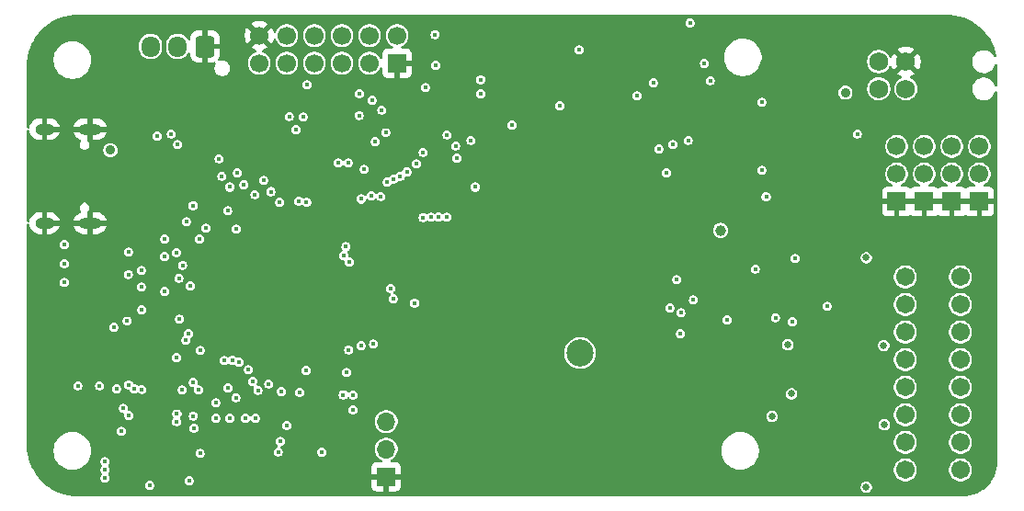
<source format=gbr>
%TF.GenerationSoftware,KiCad,Pcbnew,9.0.7*%
%TF.CreationDate,2026-01-13T15:48:46+01:00*%
%TF.ProjectId,TABv1,54414276-312e-46b6-9963-61645f706362,rev?*%
%TF.SameCoordinates,Original*%
%TF.FileFunction,Copper,L2,Inr*%
%TF.FilePolarity,Positive*%
%FSLAX46Y46*%
G04 Gerber Fmt 4.6, Leading zero omitted, Abs format (unit mm)*
G04 Created by KiCad (PCBNEW 9.0.7) date 2026-01-13 15:48:46*
%MOMM*%
%LPD*%
G01*
G04 APERTURE LIST*
G04 Aperture macros list*
%AMRoundRect*
0 Rectangle with rounded corners*
0 $1 Rounding radius*
0 $2 $3 $4 $5 $6 $7 $8 $9 X,Y pos of 4 corners*
0 Add a 4 corners polygon primitive as box body*
4,1,4,$2,$3,$4,$5,$6,$7,$8,$9,$2,$3,0*
0 Add four circle primitives for the rounded corners*
1,1,$1+$1,$2,$3*
1,1,$1+$1,$4,$5*
1,1,$1+$1,$6,$7*
1,1,$1+$1,$8,$9*
0 Add four rect primitives between the rounded corners*
20,1,$1+$1,$2,$3,$4,$5,0*
20,1,$1+$1,$4,$5,$6,$7,0*
20,1,$1+$1,$6,$7,$8,$9,0*
20,1,$1+$1,$8,$9,$2,$3,0*%
G04 Aperture macros list end*
%TA.AperFunction,ComponentPad*%
%ADD10C,1.700000*%
%TD*%
%TA.AperFunction,ComponentPad*%
%ADD11R,1.700000X1.700000*%
%TD*%
%TA.AperFunction,ComponentPad*%
%ADD12O,1.700000X1.700000*%
%TD*%
%TA.AperFunction,HeatsinkPad*%
%ADD13O,2.100000X1.000000*%
%TD*%
%TA.AperFunction,HeatsinkPad*%
%ADD14O,1.800000X1.000000*%
%TD*%
%TA.AperFunction,ComponentPad*%
%ADD15RoundRect,0.250000X0.600000X0.725000X-0.600000X0.725000X-0.600000X-0.725000X0.600000X-0.725000X0*%
%TD*%
%TA.AperFunction,ComponentPad*%
%ADD16O,1.700000X1.950000*%
%TD*%
%TA.AperFunction,ComponentPad*%
%ADD17C,1.701800*%
%TD*%
%TA.AperFunction,ComponentPad*%
%ADD18C,1.752600*%
%TD*%
%TA.AperFunction,ComponentPad*%
%ADD19C,2.500000*%
%TD*%
%TA.AperFunction,ViaPad*%
%ADD20C,0.450000*%
%TD*%
%TA.AperFunction,ViaPad*%
%ADD21C,0.900000*%
%TD*%
%TA.AperFunction,ViaPad*%
%ADD22C,0.650000*%
%TD*%
%TA.AperFunction,ViaPad*%
%ADD23C,1.000000*%
%TD*%
%TA.AperFunction,ViaPad*%
%ADD24C,0.600000*%
%TD*%
G04 APERTURE END LIST*
D10*
%TO.N,/PWM4*%
%TO.C,J9*%
X152920000Y-45960000D03*
%TO.N,/PWM3*%
X155460000Y-45960000D03*
%TO.N,+BATT*%
X152920000Y-48500000D03*
X155460000Y-48500000D03*
D11*
%TO.N,GND*%
X152920000Y-51040000D03*
X155460000Y-51040000D03*
%TD*%
%TO.N,GND*%
%TO.C,J6*%
X105900000Y-76380000D03*
D12*
%TO.N,Net-(J6-Pin_2)*%
X105900000Y-73840000D03*
%TO.N,Net-(J6-Pin_3)*%
X105900000Y-71300000D03*
%TD*%
D10*
%TO.N,/PWM2*%
%TO.C,J10*%
X158000000Y-45960000D03*
%TO.N,/PWM1*%
X160540000Y-45960000D03*
%TO.N,+BATT*%
X158000000Y-48500000D03*
X160540000Y-48500000D03*
D11*
%TO.N,GND*%
X158000000Y-51040000D03*
X160540000Y-51040000D03*
%TD*%
D13*
%TO.N,GND*%
%TO.C,J1*%
X78615000Y-44380000D03*
D14*
X74435000Y-44380000D03*
D13*
X78615000Y-53020000D03*
D14*
X74435000Y-53020000D03*
%TD*%
D15*
%TO.N,GND*%
%TO.C,J11*%
X89200000Y-36750000D03*
D16*
%TO.N,Net-(J11-Pin_2)*%
X86700000Y-36750000D03*
%TO.N,Net-(J11-Pin_3)*%
X84200000Y-36750000D03*
%TD*%
D11*
%TO.N,GND*%
%TO.C,J5*%
X106910000Y-38290000D03*
D10*
%TO.N,+3V3*%
X106910000Y-35750000D03*
%TO.N,/GPIO20*%
X104370000Y-38290000D03*
%TO.N,/GPIO41*%
X104370000Y-35750000D03*
%TO.N,/PWM4*%
X101830000Y-38290000D03*
%TO.N,/GPIO42*%
X101830000Y-35750000D03*
%TO.N,/PWM3*%
X99290000Y-38290000D03*
%TO.N,/GPIO43*%
X99290000Y-35750000D03*
%TO.N,/PWM2*%
X96750000Y-38290000D03*
%TO.N,/GPIO44*%
X96750000Y-35750000D03*
%TO.N,/PWM1*%
X94210000Y-38290000D03*
%TO.N,GND*%
X94210000Y-35750000D03*
%TD*%
D17*
%TO.N,/Pyro/PYRO1*%
%TO.C,J15*%
X158795301Y-75769599D03*
%TO.N,/Pyro/PYRO_LOW*%
X158795301Y-73229599D03*
%TO.N,/Pyro/PYRO2*%
X158795301Y-70689599D03*
%TO.N,/Pyro/PYRO_LOW*%
X158795301Y-68149599D03*
%TO.N,/Pyro/PYRO3*%
X158795301Y-65609599D03*
%TO.N,/Pyro/PYRO_LOW*%
X158795301Y-63069599D03*
%TO.N,/Pyro/PYRO4*%
X158795301Y-60529599D03*
%TO.N,/Pyro/PYRO_LOW*%
X158795301Y-57989599D03*
%TO.N,/Pyro/PYRO1*%
X153715301Y-75769599D03*
%TO.N,/Pyro/PYRO_LOW*%
X153715301Y-73229599D03*
%TO.N,/Pyro/PYRO2*%
X153715301Y-70689599D03*
%TO.N,/Pyro/PYRO_LOW*%
X153715301Y-68149599D03*
%TO.N,/Pyro/PYRO3*%
X153715301Y-65609599D03*
%TO.N,/Pyro/PYRO_LOW*%
X153715301Y-63069599D03*
%TO.N,/Pyro/PYRO4*%
X153715301Y-60529599D03*
%TO.N,/Pyro/PYRO_LOW*%
X153715301Y-57989599D03*
%TD*%
D18*
%TO.N,unconnected-(J8-Pad1)*%
%TO.C,J8*%
X151264452Y-40651100D03*
%TO.N,unconnected-(J8-Pad2)*%
X151264452Y-38151100D03*
%TO.N,+BATT*%
X153764452Y-40651100D03*
%TO.N,GND*%
X153764452Y-38151100D03*
%TD*%
D19*
%TO.N,Net-(U9-RF_IN)*%
%TO.C,ANT1*%
X123750000Y-65000000D03*
%TD*%
D20*
%TO.N,Net-(U10-PB6{slash}UART1_TX)*%
X86600000Y-71300000D03*
X77500000Y-68000000D03*
%TO.N,Net-(U10-PB7{slash}UART1_RX)*%
X86625000Y-70587500D03*
X79500000Y-68000000D03*
%TO.N,GND*%
X76300000Y-63200000D03*
X76300000Y-65600000D03*
X77200000Y-63600000D03*
X77200000Y-65200000D03*
X74100000Y-69600000D03*
%TO.N,/SPI1.TX*%
X82700000Y-68300000D03*
%TO.N,+1V1*%
X97840000Y-50980000D03*
X85480000Y-56100000D03*
X97937500Y-68600000D03*
X106318224Y-59025000D03*
D21*
%TO.N,VUSB*%
X148200000Y-41000000D03*
X80500000Y-46300000D03*
D20*
%TO.N,Net-(J6-Pin_3)*%
X102850000Y-70213500D03*
X102850000Y-68850000D03*
%TO.N,Net-(J6-Pin_2)*%
X101950000Y-68837500D03*
%TO.N,Net-(J7-DAT0)*%
X130500000Y-40100000D03*
X129000000Y-41300000D03*
%TO.N,/SD_detect*%
X114100000Y-49700000D03*
X86800000Y-58100000D03*
%TO.N,/GPIO42*%
X107200000Y-48700000D03*
X103437028Y-41088500D03*
%TO.N,/PWM3*%
X94100000Y-68425735D03*
X110731327Y-52458103D03*
%TO.N,/PWM1*%
X104500000Y-50500000D03*
X101487915Y-47486500D03*
X109312332Y-52499832D03*
X93212500Y-66537500D03*
%TO.N,/PWM4*%
X111496112Y-52487500D03*
X95081249Y-67829779D03*
%TO.N,/PWM2*%
X110020831Y-52480763D03*
X93612500Y-67600000D03*
X105399000Y-50564540D03*
X102400000Y-47486500D03*
%TO.N,Net-(J11-Pin_2)*%
X86700000Y-45800000D03*
X87152470Y-56901000D03*
%TO.N,/GPIO44*%
X105999000Y-49250000D03*
%TO.N,/GPIO41*%
X107800000Y-48300000D03*
X104600000Y-41700000D03*
%TO.N,/GPIO43*%
X106600000Y-48950000D03*
X98600000Y-40300000D03*
D22*
%TO.N,/Pyro/PYRO2*%
X143250000Y-68750000D03*
%TO.N,/Pyro/PYRO_HIGH*%
X151800000Y-71600000D03*
X150121844Y-77340000D03*
X150116750Y-56218906D03*
D23*
X136700000Y-53700000D03*
D22*
X151728156Y-64292500D03*
X141425000Y-70825000D03*
X142900000Y-64243750D03*
D20*
%TO.N,/SS*%
X91508949Y-49700000D03*
X96975000Y-43200000D03*
%TO.N,/PYRO_SENSE*%
X132028768Y-60828768D03*
X133046232Y-61296232D03*
X137299265Y-61950735D03*
X141750000Y-61750000D03*
%TO.N,/PYRO_ENABLE*%
X133000000Y-63200000D03*
X134200000Y-60112500D03*
%TO.N,/PYRO_FIRE_4*%
X143550000Y-56300000D03*
X139900000Y-57250000D03*
%TO.N,/SD_DAT2*%
X88100000Y-51400000D03*
X111500000Y-44900000D03*
%TO.N,/SD_DAT3*%
X113700000Y-45400000D03*
X87500000Y-52900000D03*
%TO.N,/SD_CMD*%
X91300000Y-51900000D03*
X112300000Y-45900000D03*
%TO.N,/SD_DAT0*%
X89300000Y-53500000D03*
X131000000Y-46200000D03*
%TO.N,/SD_CLK*%
X92100000Y-53574000D03*
X132300000Y-45800000D03*
%TO.N,/SD_DAT1*%
X88700000Y-54500000D03*
X133714496Y-45400000D03*
%TO.N,/SCLK*%
X104900000Y-45500000D03*
X94600000Y-49100000D03*
%TO.N,/IMU_INT2*%
X92375001Y-65831830D03*
X93850000Y-71000000D03*
%TO.N,/SD2*%
X97600000Y-44400000D03*
X92801468Y-49500000D03*
%TO.N,/IMU45_INT2*%
X88125000Y-70787500D03*
X88125000Y-67700000D03*
%TO.N,/SPI1.RX*%
X85500000Y-59299000D03*
X81499000Y-72200000D03*
X82179998Y-67909998D03*
X82050000Y-62050000D03*
%TO.N,/IMU_CS*%
X92900000Y-71000000D03*
X91000000Y-65700000D03*
%TO.N,/SPI1.CK*%
X91500000Y-71000000D03*
X82205879Y-70750000D03*
X92050000Y-69100000D03*
X83400000Y-61000000D03*
X83350000Y-58923527D03*
X83400000Y-68350000D03*
X82150000Y-57750000D03*
%TO.N,/MAG_CS*%
X83350000Y-57400000D03*
X82150000Y-55700000D03*
%TO.N,/IMU45_INT1*%
X86600000Y-65400000D03*
X81049000Y-68300000D03*
%TO.N,/IMU_INT1*%
X88199172Y-71900000D03*
X91740000Y-65660000D03*
%TO.N,/SD3*%
X103400000Y-43100000D03*
X95288008Y-50125000D03*
X105500000Y-42600000D03*
X103886500Y-48086500D03*
%TO.N,/SD0*%
X93800000Y-50400000D03*
X105850000Y-44698529D03*
%TO.N,/BARO_INT*%
X96150000Y-73150000D03*
X98525940Y-66585500D03*
%TO.N,/SPI1.TX*%
X90200000Y-69587500D03*
X90200000Y-71000000D03*
X81700000Y-70100000D03*
%TO.N,/BARO_CS*%
X96750000Y-71650000D03*
X102250000Y-66800000D03*
%TO.N,/IMU45_CS*%
X80800000Y-62600000D03*
X87851473Y-58800000D03*
%TO.N,/SD1*%
X98250000Y-43250000D03*
X92200000Y-48400000D03*
%TO.N,/BUZZ*%
X108525000Y-60375000D03*
X117500000Y-43999000D03*
X103570000Y-64320000D03*
%TO.N,+3V3*%
X84800000Y-45000000D03*
X140500000Y-41900000D03*
X87750000Y-76750000D03*
X135750000Y-39900000D03*
X121900000Y-42200000D03*
X102440000Y-64690000D03*
X140500000Y-48162500D03*
X135200000Y-38300000D03*
X106537500Y-60000000D03*
X110412500Y-35650000D03*
X103600000Y-50800000D03*
X108675735Y-47575735D03*
X95950000Y-74100000D03*
X143300000Y-62100000D03*
X96248000Y-68552252D03*
X90750000Y-48700000D03*
X99975000Y-74125000D03*
X109300000Y-46500000D03*
X149300000Y-44800000D03*
X84110119Y-77186180D03*
X96100000Y-51100000D03*
X91325000Y-68200000D03*
X102000000Y-56000000D03*
X123682500Y-37082500D03*
X90500000Y-47100000D03*
X109500000Y-40550000D03*
X88750000Y-74250000D03*
X140900000Y-50600000D03*
X112400000Y-47026000D03*
X98563235Y-51088235D03*
X133875000Y-34600000D03*
X86875000Y-61875000D03*
X85500000Y-54500000D03*
X110475000Y-38475000D03*
X146500000Y-60700000D03*
%TO.N,/RX_GPS*%
X87112500Y-68400000D03*
X87455339Y-63802198D03*
X88612500Y-68400000D03*
%TO.N,/TX_GPS*%
X87700000Y-63200000D03*
%TO.N,PPS*%
X104737000Y-64177000D03*
%TO.N,Net-(D9-A)*%
X76250000Y-55000000D03*
X80000000Y-75000000D03*
%TO.N,Net-(D10-A)*%
X80000000Y-75750000D03*
X76250000Y-56750000D03*
%TO.N,Net-(D11-A)*%
X80000000Y-76500000D03*
X76250000Y-58500000D03*
%TO.N,Net-(J11-Pin_3)*%
X86575738Y-55724265D03*
X86100000Y-44800000D03*
%TO.N,/GPIO20*%
X102200000Y-55200000D03*
X88761765Y-64761765D03*
%TO.N,/BATT_SENSE*%
X131700000Y-48400000D03*
X102500000Y-56600000D03*
%TO.N,GND*%
X117000000Y-64500000D03*
X101300000Y-73150000D03*
X133600000Y-64100000D03*
X124500000Y-58500000D03*
X83950000Y-52912500D03*
X133500000Y-75000000D03*
X89000000Y-49900000D03*
X88625000Y-40425000D03*
X115500000Y-67500000D03*
X129000000Y-73500000D03*
X98306648Y-70793352D03*
X123000000Y-70500000D03*
X109637500Y-71150000D03*
X117000000Y-57000000D03*
X85212500Y-50812500D03*
X124500000Y-75000000D03*
X109500000Y-67500000D03*
X79800000Y-65200000D03*
X121250000Y-76500000D03*
X123000000Y-67500000D03*
X130500000Y-58500000D03*
X87500000Y-75500000D03*
X97355603Y-76062500D03*
X129100000Y-64100000D03*
X108170000Y-64501000D03*
X140500000Y-46437500D03*
X126000000Y-73500000D03*
X83737500Y-56100000D03*
X129000000Y-67500000D03*
X124500000Y-69000000D03*
X85150000Y-61875000D03*
X111000000Y-64500000D03*
X114250000Y-73750000D03*
X111000000Y-57000000D03*
X126200000Y-34600000D03*
X92899999Y-76050000D03*
X110500000Y-55000000D03*
X132000000Y-76500000D03*
X126100000Y-64100000D03*
X132000000Y-73500000D03*
X127600000Y-65900000D03*
X83775000Y-54500000D03*
X126100000Y-65900000D03*
X80600000Y-51900000D03*
X114000000Y-57000000D03*
X144525000Y-49037500D03*
X139100000Y-41900000D03*
X120000000Y-64500000D03*
X99400000Y-77100000D03*
X121500000Y-75000000D03*
X120000000Y-67500000D03*
X101300000Y-48687500D03*
X121500000Y-72000000D03*
X100700000Y-68600000D03*
X148200000Y-36800000D03*
X108000000Y-77250000D03*
X132100000Y-64100000D03*
X119475735Y-39900000D03*
X130500000Y-69000000D03*
X115750000Y-77000000D03*
X114000000Y-60000000D03*
X123000000Y-75750000D03*
X127500000Y-58500000D03*
X90900000Y-45350000D03*
X101500000Y-50200000D03*
X79800000Y-63600000D03*
X114000000Y-76500000D03*
X130600000Y-65900000D03*
D22*
X137250000Y-67406250D03*
D20*
X81000000Y-65200000D03*
X126000000Y-76500000D03*
X146766668Y-45333332D03*
D22*
X146480000Y-66650000D03*
D20*
X78500000Y-65200000D03*
X127500000Y-69000000D03*
X142200000Y-51900000D03*
X111000000Y-60000000D03*
X117500000Y-77000000D03*
X74857000Y-61860000D03*
X80700000Y-43700000D03*
X126000000Y-70500000D03*
X132100000Y-65900000D03*
X118500000Y-58500000D03*
X115500000Y-55000000D03*
X133600000Y-65900000D03*
X128400000Y-46900000D03*
D24*
X74712500Y-58500000D03*
D22*
X146512500Y-58031406D03*
D24*
X74712500Y-56750000D03*
D20*
X132000000Y-54250000D03*
X96100000Y-59000000D03*
D24*
X74712500Y-55000000D03*
D20*
X115300000Y-46900000D03*
X120000000Y-57000000D03*
X74857000Y-66940000D03*
X127500000Y-54000000D03*
X113250000Y-75000000D03*
X108000000Y-69000000D03*
X127600000Y-64100000D03*
X118250000Y-72250000D03*
D22*
X142850000Y-57350000D03*
D20*
X100300000Y-51100000D03*
X124500000Y-72000000D03*
X132000000Y-70500000D03*
X89600000Y-66730000D03*
X104812500Y-56250000D03*
D22*
X140150000Y-61700000D03*
D20*
X117000000Y-60000000D03*
X111162500Y-77550000D03*
X118500000Y-66000000D03*
X109000000Y-58500000D03*
D22*
X146300000Y-74100000D03*
D20*
X130700000Y-37100000D03*
X129000000Y-76500000D03*
X110750000Y-72250000D03*
X123000000Y-60000000D03*
X130600000Y-64100000D03*
X123000000Y-73500000D03*
X83500000Y-45000000D03*
X130500000Y-72000000D03*
X109800000Y-42000000D03*
X114000000Y-72250000D03*
X112950000Y-70662500D03*
X95476879Y-71123121D03*
X78500000Y-63600000D03*
X118500000Y-69000000D03*
X101400000Y-64400000D03*
X143637500Y-42050000D03*
X126000000Y-60000000D03*
X133500000Y-69000000D03*
X112500000Y-58500000D03*
X115500000Y-58500000D03*
X126000000Y-67500000D03*
X129000000Y-60000000D03*
X113500000Y-54500000D03*
X114000000Y-64500000D03*
X129000000Y-70500000D03*
X121500000Y-66000000D03*
X94700000Y-59000000D03*
X132000000Y-67500000D03*
X110500000Y-74350000D03*
X133500000Y-72000000D03*
X124500000Y-77250000D03*
X109000000Y-56000000D03*
X115050000Y-35650000D03*
X108000000Y-73000000D03*
X130500000Y-75000000D03*
X120000000Y-60000000D03*
X81000000Y-63600000D03*
X127500000Y-72000000D03*
X120000000Y-70500000D03*
X121500000Y-69000000D03*
X85000000Y-64149999D03*
X127500000Y-75000000D03*
X120000000Y-73500000D03*
X99200000Y-44400000D03*
X119250000Y-77000000D03*
X121500000Y-58500000D03*
X129100000Y-65900000D03*
%TO.N,/microSD/_DAT3*%
X114600000Y-41100000D03*
X114600000Y-39800000D03*
%TO.N,Net-(U9-PRG)*%
X132675000Y-58234787D03*
%TD*%
%TA.AperFunction,Conductor*%
%TO.N,GND*%
G36*
X154994075Y-50847007D02*
G01*
X154960000Y-50974174D01*
X154960000Y-51105826D01*
X154994075Y-51232993D01*
X155026988Y-51290000D01*
X153353012Y-51290000D01*
X153385925Y-51232993D01*
X153420000Y-51105826D01*
X153420000Y-50974174D01*
X153385925Y-50847007D01*
X153353012Y-50790000D01*
X155026988Y-50790000D01*
X154994075Y-50847007D01*
G37*
%TD.AperFunction*%
%TA.AperFunction,Conductor*%
G36*
X157534075Y-50847007D02*
G01*
X157500000Y-50974174D01*
X157500000Y-51105826D01*
X157534075Y-51232993D01*
X157566988Y-51290000D01*
X155893012Y-51290000D01*
X155925925Y-51232993D01*
X155960000Y-51105826D01*
X155960000Y-50974174D01*
X155925925Y-50847007D01*
X155893012Y-50790000D01*
X157566988Y-50790000D01*
X157534075Y-50847007D01*
G37*
%TD.AperFunction*%
%TA.AperFunction,Conductor*%
G36*
X160074075Y-50847007D02*
G01*
X160040000Y-50974174D01*
X160040000Y-51105826D01*
X160074075Y-51232993D01*
X160106988Y-51290000D01*
X158433012Y-51290000D01*
X158465925Y-51232993D01*
X158500000Y-51105826D01*
X158500000Y-50974174D01*
X158465925Y-50847007D01*
X158433012Y-50790000D01*
X160106988Y-50790000D01*
X160074075Y-50847007D01*
G37*
%TD.AperFunction*%
%TA.AperFunction,Conductor*%
G36*
X157502702Y-33800617D02*
G01*
X157904202Y-33818147D01*
X157914937Y-33819087D01*
X158310693Y-33871189D01*
X158321331Y-33873064D01*
X158711043Y-33959462D01*
X158721483Y-33962260D01*
X159102168Y-34082289D01*
X159112315Y-34085982D01*
X159481102Y-34238739D01*
X159490893Y-34243305D01*
X159791902Y-34400000D01*
X159844942Y-34427611D01*
X159854309Y-34433018D01*
X160109159Y-34595376D01*
X160190959Y-34647488D01*
X160199820Y-34653693D01*
X160516487Y-34896680D01*
X160524774Y-34903634D01*
X160819056Y-35173294D01*
X160826705Y-35180943D01*
X161096365Y-35475225D01*
X161103319Y-35483512D01*
X161346306Y-35800179D01*
X161352511Y-35809040D01*
X161566980Y-36145689D01*
X161572388Y-36155057D01*
X161756691Y-36509099D01*
X161761263Y-36518903D01*
X161914013Y-36887674D01*
X161917713Y-36897840D01*
X162037738Y-37278512D01*
X162040538Y-37288960D01*
X162099164Y-37553403D01*
X162094456Y-37623114D01*
X162052807Y-37679213D01*
X161987440Y-37703890D01*
X161919108Y-37689309D01*
X161875001Y-37649133D01*
X161762061Y-37480107D01*
X161762058Y-37480103D01*
X161615449Y-37333494D01*
X161615445Y-37333491D01*
X161443052Y-37218301D01*
X161443039Y-37218294D01*
X161251489Y-37138952D01*
X161251477Y-37138949D01*
X161048128Y-37098500D01*
X161048125Y-37098500D01*
X160840781Y-37098500D01*
X160840778Y-37098500D01*
X160637428Y-37138949D01*
X160637416Y-37138952D01*
X160445866Y-37218294D01*
X160445853Y-37218301D01*
X160273460Y-37333491D01*
X160273456Y-37333494D01*
X160126847Y-37480103D01*
X160126844Y-37480107D01*
X160011654Y-37652500D01*
X160011647Y-37652513D01*
X159932305Y-37844063D01*
X159932302Y-37844075D01*
X159891853Y-38047423D01*
X159891853Y-38254776D01*
X159932302Y-38458124D01*
X159932305Y-38458136D01*
X160011647Y-38649686D01*
X160011654Y-38649699D01*
X160126844Y-38822092D01*
X160126847Y-38822096D01*
X160273456Y-38968705D01*
X160273460Y-38968708D01*
X160445853Y-39083898D01*
X160445866Y-39083905D01*
X160603040Y-39149008D01*
X160637421Y-39163249D01*
X160829148Y-39201386D01*
X160840776Y-39203699D01*
X160840779Y-39203700D01*
X160840781Y-39203700D01*
X161048127Y-39203700D01*
X161048128Y-39203699D01*
X161251485Y-39163249D01*
X161399643Y-39101879D01*
X161443039Y-39083905D01*
X161443039Y-39083904D01*
X161443046Y-39083902D01*
X161615446Y-38968708D01*
X161762061Y-38822093D01*
X161877255Y-38649693D01*
X161881586Y-38639237D01*
X161958933Y-38452505D01*
X161960111Y-38452993D01*
X161964492Y-38446306D01*
X161967996Y-38432105D01*
X161983255Y-38417667D01*
X161994768Y-38400097D01*
X162008126Y-38394138D01*
X162018750Y-38384087D01*
X162039390Y-38380191D01*
X162058577Y-38371633D01*
X162073036Y-38373842D01*
X162087408Y-38371130D01*
X162106879Y-38379013D01*
X162127645Y-38382186D01*
X162138613Y-38391860D01*
X162152172Y-38397350D01*
X162164290Y-38414508D01*
X162180044Y-38428404D01*
X162184763Y-38443496D01*
X162192479Y-38454421D01*
X162199024Y-38489103D01*
X162199382Y-38497287D01*
X162199500Y-38502706D01*
X162199500Y-40308855D01*
X162179815Y-40375894D01*
X162127011Y-40421649D01*
X162057853Y-40431593D01*
X161994297Y-40402568D01*
X161959759Y-40349352D01*
X161958933Y-40349695D01*
X161957082Y-40345226D01*
X161956841Y-40344855D01*
X161956602Y-40344067D01*
X161877258Y-40152513D01*
X161877251Y-40152500D01*
X161762061Y-39980107D01*
X161762058Y-39980103D01*
X161615449Y-39833494D01*
X161615445Y-39833491D01*
X161443052Y-39718301D01*
X161443039Y-39718294D01*
X161251489Y-39638952D01*
X161251477Y-39638949D01*
X161048128Y-39598500D01*
X161048125Y-39598500D01*
X160840781Y-39598500D01*
X160840778Y-39598500D01*
X160637428Y-39638949D01*
X160637416Y-39638952D01*
X160445866Y-39718294D01*
X160445853Y-39718301D01*
X160273460Y-39833491D01*
X160273456Y-39833494D01*
X160126847Y-39980103D01*
X160126844Y-39980107D01*
X160011654Y-40152500D01*
X160011647Y-40152513D01*
X159932305Y-40344063D01*
X159932302Y-40344075D01*
X159891853Y-40547423D01*
X159891853Y-40754776D01*
X159932302Y-40958124D01*
X159932305Y-40958136D01*
X160011647Y-41149686D01*
X160011654Y-41149699D01*
X160126844Y-41322092D01*
X160126847Y-41322096D01*
X160273456Y-41468705D01*
X160273460Y-41468708D01*
X160445853Y-41583898D01*
X160445866Y-41583905D01*
X160582466Y-41640486D01*
X160637421Y-41663249D01*
X160829148Y-41701386D01*
X160840776Y-41703699D01*
X160840779Y-41703700D01*
X160840781Y-41703700D01*
X161048127Y-41703700D01*
X161048128Y-41703699D01*
X161251485Y-41663249D01*
X161443046Y-41583902D01*
X161615446Y-41468708D01*
X161762061Y-41322093D01*
X161877255Y-41149693D01*
X161956602Y-40958132D01*
X161956604Y-40958120D01*
X161956839Y-40957349D01*
X161957076Y-40956985D01*
X161958933Y-40952505D01*
X161959782Y-40952856D01*
X161995136Y-40898910D01*
X162058949Y-40870454D01*
X162128016Y-40881014D01*
X162180409Y-40927238D01*
X162199500Y-40993344D01*
X162199500Y-74996753D01*
X162199330Y-75003243D01*
X162182312Y-75327952D01*
X162180955Y-75340860D01*
X162130600Y-75658788D01*
X162127902Y-75671484D01*
X162044585Y-75982427D01*
X162040574Y-75994770D01*
X161925219Y-76295282D01*
X161919940Y-76307140D01*
X161773796Y-76593964D01*
X161767306Y-76605204D01*
X161591991Y-76875165D01*
X161584362Y-76885666D01*
X161381778Y-77135836D01*
X161373093Y-77145481D01*
X161145481Y-77373093D01*
X161135836Y-77381778D01*
X160885666Y-77584362D01*
X160875165Y-77591991D01*
X160605204Y-77767306D01*
X160593964Y-77773796D01*
X160307140Y-77919940D01*
X160295282Y-77925219D01*
X159994770Y-78040574D01*
X159982427Y-78044585D01*
X159671484Y-78127902D01*
X159658788Y-78130600D01*
X159340860Y-78180955D01*
X159327952Y-78182312D01*
X159003244Y-78199330D01*
X158996754Y-78199500D01*
X77502706Y-78199500D01*
X77497297Y-78199382D01*
X77095818Y-78181853D01*
X77085042Y-78180910D01*
X76689314Y-78128811D01*
X76678660Y-78126933D01*
X76288960Y-78040538D01*
X76278512Y-78037738D01*
X75897840Y-77917713D01*
X75887674Y-77914013D01*
X75518903Y-77761263D01*
X75509099Y-77756691D01*
X75155057Y-77572388D01*
X75145689Y-77566980D01*
X74809040Y-77352511D01*
X74800179Y-77346306D01*
X74636109Y-77220411D01*
X74518494Y-77130162D01*
X83684619Y-77130162D01*
X83684619Y-77242198D01*
X83713616Y-77350417D01*
X83769634Y-77447443D01*
X83848856Y-77526665D01*
X83945882Y-77582683D01*
X84054101Y-77611680D01*
X84054103Y-77611680D01*
X84166135Y-77611680D01*
X84166137Y-77611680D01*
X84274356Y-77582683D01*
X84371382Y-77526665D01*
X84450604Y-77447443D01*
X84506622Y-77350417D01*
X84535619Y-77242198D01*
X84535619Y-77130162D01*
X84506622Y-77021943D01*
X84450604Y-76924917D01*
X84371382Y-76845695D01*
X84317351Y-76814500D01*
X84280533Y-76793243D01*
X84280532Y-76793243D01*
X84274356Y-76789677D01*
X84240461Y-76780595D01*
X84166137Y-76760680D01*
X84054101Y-76760680D01*
X83945882Y-76789677D01*
X83945879Y-76789678D01*
X83848859Y-76845693D01*
X83848853Y-76845697D01*
X83769636Y-76924914D01*
X83769632Y-76924920D01*
X83713617Y-77021940D01*
X83713616Y-77021943D01*
X83684619Y-77130162D01*
X74518494Y-77130162D01*
X74483512Y-77103319D01*
X74475225Y-77096365D01*
X74180943Y-76826705D01*
X74173294Y-76819056D01*
X73903634Y-76524774D01*
X73896680Y-76516487D01*
X73653693Y-76199820D01*
X73647488Y-76190959D01*
X73605467Y-76125000D01*
X73433018Y-75854309D01*
X73427611Y-75844942D01*
X73419808Y-75829952D01*
X73243305Y-75490893D01*
X73238736Y-75481096D01*
X73231206Y-75462916D01*
X73085982Y-75112315D01*
X73082286Y-75102159D01*
X73077394Y-75086645D01*
X72962260Y-74721483D01*
X72959461Y-74711039D01*
X72948039Y-74659517D01*
X72873064Y-74321331D01*
X72871188Y-74310685D01*
X72870574Y-74306018D01*
X72819087Y-73914937D01*
X72818147Y-73904196D01*
X72817392Y-73886911D01*
X75274500Y-73886911D01*
X75274500Y-74113088D01*
X75274501Y-74113104D01*
X75304023Y-74337347D01*
X75362567Y-74555834D01*
X75449120Y-74764794D01*
X75449127Y-74764809D01*
X75562220Y-74960692D01*
X75699915Y-75140140D01*
X75699921Y-75140147D01*
X75859852Y-75300078D01*
X75859859Y-75300084D01*
X76039307Y-75437779D01*
X76235190Y-75550872D01*
X76235205Y-75550879D01*
X76325259Y-75588180D01*
X76444166Y-75637433D01*
X76662649Y-75695976D01*
X76886905Y-75725500D01*
X76886912Y-75725500D01*
X77113088Y-75725500D01*
X77113095Y-75725500D01*
X77337351Y-75695976D01*
X77555834Y-75637433D01*
X77764806Y-75550874D01*
X77960693Y-75437779D01*
X78140142Y-75300083D01*
X78300083Y-75140142D01*
X78437779Y-74960693D01*
X78447427Y-74943982D01*
X79574500Y-74943982D01*
X79574500Y-75056018D01*
X79603497Y-75164237D01*
X79659515Y-75261263D01*
X79659517Y-75261265D01*
X79685571Y-75287319D01*
X79719056Y-75348642D01*
X79714072Y-75418334D01*
X79685571Y-75462681D01*
X79659517Y-75488734D01*
X79659513Y-75488740D01*
X79603498Y-75585760D01*
X79603497Y-75585763D01*
X79574500Y-75693982D01*
X79574500Y-75806018D01*
X79603497Y-75914237D01*
X79659515Y-76011263D01*
X79659517Y-76011265D01*
X79685571Y-76037319D01*
X79719056Y-76098642D01*
X79714072Y-76168334D01*
X79685571Y-76212681D01*
X79659517Y-76238734D01*
X79659513Y-76238740D01*
X79603498Y-76335760D01*
X79603497Y-76335763D01*
X79574500Y-76443982D01*
X79574500Y-76556018D01*
X79603497Y-76664237D01*
X79659515Y-76761263D01*
X79738737Y-76840485D01*
X79835763Y-76896503D01*
X79943982Y-76925500D01*
X79943984Y-76925500D01*
X80056016Y-76925500D01*
X80056018Y-76925500D01*
X80164237Y-76896503D01*
X80261263Y-76840485D01*
X80340485Y-76761263D01*
X80379330Y-76693982D01*
X87324500Y-76693982D01*
X87324500Y-76806018D01*
X87353497Y-76914237D01*
X87409515Y-77011263D01*
X87488737Y-77090485D01*
X87585763Y-77146503D01*
X87693982Y-77175500D01*
X87693984Y-77175500D01*
X87806016Y-77175500D01*
X87806018Y-77175500D01*
X87914237Y-77146503D01*
X88011263Y-77090485D01*
X88090485Y-77011263D01*
X88146503Y-76914237D01*
X88175500Y-76806018D01*
X88175500Y-76693982D01*
X88146503Y-76585763D01*
X88090485Y-76488737D01*
X88011263Y-76409515D01*
X87914237Y-76353497D01*
X87806018Y-76324500D01*
X87693982Y-76324500D01*
X87585763Y-76353497D01*
X87585760Y-76353498D01*
X87488740Y-76409513D01*
X87488734Y-76409517D01*
X87409517Y-76488734D01*
X87409513Y-76488740D01*
X87353498Y-76585760D01*
X87353498Y-76585761D01*
X87353497Y-76585763D01*
X87324500Y-76693982D01*
X80379330Y-76693982D01*
X80396503Y-76664237D01*
X80425500Y-76556018D01*
X80425500Y-76443982D01*
X80396503Y-76335763D01*
X80340485Y-76238737D01*
X80314429Y-76212681D01*
X80280944Y-76151358D01*
X80285928Y-76081666D01*
X80314429Y-76037319D01*
X80340485Y-76011263D01*
X80396503Y-75914237D01*
X80425500Y-75806018D01*
X80425500Y-75693982D01*
X80396503Y-75585763D01*
X80340485Y-75488737D01*
X80333903Y-75482155D01*
X104550000Y-75482155D01*
X104550000Y-76130000D01*
X105466988Y-76130000D01*
X105434075Y-76187007D01*
X105400000Y-76314174D01*
X105400000Y-76445826D01*
X105434075Y-76572993D01*
X105466988Y-76630000D01*
X104550000Y-76630000D01*
X104550000Y-77277844D01*
X104556401Y-77337372D01*
X104556403Y-77337379D01*
X104606645Y-77472086D01*
X104606649Y-77472093D01*
X104692809Y-77587187D01*
X104692812Y-77587190D01*
X104807906Y-77673350D01*
X104807913Y-77673354D01*
X104942620Y-77723596D01*
X104942627Y-77723598D01*
X105002155Y-77729999D01*
X105002172Y-77730000D01*
X105650000Y-77730000D01*
X105650000Y-76813012D01*
X105707007Y-76845925D01*
X105834174Y-76880000D01*
X105965826Y-76880000D01*
X106092993Y-76845925D01*
X106150000Y-76813012D01*
X106150000Y-77730000D01*
X106797828Y-77730000D01*
X106797844Y-77729999D01*
X106857372Y-77723598D01*
X106857379Y-77723596D01*
X106992086Y-77673354D01*
X106992093Y-77673350D01*
X107107187Y-77587190D01*
X107107190Y-77587187D01*
X107193350Y-77472093D01*
X107193354Y-77472086D01*
X107243596Y-77337379D01*
X107243598Y-77337372D01*
X107249999Y-77277844D01*
X107250000Y-77277827D01*
X107250000Y-77270817D01*
X149596344Y-77270817D01*
X149596344Y-77409183D01*
X149627824Y-77526666D01*
X149632156Y-77542835D01*
X149632157Y-77542838D01*
X149701336Y-77662661D01*
X149701338Y-77662664D01*
X149701339Y-77662665D01*
X149799179Y-77760505D01*
X149799180Y-77760506D01*
X149799182Y-77760507D01*
X149822200Y-77773796D01*
X149919008Y-77829688D01*
X150052661Y-77865500D01*
X150052663Y-77865500D01*
X150191025Y-77865500D01*
X150191027Y-77865500D01*
X150324680Y-77829688D01*
X150444509Y-77760505D01*
X150542349Y-77662665D01*
X150611532Y-77542836D01*
X150647344Y-77409183D01*
X150647344Y-77270817D01*
X150611532Y-77137164D01*
X150576940Y-77077249D01*
X150542351Y-77017338D01*
X150542347Y-77017333D01*
X150444510Y-76919496D01*
X150444505Y-76919492D01*
X150324682Y-76850313D01*
X150324681Y-76850312D01*
X150324680Y-76850312D01*
X150191027Y-76814500D01*
X150052661Y-76814500D01*
X149919008Y-76850312D01*
X149919005Y-76850313D01*
X149799182Y-76919492D01*
X149799177Y-76919496D01*
X149701340Y-77017333D01*
X149701336Y-77017338D01*
X149632157Y-77137161D01*
X149632156Y-77137164D01*
X149596344Y-77270817D01*
X107250000Y-77270817D01*
X107250000Y-76630000D01*
X106333012Y-76630000D01*
X106365925Y-76572993D01*
X106400000Y-76445826D01*
X106400000Y-76314174D01*
X106365925Y-76187007D01*
X106333012Y-76130000D01*
X107250000Y-76130000D01*
X107250000Y-75482172D01*
X107249999Y-75482155D01*
X107243598Y-75422627D01*
X107243596Y-75422620D01*
X107193354Y-75287913D01*
X107193350Y-75287906D01*
X107107190Y-75172812D01*
X107107187Y-75172809D01*
X106992093Y-75086649D01*
X106992086Y-75086645D01*
X106857379Y-75036403D01*
X106857372Y-75036401D01*
X106797844Y-75030000D01*
X106395565Y-75030000D01*
X106328526Y-75010315D01*
X106282771Y-74957511D01*
X106272827Y-74888353D01*
X106301852Y-74824797D01*
X106348112Y-74791439D01*
X106353608Y-74789162D01*
X106397598Y-74770941D01*
X106569655Y-74655977D01*
X106715977Y-74509655D01*
X106830941Y-74337598D01*
X106910130Y-74146420D01*
X106950500Y-73943465D01*
X106950500Y-73886911D01*
X136774500Y-73886911D01*
X136774500Y-74113088D01*
X136774501Y-74113104D01*
X136804023Y-74337347D01*
X136862567Y-74555834D01*
X136949120Y-74764794D01*
X136949127Y-74764809D01*
X137062220Y-74960692D01*
X137199915Y-75140140D01*
X137199921Y-75140147D01*
X137359852Y-75300078D01*
X137359859Y-75300084D01*
X137539307Y-75437779D01*
X137735190Y-75550872D01*
X137735205Y-75550879D01*
X137825259Y-75588180D01*
X137944166Y-75637433D01*
X138162649Y-75695976D01*
X138386905Y-75725500D01*
X138386912Y-75725500D01*
X138613088Y-75725500D01*
X138613095Y-75725500D01*
X138837351Y-75695976D01*
X138949072Y-75666040D01*
X152663901Y-75666040D01*
X152663901Y-75873157D01*
X152704304Y-76076273D01*
X152704306Y-76076281D01*
X152783561Y-76267621D01*
X152898625Y-76439826D01*
X152898628Y-76439830D01*
X153045069Y-76586271D01*
X153045073Y-76586274D01*
X153217276Y-76701337D01*
X153408619Y-76780594D01*
X153579075Y-76814500D01*
X153611742Y-76820998D01*
X153611745Y-76820999D01*
X153611747Y-76820999D01*
X153818857Y-76820999D01*
X153818858Y-76820998D01*
X154021983Y-76780594D01*
X154213326Y-76701337D01*
X154385529Y-76586274D01*
X154531976Y-76439827D01*
X154647039Y-76267624D01*
X154726296Y-76076281D01*
X154766701Y-75873153D01*
X154766701Y-75666045D01*
X154766701Y-75666042D01*
X154766700Y-75666040D01*
X157743901Y-75666040D01*
X157743901Y-75873157D01*
X157784304Y-76076273D01*
X157784306Y-76076281D01*
X157863561Y-76267621D01*
X157978625Y-76439826D01*
X157978628Y-76439830D01*
X158125069Y-76586271D01*
X158125073Y-76586274D01*
X158297276Y-76701337D01*
X158488619Y-76780594D01*
X158659075Y-76814500D01*
X158691742Y-76820998D01*
X158691745Y-76820999D01*
X158691747Y-76820999D01*
X158898857Y-76820999D01*
X158898858Y-76820998D01*
X159101983Y-76780594D01*
X159293326Y-76701337D01*
X159465529Y-76586274D01*
X159611976Y-76439827D01*
X159727039Y-76267624D01*
X159806296Y-76076281D01*
X159846701Y-75873153D01*
X159846701Y-75666045D01*
X159846701Y-75666042D01*
X159846700Y-75666040D01*
X159806296Y-75462917D01*
X159727039Y-75271574D01*
X159611976Y-75099371D01*
X159611973Y-75099367D01*
X159465532Y-74952926D01*
X159465528Y-74952923D01*
X159293323Y-74837859D01*
X159101983Y-74758604D01*
X159101975Y-74758602D01*
X158898858Y-74718199D01*
X158898855Y-74718199D01*
X158691747Y-74718199D01*
X158691744Y-74718199D01*
X158488626Y-74758602D01*
X158488618Y-74758604D01*
X158297278Y-74837859D01*
X158125073Y-74952923D01*
X158125069Y-74952926D01*
X157978628Y-75099367D01*
X157978625Y-75099371D01*
X157863561Y-75271576D01*
X157784306Y-75462916D01*
X157784304Y-75462924D01*
X157743901Y-75666040D01*
X154766700Y-75666040D01*
X154726296Y-75462917D01*
X154647039Y-75271574D01*
X154531976Y-75099371D01*
X154531973Y-75099367D01*
X154385532Y-74952926D01*
X154385528Y-74952923D01*
X154213323Y-74837859D01*
X154021983Y-74758604D01*
X154021975Y-74758602D01*
X153818858Y-74718199D01*
X153818855Y-74718199D01*
X153611747Y-74718199D01*
X153611744Y-74718199D01*
X153408626Y-74758602D01*
X153408618Y-74758604D01*
X153217278Y-74837859D01*
X153045073Y-74952923D01*
X153045069Y-74952926D01*
X152898628Y-75099367D01*
X152898625Y-75099371D01*
X152783561Y-75271576D01*
X152704306Y-75462916D01*
X152704304Y-75462924D01*
X152663901Y-75666040D01*
X138949072Y-75666040D01*
X139055834Y-75637433D01*
X139264806Y-75550874D01*
X139460693Y-75437779D01*
X139640142Y-75300083D01*
X139800083Y-75140142D01*
X139937779Y-74960693D01*
X140050874Y-74764806D01*
X140137433Y-74555834D01*
X140195976Y-74337351D01*
X140225500Y-74113095D01*
X140225500Y-73886905D01*
X140195976Y-73662649D01*
X140137433Y-73444166D01*
X140088180Y-73325259D01*
X140050879Y-73235205D01*
X140050874Y-73235195D01*
X140050874Y-73235194D01*
X139987854Y-73126040D01*
X152663901Y-73126040D01*
X152663901Y-73333157D01*
X152704304Y-73536273D01*
X152704306Y-73536281D01*
X152783561Y-73727621D01*
X152898625Y-73899826D01*
X152898628Y-73899830D01*
X153045069Y-74046271D01*
X153045073Y-74046274D01*
X153217276Y-74161337D01*
X153408619Y-74240594D01*
X153611742Y-74280998D01*
X153611745Y-74280999D01*
X153611747Y-74280999D01*
X153818857Y-74280999D01*
X153818858Y-74280998D01*
X154021983Y-74240594D01*
X154213326Y-74161337D01*
X154385529Y-74046274D01*
X154531976Y-73899827D01*
X154647039Y-73727624D01*
X154726296Y-73536281D01*
X154766701Y-73333153D01*
X154766701Y-73126045D01*
X154766701Y-73126042D01*
X154766700Y-73126040D01*
X157743901Y-73126040D01*
X157743901Y-73333157D01*
X157784304Y-73536273D01*
X157784306Y-73536281D01*
X157863561Y-73727621D01*
X157978625Y-73899826D01*
X157978628Y-73899830D01*
X158125069Y-74046271D01*
X158125073Y-74046274D01*
X158297276Y-74161337D01*
X158488619Y-74240594D01*
X158691742Y-74280998D01*
X158691745Y-74280999D01*
X158691747Y-74280999D01*
X158898857Y-74280999D01*
X158898858Y-74280998D01*
X159101983Y-74240594D01*
X159293326Y-74161337D01*
X159465529Y-74046274D01*
X159611976Y-73899827D01*
X159727039Y-73727624D01*
X159806296Y-73536281D01*
X159846701Y-73333153D01*
X159846701Y-73126045D01*
X159846701Y-73126042D01*
X159846700Y-73126040D01*
X159840323Y-73093982D01*
X159806296Y-72922917D01*
X159727039Y-72731574D01*
X159611976Y-72559371D01*
X159611973Y-72559367D01*
X159465532Y-72412926D01*
X159465528Y-72412923D01*
X159293323Y-72297859D01*
X159101983Y-72218604D01*
X159101975Y-72218602D01*
X158898858Y-72178199D01*
X158898855Y-72178199D01*
X158691747Y-72178199D01*
X158691744Y-72178199D01*
X158488626Y-72218602D01*
X158488618Y-72218604D01*
X158297278Y-72297859D01*
X158125073Y-72412923D01*
X158125069Y-72412926D01*
X157978628Y-72559367D01*
X157978625Y-72559371D01*
X157863561Y-72731576D01*
X157784306Y-72922916D01*
X157784304Y-72922924D01*
X157743901Y-73126040D01*
X154766700Y-73126040D01*
X154760323Y-73093982D01*
X154726296Y-72922917D01*
X154647039Y-72731574D01*
X154531976Y-72559371D01*
X154531973Y-72559367D01*
X154385532Y-72412926D01*
X154385528Y-72412923D01*
X154213323Y-72297859D01*
X154021983Y-72218604D01*
X154021975Y-72218602D01*
X153818858Y-72178199D01*
X153818855Y-72178199D01*
X153611747Y-72178199D01*
X153611744Y-72178199D01*
X153408626Y-72218602D01*
X153408618Y-72218604D01*
X153217278Y-72297859D01*
X153045073Y-72412923D01*
X153045069Y-72412926D01*
X152898628Y-72559367D01*
X152898625Y-72559371D01*
X152783561Y-72731576D01*
X152704306Y-72922916D01*
X152704304Y-72922924D01*
X152663901Y-73126040D01*
X139987854Y-73126040D01*
X139937779Y-73039307D01*
X139837836Y-72909059D01*
X139800084Y-72859859D01*
X139800078Y-72859852D01*
X139640147Y-72699921D01*
X139640140Y-72699915D01*
X139460692Y-72562220D01*
X139264809Y-72449127D01*
X139264794Y-72449120D01*
X139055834Y-72362567D01*
X139010796Y-72350499D01*
X138837351Y-72304024D01*
X138837350Y-72304023D01*
X138837347Y-72304023D01*
X138613104Y-72274501D01*
X138613101Y-72274500D01*
X138613095Y-72274500D01*
X138386905Y-72274500D01*
X138386899Y-72274500D01*
X138386895Y-72274501D01*
X138162652Y-72304023D01*
X137944165Y-72362567D01*
X137735205Y-72449120D01*
X137735190Y-72449127D01*
X137539307Y-72562220D01*
X137359859Y-72699915D01*
X137359852Y-72699921D01*
X137199921Y-72859852D01*
X137199915Y-72859859D01*
X137062220Y-73039307D01*
X136949127Y-73235190D01*
X136949120Y-73235205D01*
X136862567Y-73444165D01*
X136804023Y-73662652D01*
X136774501Y-73886895D01*
X136774500Y-73886911D01*
X106950500Y-73886911D01*
X106950500Y-73736535D01*
X106910130Y-73533580D01*
X106830941Y-73342402D01*
X106715977Y-73170345D01*
X106715975Y-73170342D01*
X106569657Y-73024024D01*
X106483626Y-72966541D01*
X106397598Y-72909059D01*
X106348529Y-72888734D01*
X106206420Y-72829870D01*
X106206412Y-72829868D01*
X106003469Y-72789500D01*
X106003465Y-72789500D01*
X105796535Y-72789500D01*
X105796530Y-72789500D01*
X105593587Y-72829868D01*
X105593579Y-72829870D01*
X105402403Y-72909058D01*
X105230342Y-73024024D01*
X105084024Y-73170342D01*
X104969058Y-73342403D01*
X104889870Y-73533579D01*
X104889868Y-73533587D01*
X104849500Y-73736530D01*
X104849500Y-73943469D01*
X104889868Y-74146412D01*
X104889870Y-74146420D01*
X104960137Y-74316060D01*
X104969059Y-74337598D01*
X104984873Y-74361265D01*
X105084024Y-74509657D01*
X105230342Y-74655975D01*
X105230345Y-74655977D01*
X105402402Y-74770941D01*
X105441993Y-74787340D01*
X105451888Y-74791439D01*
X105506291Y-74835280D01*
X105528356Y-74901574D01*
X105511077Y-74969274D01*
X105459939Y-75016884D01*
X105404435Y-75030000D01*
X105002155Y-75030000D01*
X104942627Y-75036401D01*
X104942620Y-75036403D01*
X104807913Y-75086645D01*
X104807906Y-75086649D01*
X104692812Y-75172809D01*
X104692809Y-75172812D01*
X104606649Y-75287906D01*
X104606645Y-75287913D01*
X104556403Y-75422620D01*
X104556401Y-75422627D01*
X104550000Y-75482155D01*
X80333903Y-75482155D01*
X80307639Y-75455891D01*
X80301975Y-75448136D01*
X80293270Y-75423931D01*
X80280944Y-75401358D01*
X80281641Y-75391598D01*
X80278330Y-75382389D01*
X80284093Y-75357320D01*
X80285928Y-75331666D01*
X80292254Y-75321821D01*
X80293985Y-75314296D01*
X80302329Y-75306145D01*
X80314429Y-75287319D01*
X80340485Y-75261263D01*
X80396503Y-75164237D01*
X80425500Y-75056018D01*
X80425500Y-74943982D01*
X80396503Y-74835763D01*
X80340485Y-74738737D01*
X80261263Y-74659515D01*
X80164237Y-74603497D01*
X80056018Y-74574500D01*
X79943982Y-74574500D01*
X79835763Y-74603497D01*
X79835760Y-74603498D01*
X79738740Y-74659513D01*
X79738734Y-74659517D01*
X79659517Y-74738734D01*
X79659513Y-74738740D01*
X79603498Y-74835760D01*
X79603497Y-74835763D01*
X79574500Y-74943982D01*
X78447427Y-74943982D01*
X78550874Y-74764806D01*
X78637433Y-74555834D01*
X78695976Y-74337351D01*
X78714851Y-74193982D01*
X88324500Y-74193982D01*
X88324500Y-74306018D01*
X88353497Y-74414237D01*
X88409515Y-74511263D01*
X88488737Y-74590485D01*
X88585763Y-74646503D01*
X88693982Y-74675500D01*
X88693984Y-74675500D01*
X88806016Y-74675500D01*
X88806018Y-74675500D01*
X88914237Y-74646503D01*
X89011263Y-74590485D01*
X89090485Y-74511263D01*
X89146503Y-74414237D01*
X89175500Y-74306018D01*
X89175500Y-74193982D01*
X89146503Y-74085763D01*
X89122381Y-74043982D01*
X95524500Y-74043982D01*
X95524500Y-74156018D01*
X95534673Y-74193982D01*
X95553497Y-74264236D01*
X95553498Y-74264239D01*
X95567930Y-74289236D01*
X95609515Y-74361263D01*
X95688737Y-74440485D01*
X95785763Y-74496503D01*
X95893982Y-74525500D01*
X95893984Y-74525500D01*
X96006016Y-74525500D01*
X96006018Y-74525500D01*
X96114237Y-74496503D01*
X96211263Y-74440485D01*
X96290485Y-74361263D01*
X96346503Y-74264237D01*
X96375500Y-74156018D01*
X96375500Y-74068982D01*
X99549500Y-74068982D01*
X99549500Y-74181018D01*
X99576290Y-74280998D01*
X99578497Y-74289236D01*
X99578498Y-74289239D01*
X99590880Y-74310685D01*
X99634515Y-74386263D01*
X99713737Y-74465485D01*
X99810763Y-74521503D01*
X99918982Y-74550500D01*
X99918984Y-74550500D01*
X100031016Y-74550500D01*
X100031018Y-74550500D01*
X100139237Y-74521503D01*
X100236263Y-74465485D01*
X100315485Y-74386263D01*
X100371503Y-74289237D01*
X100400500Y-74181018D01*
X100400500Y-74068982D01*
X100371503Y-73960763D01*
X100315485Y-73863737D01*
X100236263Y-73784515D01*
X100153159Y-73736535D01*
X100139239Y-73728498D01*
X100139238Y-73728497D01*
X100139237Y-73728497D01*
X100031018Y-73699500D01*
X99918982Y-73699500D01*
X99810763Y-73728497D01*
X99810760Y-73728498D01*
X99713740Y-73784513D01*
X99713734Y-73784517D01*
X99634517Y-73863734D01*
X99634513Y-73863740D01*
X99578498Y-73960760D01*
X99578497Y-73960763D01*
X99549500Y-74068982D01*
X96375500Y-74068982D01*
X96375500Y-74043982D01*
X96346503Y-73935763D01*
X96290485Y-73838737D01*
X96216894Y-73765146D01*
X96183409Y-73703823D01*
X96188393Y-73634131D01*
X96230265Y-73578198D01*
X96272478Y-73557691D01*
X96314237Y-73546503D01*
X96411263Y-73490485D01*
X96490485Y-73411263D01*
X96546503Y-73314237D01*
X96575500Y-73206018D01*
X96575500Y-73093982D01*
X96546503Y-72985763D01*
X96490485Y-72888737D01*
X96411263Y-72809515D01*
X96314237Y-72753497D01*
X96206018Y-72724500D01*
X96093982Y-72724500D01*
X95985763Y-72753497D01*
X95985760Y-72753498D01*
X95888740Y-72809513D01*
X95888734Y-72809517D01*
X95809517Y-72888734D01*
X95809513Y-72888740D01*
X95753498Y-72985760D01*
X95753497Y-72985763D01*
X95724500Y-73093982D01*
X95724500Y-73206018D01*
X95753497Y-73314237D01*
X95809515Y-73411263D01*
X95809517Y-73411265D01*
X95883105Y-73484853D01*
X95916590Y-73546176D01*
X95911606Y-73615868D01*
X95869734Y-73671801D01*
X95827518Y-73692308D01*
X95818683Y-73694676D01*
X95785761Y-73703497D01*
X95785760Y-73703498D01*
X95688740Y-73759513D01*
X95688734Y-73759517D01*
X95609517Y-73838734D01*
X95609513Y-73838740D01*
X95553498Y-73935760D01*
X95553497Y-73935763D01*
X95524500Y-74043982D01*
X89122381Y-74043982D01*
X89090485Y-73988737D01*
X89011263Y-73909515D01*
X88946579Y-73872169D01*
X88914239Y-73853498D01*
X88914238Y-73853497D01*
X88914237Y-73853497D01*
X88806018Y-73824500D01*
X88693982Y-73824500D01*
X88585763Y-73853497D01*
X88585760Y-73853498D01*
X88488740Y-73909513D01*
X88488734Y-73909517D01*
X88409517Y-73988734D01*
X88409513Y-73988740D01*
X88353498Y-74085760D01*
X88353497Y-74085763D01*
X88324500Y-74193982D01*
X78714851Y-74193982D01*
X78725500Y-74113095D01*
X78725500Y-73886905D01*
X78695976Y-73662649D01*
X78637433Y-73444166D01*
X78588180Y-73325259D01*
X78550879Y-73235205D01*
X78550872Y-73235190D01*
X78437779Y-73039307D01*
X78300084Y-72859859D01*
X78300078Y-72859852D01*
X78140147Y-72699921D01*
X78140140Y-72699915D01*
X77960692Y-72562220D01*
X77764809Y-72449127D01*
X77764794Y-72449120D01*
X77555834Y-72362567D01*
X77510796Y-72350499D01*
X77337351Y-72304024D01*
X77337350Y-72304023D01*
X77337347Y-72304023D01*
X77113104Y-72274501D01*
X77113101Y-72274500D01*
X77113095Y-72274500D01*
X76886905Y-72274500D01*
X76886899Y-72274500D01*
X76886895Y-72274501D01*
X76662652Y-72304023D01*
X76444165Y-72362567D01*
X76235205Y-72449120D01*
X76235190Y-72449127D01*
X76039307Y-72562220D01*
X75859859Y-72699915D01*
X75859852Y-72699921D01*
X75699921Y-72859852D01*
X75699915Y-72859859D01*
X75562220Y-73039307D01*
X75449127Y-73235190D01*
X75449120Y-73235205D01*
X75362567Y-73444165D01*
X75304023Y-73662652D01*
X75274501Y-73886895D01*
X75274500Y-73886911D01*
X72817392Y-73886911D01*
X72800618Y-73502702D01*
X72800500Y-73497293D01*
X72800500Y-72143982D01*
X81073500Y-72143982D01*
X81073500Y-72256018D01*
X81102497Y-72364237D01*
X81158515Y-72461263D01*
X81237737Y-72540485D01*
X81334763Y-72596503D01*
X81442982Y-72625500D01*
X81442984Y-72625500D01*
X81555016Y-72625500D01*
X81555018Y-72625500D01*
X81663237Y-72596503D01*
X81760263Y-72540485D01*
X81839485Y-72461263D01*
X81895503Y-72364237D01*
X81924500Y-72256018D01*
X81924500Y-72143982D01*
X81895503Y-72035763D01*
X81839485Y-71938737D01*
X81760263Y-71859515D01*
X81733359Y-71843982D01*
X87773672Y-71843982D01*
X87773672Y-71956018D01*
X87802669Y-72064237D01*
X87858687Y-72161263D01*
X87937909Y-72240485D01*
X88034935Y-72296503D01*
X88143154Y-72325500D01*
X88143156Y-72325500D01*
X88255188Y-72325500D01*
X88255190Y-72325500D01*
X88363409Y-72296503D01*
X88460435Y-72240485D01*
X88539657Y-72161263D01*
X88595675Y-72064237D01*
X88624672Y-71956018D01*
X88624672Y-71843982D01*
X88595675Y-71735763D01*
X88539657Y-71638737D01*
X88494902Y-71593982D01*
X96324500Y-71593982D01*
X96324500Y-71706018D01*
X96353497Y-71814237D01*
X96409515Y-71911263D01*
X96488737Y-71990485D01*
X96585763Y-72046503D01*
X96693982Y-72075500D01*
X96693984Y-72075500D01*
X96806016Y-72075500D01*
X96806018Y-72075500D01*
X96914237Y-72046503D01*
X97011263Y-71990485D01*
X97090485Y-71911263D01*
X97146503Y-71814237D01*
X97175500Y-71706018D01*
X97175500Y-71593982D01*
X97146503Y-71485763D01*
X97090485Y-71388737D01*
X97011263Y-71309515D01*
X96927688Y-71261263D01*
X96914239Y-71253498D01*
X96914238Y-71253497D01*
X96914237Y-71253497D01*
X96806018Y-71224500D01*
X96693982Y-71224500D01*
X96585763Y-71253497D01*
X96585760Y-71253498D01*
X96488740Y-71309513D01*
X96488734Y-71309517D01*
X96409517Y-71388734D01*
X96409513Y-71388740D01*
X96353498Y-71485760D01*
X96353497Y-71485763D01*
X96324500Y-71593982D01*
X88494902Y-71593982D01*
X88460435Y-71559515D01*
X88363409Y-71503497D01*
X88255190Y-71474500D01*
X88143154Y-71474500D01*
X88034935Y-71503497D01*
X88034932Y-71503498D01*
X87937912Y-71559513D01*
X87937906Y-71559517D01*
X87858689Y-71638734D01*
X87858685Y-71638740D01*
X87802670Y-71735760D01*
X87802669Y-71735763D01*
X87773672Y-71843982D01*
X81733359Y-71843982D01*
X81681839Y-71814237D01*
X81663239Y-71803498D01*
X81663238Y-71803497D01*
X81663237Y-71803497D01*
X81555018Y-71774500D01*
X81442982Y-71774500D01*
X81334763Y-71803497D01*
X81334760Y-71803498D01*
X81237740Y-71859513D01*
X81237734Y-71859517D01*
X81158517Y-71938734D01*
X81158513Y-71938740D01*
X81102498Y-72035760D01*
X81102497Y-72035763D01*
X81073500Y-72143982D01*
X72800500Y-72143982D01*
X72800500Y-71243982D01*
X86174500Y-71243982D01*
X86174500Y-71356018D01*
X86203497Y-71464237D01*
X86259515Y-71561263D01*
X86338737Y-71640485D01*
X86435763Y-71696503D01*
X86543982Y-71725500D01*
X86543984Y-71725500D01*
X86656016Y-71725500D01*
X86656018Y-71725500D01*
X86764237Y-71696503D01*
X86861263Y-71640485D01*
X86940485Y-71561263D01*
X86996503Y-71464237D01*
X87025500Y-71356018D01*
X87025500Y-71243982D01*
X86996503Y-71135763D01*
X86940485Y-71038737D01*
X86940479Y-71038731D01*
X86935538Y-71032291D01*
X86938205Y-71030244D01*
X86912194Y-70982608D01*
X86917178Y-70912916D01*
X86945679Y-70868569D01*
X86965485Y-70848763D01*
X87021503Y-70751737D01*
X87026930Y-70731482D01*
X87699500Y-70731482D01*
X87699500Y-70843518D01*
X87728497Y-70951737D01*
X87784515Y-71048763D01*
X87863737Y-71127985D01*
X87960763Y-71184003D01*
X88068982Y-71213000D01*
X88068984Y-71213000D01*
X88181016Y-71213000D01*
X88181018Y-71213000D01*
X88289237Y-71184003D01*
X88386263Y-71127985D01*
X88465485Y-71048763D01*
X88521503Y-70951737D01*
X88523581Y-70943982D01*
X89774500Y-70943982D01*
X89774500Y-71056018D01*
X89795868Y-71135763D01*
X89803497Y-71164236D01*
X89803498Y-71164239D01*
X89809999Y-71175499D01*
X89859515Y-71261263D01*
X89938737Y-71340485D01*
X90035763Y-71396503D01*
X90143982Y-71425500D01*
X90143984Y-71425500D01*
X90256016Y-71425500D01*
X90256018Y-71425500D01*
X90364237Y-71396503D01*
X90461263Y-71340485D01*
X90540485Y-71261263D01*
X90596503Y-71164237D01*
X90625500Y-71056018D01*
X90625500Y-70943982D01*
X91074500Y-70943982D01*
X91074500Y-71056018D01*
X91095868Y-71135763D01*
X91103497Y-71164236D01*
X91103498Y-71164239D01*
X91109999Y-71175499D01*
X91159515Y-71261263D01*
X91238737Y-71340485D01*
X91335763Y-71396503D01*
X91443982Y-71425500D01*
X91443984Y-71425500D01*
X91556016Y-71425500D01*
X91556018Y-71425500D01*
X91664237Y-71396503D01*
X91761263Y-71340485D01*
X91840485Y-71261263D01*
X91896503Y-71164237D01*
X91925500Y-71056018D01*
X91925500Y-70943982D01*
X92474500Y-70943982D01*
X92474500Y-71056018D01*
X92495868Y-71135763D01*
X92503497Y-71164236D01*
X92503498Y-71164239D01*
X92509999Y-71175499D01*
X92559515Y-71261263D01*
X92638737Y-71340485D01*
X92735763Y-71396503D01*
X92843982Y-71425500D01*
X92843984Y-71425500D01*
X92956016Y-71425500D01*
X92956018Y-71425500D01*
X93064237Y-71396503D01*
X93161263Y-71340485D01*
X93240485Y-71261263D01*
X93267614Y-71214273D01*
X93318179Y-71166060D01*
X93386786Y-71152836D01*
X93451651Y-71178804D01*
X93482385Y-71214272D01*
X93509515Y-71261263D01*
X93588737Y-71340485D01*
X93685763Y-71396503D01*
X93793982Y-71425500D01*
X93793984Y-71425500D01*
X93906016Y-71425500D01*
X93906018Y-71425500D01*
X94014237Y-71396503D01*
X94111263Y-71340485D01*
X94190485Y-71261263D01*
X94227859Y-71196530D01*
X104849500Y-71196530D01*
X104849500Y-71403469D01*
X104880888Y-71561265D01*
X104889870Y-71606420D01*
X104969059Y-71797598D01*
X104980176Y-71814236D01*
X105084024Y-71969657D01*
X105230342Y-72115975D01*
X105230345Y-72115977D01*
X105402402Y-72230941D01*
X105593580Y-72310130D01*
X105796530Y-72350499D01*
X105796534Y-72350500D01*
X105796535Y-72350500D01*
X106003466Y-72350500D01*
X106003467Y-72350499D01*
X106206420Y-72310130D01*
X106397598Y-72230941D01*
X106569655Y-72115977D01*
X106715977Y-71969655D01*
X106830941Y-71797598D01*
X106910130Y-71606420D01*
X106925168Y-71530817D01*
X151274500Y-71530817D01*
X151274500Y-71669183D01*
X151308909Y-71797598D01*
X151310312Y-71802835D01*
X151310313Y-71802838D01*
X151379492Y-71922661D01*
X151379494Y-71922664D01*
X151379495Y-71922665D01*
X151477335Y-72020505D01*
X151477336Y-72020506D01*
X151477338Y-72020507D01*
X151522363Y-72046502D01*
X151597164Y-72089688D01*
X151730817Y-72125500D01*
X151730819Y-72125500D01*
X151869181Y-72125500D01*
X151869183Y-72125500D01*
X152002836Y-72089688D01*
X152122665Y-72020505D01*
X152220505Y-71922665D01*
X152289688Y-71802836D01*
X152325500Y-71669183D01*
X152325500Y-71530817D01*
X152289688Y-71397164D01*
X152220505Y-71277335D01*
X152122665Y-71179495D01*
X152122664Y-71179494D01*
X152122661Y-71179492D01*
X152002838Y-71110313D01*
X152002837Y-71110312D01*
X152002836Y-71110312D01*
X151869183Y-71074500D01*
X151730817Y-71074500D01*
X151597164Y-71110312D01*
X151597161Y-71110313D01*
X151477338Y-71179492D01*
X151477333Y-71179496D01*
X151379496Y-71277333D01*
X151379492Y-71277338D01*
X151310313Y-71397161D01*
X151310312Y-71397164D01*
X151274500Y-71530817D01*
X106925168Y-71530817D01*
X106930051Y-71506271D01*
X106931597Y-71498499D01*
X106950499Y-71403468D01*
X106950500Y-71403466D01*
X106950500Y-71196534D01*
X106950499Y-71196530D01*
X106910130Y-70993580D01*
X106830941Y-70802402D01*
X106799814Y-70755817D01*
X140899500Y-70755817D01*
X140899500Y-70894183D01*
X140930872Y-71011263D01*
X140935312Y-71027835D01*
X140935313Y-71027838D01*
X141004492Y-71147661D01*
X141004494Y-71147664D01*
X141004495Y-71147665D01*
X141102335Y-71245505D01*
X141102336Y-71245506D01*
X141102338Y-71245507D01*
X141116179Y-71253498D01*
X141222164Y-71314688D01*
X141355817Y-71350500D01*
X141355819Y-71350500D01*
X141494181Y-71350500D01*
X141494183Y-71350500D01*
X141627836Y-71314688D01*
X141747665Y-71245505D01*
X141845505Y-71147665D01*
X141914688Y-71027836D01*
X141950500Y-70894183D01*
X141950500Y-70755817D01*
X141914688Y-70622164D01*
X141893832Y-70586040D01*
X152663901Y-70586040D01*
X152663901Y-70793157D01*
X152704304Y-70996273D01*
X152704306Y-70996281D01*
X152783561Y-71187621D01*
X152898625Y-71359826D01*
X152898628Y-71359830D01*
X153045069Y-71506271D01*
X153045073Y-71506274D01*
X153217276Y-71621337D01*
X153408619Y-71700594D01*
X153585409Y-71735760D01*
X153611742Y-71740998D01*
X153611745Y-71740999D01*
X153611747Y-71740999D01*
X153818857Y-71740999D01*
X153818858Y-71740998D01*
X154021983Y-71700594D01*
X154213326Y-71621337D01*
X154385529Y-71506274D01*
X154531976Y-71359827D01*
X154647039Y-71187624D01*
X154726296Y-70996281D01*
X154766701Y-70793153D01*
X154766701Y-70586045D01*
X154766701Y-70586042D01*
X154766700Y-70586040D01*
X157743901Y-70586040D01*
X157743901Y-70793157D01*
X157784304Y-70996273D01*
X157784306Y-70996281D01*
X157863561Y-71187621D01*
X157978625Y-71359826D01*
X157978628Y-71359830D01*
X158125069Y-71506271D01*
X158125073Y-71506274D01*
X158297276Y-71621337D01*
X158488619Y-71700594D01*
X158665409Y-71735760D01*
X158691742Y-71740998D01*
X158691745Y-71740999D01*
X158691747Y-71740999D01*
X158898857Y-71740999D01*
X158898858Y-71740998D01*
X159101983Y-71700594D01*
X159293326Y-71621337D01*
X159465529Y-71506274D01*
X159611976Y-71359827D01*
X159727039Y-71187624D01*
X159806296Y-70996281D01*
X159846701Y-70793153D01*
X159846701Y-70586045D01*
X159846701Y-70586042D01*
X159846700Y-70586040D01*
X159834658Y-70525500D01*
X159806296Y-70382917D01*
X159727039Y-70191574D01*
X159611976Y-70019371D01*
X159611973Y-70019367D01*
X159465532Y-69872926D01*
X159465528Y-69872923D01*
X159293323Y-69757859D01*
X159101983Y-69678604D01*
X159101975Y-69678602D01*
X158898858Y-69638199D01*
X158898855Y-69638199D01*
X158691747Y-69638199D01*
X158691744Y-69638199D01*
X158488626Y-69678602D01*
X158488618Y-69678604D01*
X158297278Y-69757859D01*
X158125073Y-69872923D01*
X158125069Y-69872926D01*
X157978628Y-70019367D01*
X157978625Y-70019371D01*
X157863561Y-70191576D01*
X157784306Y-70382916D01*
X157784304Y-70382924D01*
X157743901Y-70586040D01*
X154766700Y-70586040D01*
X154754658Y-70525500D01*
X154726296Y-70382917D01*
X154647039Y-70191574D01*
X154531976Y-70019371D01*
X154531973Y-70019367D01*
X154385532Y-69872926D01*
X154385528Y-69872923D01*
X154213323Y-69757859D01*
X154021983Y-69678604D01*
X154021975Y-69678602D01*
X153818858Y-69638199D01*
X153818855Y-69638199D01*
X153611747Y-69638199D01*
X153611744Y-69638199D01*
X153408626Y-69678602D01*
X153408618Y-69678604D01*
X153217278Y-69757859D01*
X153045073Y-69872923D01*
X153045069Y-69872926D01*
X152898628Y-70019367D01*
X152898625Y-70019371D01*
X152783561Y-70191576D01*
X152704306Y-70382916D01*
X152704304Y-70382924D01*
X152663901Y-70586040D01*
X141893832Y-70586040D01*
X141862333Y-70531482D01*
X141845507Y-70502338D01*
X141845503Y-70502333D01*
X141747666Y-70404496D01*
X141747661Y-70404492D01*
X141627838Y-70335313D01*
X141627837Y-70335312D01*
X141627836Y-70335312D01*
X141494183Y-70299500D01*
X141355817Y-70299500D01*
X141222164Y-70335312D01*
X141222161Y-70335313D01*
X141102338Y-70404492D01*
X141102333Y-70404496D01*
X141004496Y-70502333D01*
X141004492Y-70502338D01*
X140935313Y-70622161D01*
X140935312Y-70622164D01*
X140899500Y-70755817D01*
X106799814Y-70755817D01*
X106715977Y-70630345D01*
X106715975Y-70630342D01*
X106569657Y-70484024D01*
X106458142Y-70409513D01*
X106397598Y-70369059D01*
X106380556Y-70362000D01*
X106206420Y-70289870D01*
X106206412Y-70289868D01*
X106003469Y-70249500D01*
X106003465Y-70249500D01*
X105796535Y-70249500D01*
X105796530Y-70249500D01*
X105593587Y-70289868D01*
X105593579Y-70289870D01*
X105402403Y-70369058D01*
X105230342Y-70484024D01*
X105084024Y-70630342D01*
X104969058Y-70802403D01*
X104889870Y-70993579D01*
X104889868Y-70993587D01*
X104849500Y-71196530D01*
X94227859Y-71196530D01*
X94246503Y-71164237D01*
X94275500Y-71056018D01*
X94275500Y-70943982D01*
X94246503Y-70835763D01*
X94190485Y-70738737D01*
X94111263Y-70659515D01*
X94014237Y-70603497D01*
X93906018Y-70574500D01*
X93793982Y-70574500D01*
X93685763Y-70603497D01*
X93685760Y-70603498D01*
X93588740Y-70659513D01*
X93588734Y-70659517D01*
X93509517Y-70738734D01*
X93509513Y-70738740D01*
X93482387Y-70785724D01*
X93431820Y-70833940D01*
X93363213Y-70847163D01*
X93298348Y-70821195D01*
X93267613Y-70785724D01*
X93250346Y-70755817D01*
X93240485Y-70738737D01*
X93161263Y-70659515D01*
X93064237Y-70603497D01*
X92956018Y-70574500D01*
X92843982Y-70574500D01*
X92735763Y-70603497D01*
X92735760Y-70603498D01*
X92638740Y-70659513D01*
X92638734Y-70659517D01*
X92559517Y-70738734D01*
X92559513Y-70738740D01*
X92503498Y-70835760D01*
X92503497Y-70835763D01*
X92474500Y-70943982D01*
X91925500Y-70943982D01*
X91896503Y-70835763D01*
X91840485Y-70738737D01*
X91761263Y-70659515D01*
X91664237Y-70603497D01*
X91556018Y-70574500D01*
X91443982Y-70574500D01*
X91335763Y-70603497D01*
X91335760Y-70603498D01*
X91238740Y-70659513D01*
X91238734Y-70659517D01*
X91159517Y-70738734D01*
X91159513Y-70738740D01*
X91103498Y-70835760D01*
X91103497Y-70835763D01*
X91074500Y-70943982D01*
X90625500Y-70943982D01*
X90596503Y-70835763D01*
X90540485Y-70738737D01*
X90461263Y-70659515D01*
X90364237Y-70603497D01*
X90256018Y-70574500D01*
X90143982Y-70574500D01*
X90035763Y-70603497D01*
X90035760Y-70603498D01*
X89938740Y-70659513D01*
X89938734Y-70659517D01*
X89859517Y-70738734D01*
X89859513Y-70738740D01*
X89803498Y-70835760D01*
X89803497Y-70835763D01*
X89774500Y-70943982D01*
X88523581Y-70943982D01*
X88550500Y-70843518D01*
X88550500Y-70731482D01*
X88521503Y-70623263D01*
X88465485Y-70526237D01*
X88386263Y-70447015D01*
X88289237Y-70390997D01*
X88181018Y-70362000D01*
X88068982Y-70362000D01*
X87960763Y-70390997D01*
X87960760Y-70390998D01*
X87863740Y-70447013D01*
X87863734Y-70447017D01*
X87784517Y-70526234D01*
X87784513Y-70526240D01*
X87728498Y-70623260D01*
X87728497Y-70623263D01*
X87699500Y-70731482D01*
X87026930Y-70731482D01*
X87050500Y-70643518D01*
X87050500Y-70531482D01*
X87021503Y-70423263D01*
X86965485Y-70326237D01*
X86886263Y-70247015D01*
X86790240Y-70191576D01*
X86789239Y-70190998D01*
X86789238Y-70190997D01*
X86789237Y-70190997D01*
X86681018Y-70162000D01*
X86568982Y-70162000D01*
X86460763Y-70190997D01*
X86460760Y-70190998D01*
X86363740Y-70247013D01*
X86363734Y-70247017D01*
X86284517Y-70326234D01*
X86284513Y-70326240D01*
X86228498Y-70423260D01*
X86228497Y-70423263D01*
X86199500Y-70531482D01*
X86199500Y-70643518D01*
X86225015Y-70738740D01*
X86228497Y-70751736D01*
X86228498Y-70751739D01*
X86230854Y-70755819D01*
X86284515Y-70848763D01*
X86284519Y-70848767D01*
X86289462Y-70855209D01*
X86286794Y-70857256D01*
X86312805Y-70904891D01*
X86307821Y-70974583D01*
X86279324Y-71018927D01*
X86259515Y-71038736D01*
X86259513Y-71038740D01*
X86203498Y-71135760D01*
X86203497Y-71135763D01*
X86174500Y-71243982D01*
X72800500Y-71243982D01*
X72800500Y-70043982D01*
X81274500Y-70043982D01*
X81274500Y-70156018D01*
X81303497Y-70264237D01*
X81359515Y-70361263D01*
X81438737Y-70440485D01*
X81535763Y-70496503D01*
X81643982Y-70525500D01*
X81643984Y-70525500D01*
X81663924Y-70525500D01*
X81730963Y-70545185D01*
X81776718Y-70597989D01*
X81786662Y-70667147D01*
X81783700Y-70681586D01*
X81780379Y-70693982D01*
X81780379Y-70806018D01*
X81809376Y-70914237D01*
X81865394Y-71011263D01*
X81944616Y-71090485D01*
X82041642Y-71146503D01*
X82149861Y-71175500D01*
X82149863Y-71175500D01*
X82261895Y-71175500D01*
X82261897Y-71175500D01*
X82370116Y-71146503D01*
X82402189Y-71127986D01*
X82412662Y-71121938D01*
X82467142Y-71090485D01*
X82546364Y-71011263D01*
X82602382Y-70914237D01*
X82631379Y-70806018D01*
X82631379Y-70693982D01*
X82602382Y-70585763D01*
X82546364Y-70488737D01*
X82467142Y-70409515D01*
X82370116Y-70353497D01*
X82261897Y-70324500D01*
X82241955Y-70324500D01*
X82174916Y-70304815D01*
X82129161Y-70252011D01*
X82119217Y-70182853D01*
X82122180Y-70168407D01*
X82125108Y-70157482D01*
X102424500Y-70157482D01*
X102424500Y-70269518D01*
X102453497Y-70377737D01*
X102509515Y-70474763D01*
X102588737Y-70553985D01*
X102685763Y-70610003D01*
X102793982Y-70639000D01*
X102793984Y-70639000D01*
X102906016Y-70639000D01*
X102906018Y-70639000D01*
X103014237Y-70610003D01*
X103111263Y-70553985D01*
X103190485Y-70474763D01*
X103246503Y-70377737D01*
X103275500Y-70269518D01*
X103275500Y-70157482D01*
X103246503Y-70049263D01*
X103190485Y-69952237D01*
X103111263Y-69873015D01*
X103014237Y-69816997D01*
X102906018Y-69788000D01*
X102793982Y-69788000D01*
X102685763Y-69816997D01*
X102685760Y-69816998D01*
X102588740Y-69873013D01*
X102588734Y-69873017D01*
X102509517Y-69952234D01*
X102509513Y-69952240D01*
X102453498Y-70049260D01*
X102453497Y-70049263D01*
X102424500Y-70157482D01*
X82125108Y-70157482D01*
X82125500Y-70156018D01*
X82125500Y-70043982D01*
X82096503Y-69935763D01*
X82040485Y-69838737D01*
X81961263Y-69759515D01*
X81864237Y-69703497D01*
X81756018Y-69674500D01*
X81643982Y-69674500D01*
X81535763Y-69703497D01*
X81535760Y-69703498D01*
X81438740Y-69759513D01*
X81438734Y-69759517D01*
X81359517Y-69838734D01*
X81359513Y-69838740D01*
X81303498Y-69935760D01*
X81303497Y-69935763D01*
X81274500Y-70043982D01*
X72800500Y-70043982D01*
X72800500Y-69531482D01*
X89774500Y-69531482D01*
X89774500Y-69643518D01*
X89790572Y-69703498D01*
X89803497Y-69751736D01*
X89803498Y-69751739D01*
X89807033Y-69757861D01*
X89859515Y-69848763D01*
X89938737Y-69927985D01*
X90035763Y-69984003D01*
X90143982Y-70013000D01*
X90143984Y-70013000D01*
X90256016Y-70013000D01*
X90256018Y-70013000D01*
X90364237Y-69984003D01*
X90461263Y-69927985D01*
X90540485Y-69848763D01*
X90596503Y-69751737D01*
X90625500Y-69643518D01*
X90625500Y-69531482D01*
X90596503Y-69423263D01*
X90540485Y-69326237D01*
X90461263Y-69247015D01*
X90364237Y-69190997D01*
X90256018Y-69162000D01*
X90143982Y-69162000D01*
X90035763Y-69190997D01*
X90035760Y-69190998D01*
X89938740Y-69247013D01*
X89938734Y-69247017D01*
X89859517Y-69326234D01*
X89859513Y-69326240D01*
X89803498Y-69423260D01*
X89803497Y-69423263D01*
X89774500Y-69531482D01*
X72800500Y-69531482D01*
X72800500Y-69043982D01*
X91624500Y-69043982D01*
X91624500Y-69156018D01*
X91653497Y-69264237D01*
X91709515Y-69361263D01*
X91788737Y-69440485D01*
X91885763Y-69496503D01*
X91993982Y-69525500D01*
X91993984Y-69525500D01*
X92106016Y-69525500D01*
X92106018Y-69525500D01*
X92214237Y-69496503D01*
X92311263Y-69440485D01*
X92390485Y-69361263D01*
X92446503Y-69264237D01*
X92475500Y-69156018D01*
X92475500Y-69043982D01*
X92446503Y-68935763D01*
X92390485Y-68838737D01*
X92311263Y-68759515D01*
X92236738Y-68716488D01*
X92214239Y-68703498D01*
X92214238Y-68703497D01*
X92214237Y-68703497D01*
X92106018Y-68674500D01*
X91993982Y-68674500D01*
X91885763Y-68703497D01*
X91885760Y-68703498D01*
X91788740Y-68759513D01*
X91788734Y-68759517D01*
X91709517Y-68838734D01*
X91709513Y-68838740D01*
X91653498Y-68935760D01*
X91653497Y-68935763D01*
X91624500Y-69043982D01*
X72800500Y-69043982D01*
X72800500Y-67943982D01*
X77074500Y-67943982D01*
X77074500Y-68056018D01*
X77103497Y-68164237D01*
X77159515Y-68261263D01*
X77238737Y-68340485D01*
X77335763Y-68396503D01*
X77443982Y-68425500D01*
X77443984Y-68425500D01*
X77556016Y-68425500D01*
X77556018Y-68425500D01*
X77664237Y-68396503D01*
X77761263Y-68340485D01*
X77840485Y-68261263D01*
X77896503Y-68164237D01*
X77925500Y-68056018D01*
X77925500Y-67943982D01*
X79074500Y-67943982D01*
X79074500Y-68056018D01*
X79103497Y-68164237D01*
X79159515Y-68261263D01*
X79238737Y-68340485D01*
X79335763Y-68396503D01*
X79443982Y-68425500D01*
X79443984Y-68425500D01*
X79556016Y-68425500D01*
X79556018Y-68425500D01*
X79664237Y-68396503D01*
X79761263Y-68340485D01*
X79840485Y-68261263D01*
X79850462Y-68243982D01*
X80623500Y-68243982D01*
X80623500Y-68356018D01*
X80652497Y-68464237D01*
X80708515Y-68561263D01*
X80787737Y-68640485D01*
X80884763Y-68696503D01*
X80992982Y-68725500D01*
X80992984Y-68725500D01*
X81105016Y-68725500D01*
X81105018Y-68725500D01*
X81213237Y-68696503D01*
X81310263Y-68640485D01*
X81389485Y-68561263D01*
X81445503Y-68464237D01*
X81474500Y-68356018D01*
X81474500Y-68243982D01*
X81445503Y-68135763D01*
X81389485Y-68038737D01*
X81310263Y-67959515D01*
X81213237Y-67903497D01*
X81105018Y-67874500D01*
X80992982Y-67874500D01*
X80884763Y-67903497D01*
X80884760Y-67903498D01*
X80787740Y-67959513D01*
X80787734Y-67959517D01*
X80708517Y-68038734D01*
X80708513Y-68038740D01*
X80652498Y-68135760D01*
X80652497Y-68135763D01*
X80623500Y-68243982D01*
X79850462Y-68243982D01*
X79896503Y-68164237D01*
X79925500Y-68056018D01*
X79925500Y-67943982D01*
X79901384Y-67853980D01*
X81754498Y-67853980D01*
X81754498Y-67966016D01*
X81780307Y-68062335D01*
X81783495Y-68074234D01*
X81783496Y-68074237D01*
X81793200Y-68091044D01*
X81839513Y-68171261D01*
X81918735Y-68250483D01*
X82015761Y-68306501D01*
X82123980Y-68335498D01*
X82123982Y-68335498D01*
X82173853Y-68335498D01*
X82240892Y-68355183D01*
X82286647Y-68407987D01*
X82293626Y-68427400D01*
X82297270Y-68440997D01*
X82303497Y-68464238D01*
X82303498Y-68464239D01*
X82359515Y-68561263D01*
X82438737Y-68640485D01*
X82535763Y-68696503D01*
X82643982Y-68725500D01*
X82643984Y-68725500D01*
X82756016Y-68725500D01*
X82756018Y-68725500D01*
X82864237Y-68696503D01*
X82959679Y-68641399D01*
X83027577Y-68624927D01*
X83093604Y-68647779D01*
X83109358Y-68661106D01*
X83138737Y-68690485D01*
X83235763Y-68746503D01*
X83343982Y-68775500D01*
X83343984Y-68775500D01*
X83456016Y-68775500D01*
X83456018Y-68775500D01*
X83564237Y-68746503D01*
X83661263Y-68690485D01*
X83740485Y-68611263D01*
X83796503Y-68514237D01*
X83825500Y-68406018D01*
X83825500Y-68343982D01*
X86687000Y-68343982D01*
X86687000Y-68456018D01*
X86715997Y-68564237D01*
X86772015Y-68661263D01*
X86851237Y-68740485D01*
X86948263Y-68796503D01*
X87056482Y-68825500D01*
X87056484Y-68825500D01*
X87168516Y-68825500D01*
X87168518Y-68825500D01*
X87276737Y-68796503D01*
X87373763Y-68740485D01*
X87452985Y-68661263D01*
X87509003Y-68564237D01*
X87538000Y-68456018D01*
X87538000Y-68343982D01*
X87509003Y-68235763D01*
X87452985Y-68138737D01*
X87373763Y-68059515D01*
X87287164Y-68009517D01*
X87276739Y-68003498D01*
X87276738Y-68003497D01*
X87276737Y-68003497D01*
X87168518Y-67974500D01*
X87056482Y-67974500D01*
X86948263Y-68003497D01*
X86948260Y-68003498D01*
X86851240Y-68059513D01*
X86851234Y-68059517D01*
X86772017Y-68138734D01*
X86772013Y-68138740D01*
X86715998Y-68235760D01*
X86715997Y-68235763D01*
X86687000Y-68343982D01*
X83825500Y-68343982D01*
X83825500Y-68293982D01*
X83796503Y-68185763D01*
X83740485Y-68088737D01*
X83661263Y-68009515D01*
X83574664Y-67959517D01*
X83564239Y-67953498D01*
X83564238Y-67953497D01*
X83564237Y-67953497D01*
X83456018Y-67924500D01*
X83343982Y-67924500D01*
X83235763Y-67953497D01*
X83235762Y-67953497D01*
X83140321Y-68008600D01*
X83072421Y-68025072D01*
X83006394Y-68002219D01*
X82990641Y-67988893D01*
X82961265Y-67959517D01*
X82961263Y-67959515D01*
X82864237Y-67903497D01*
X82756018Y-67874500D01*
X82706145Y-67874500D01*
X82639106Y-67854815D01*
X82593351Y-67802011D01*
X82592454Y-67800001D01*
X82588762Y-67791523D01*
X82576501Y-67745761D01*
X82520483Y-67648735D01*
X82515730Y-67643982D01*
X87699500Y-67643982D01*
X87699500Y-67756018D01*
X87727233Y-67859517D01*
X87728497Y-67864236D01*
X87728498Y-67864239D01*
X87740944Y-67885796D01*
X87784515Y-67961263D01*
X87863737Y-68040485D01*
X87960763Y-68096503D01*
X88068982Y-68125500D01*
X88068984Y-68125500D01*
X88083942Y-68125500D01*
X88150981Y-68145185D01*
X88196736Y-68197989D01*
X88206680Y-68267147D01*
X88203717Y-68281592D01*
X88187000Y-68343982D01*
X88187000Y-68456018D01*
X88215997Y-68564237D01*
X88272015Y-68661263D01*
X88351237Y-68740485D01*
X88448263Y-68796503D01*
X88556482Y-68825500D01*
X88556484Y-68825500D01*
X88668516Y-68825500D01*
X88668518Y-68825500D01*
X88776737Y-68796503D01*
X88873763Y-68740485D01*
X88952985Y-68661263D01*
X89009003Y-68564237D01*
X89038000Y-68456018D01*
X89038000Y-68343982D01*
X89009003Y-68235763D01*
X88956013Y-68143982D01*
X90899500Y-68143982D01*
X90899500Y-68256018D01*
X90926295Y-68356017D01*
X90928497Y-68364236D01*
X90928498Y-68364239D01*
X90942225Y-68388015D01*
X90984515Y-68461263D01*
X91063737Y-68540485D01*
X91160763Y-68596503D01*
X91268982Y-68625500D01*
X91268984Y-68625500D01*
X91381016Y-68625500D01*
X91381018Y-68625500D01*
X91489237Y-68596503D01*
X91586263Y-68540485D01*
X91665485Y-68461263D01*
X91721503Y-68364237D01*
X91750500Y-68256018D01*
X91750500Y-68143982D01*
X91721503Y-68035763D01*
X91665485Y-67938737D01*
X91586263Y-67859515D01*
X91489237Y-67803497D01*
X91381018Y-67774500D01*
X91268982Y-67774500D01*
X91160763Y-67803497D01*
X91160760Y-67803498D01*
X91063740Y-67859513D01*
X91063734Y-67859517D01*
X90984517Y-67938734D01*
X90984513Y-67938740D01*
X90928498Y-68035760D01*
X90928497Y-68035763D01*
X90899500Y-68143982D01*
X88956013Y-68143982D01*
X88952985Y-68138737D01*
X88873763Y-68059515D01*
X88787164Y-68009517D01*
X88776739Y-68003498D01*
X88776738Y-68003497D01*
X88776737Y-68003497D01*
X88668518Y-67974500D01*
X88653558Y-67974500D01*
X88586519Y-67954815D01*
X88540764Y-67902011D01*
X88530820Y-67832853D01*
X88533783Y-67818407D01*
X88538176Y-67802011D01*
X88550500Y-67756018D01*
X88550500Y-67643982D01*
X88534034Y-67582531D01*
X88530129Y-67567955D01*
X88530127Y-67567950D01*
X88523705Y-67543982D01*
X93187000Y-67543982D01*
X93187000Y-67656018D01*
X93215997Y-67764237D01*
X93272015Y-67861263D01*
X93351237Y-67940485D01*
X93448263Y-67996503D01*
X93556482Y-68025500D01*
X93556484Y-68025500D01*
X93624976Y-68025500D01*
X93692015Y-68045185D01*
X93737770Y-68097989D01*
X93747714Y-68167147D01*
X93732363Y-68211500D01*
X93703498Y-68261495D01*
X93703497Y-68261498D01*
X93674500Y-68369717D01*
X93674500Y-68481753D01*
X93703166Y-68588734D01*
X93703497Y-68589971D01*
X93703498Y-68589974D01*
X93721775Y-68621631D01*
X93759515Y-68686998D01*
X93838737Y-68766220D01*
X93935763Y-68822238D01*
X94043982Y-68851235D01*
X94043984Y-68851235D01*
X94156016Y-68851235D01*
X94156018Y-68851235D01*
X94264237Y-68822238D01*
X94361263Y-68766220D01*
X94440485Y-68686998D01*
X94496503Y-68589972D01*
X94521620Y-68496234D01*
X95822500Y-68496234D01*
X95822500Y-68608270D01*
X95848361Y-68704783D01*
X95851497Y-68716488D01*
X95851498Y-68716491D01*
X95865349Y-68740482D01*
X95907515Y-68813515D01*
X95986737Y-68892737D01*
X96083763Y-68948755D01*
X96191982Y-68977752D01*
X96191984Y-68977752D01*
X96304016Y-68977752D01*
X96304018Y-68977752D01*
X96412237Y-68948755D01*
X96509263Y-68892737D01*
X96588485Y-68813515D01*
X96644503Y-68716489D01*
X96673500Y-68608270D01*
X96673500Y-68543982D01*
X97512000Y-68543982D01*
X97512000Y-68656018D01*
X97540997Y-68764237D01*
X97597015Y-68861263D01*
X97676237Y-68940485D01*
X97773263Y-68996503D01*
X97881482Y-69025500D01*
X97881484Y-69025500D01*
X97993516Y-69025500D01*
X97993518Y-69025500D01*
X98101737Y-68996503D01*
X98198763Y-68940485D01*
X98277985Y-68861263D01*
X98324047Y-68781482D01*
X101524500Y-68781482D01*
X101524500Y-68893518D01*
X101553497Y-69001737D01*
X101609515Y-69098763D01*
X101688737Y-69177985D01*
X101785763Y-69234003D01*
X101893982Y-69263000D01*
X101893984Y-69263000D01*
X102006016Y-69263000D01*
X102006018Y-69263000D01*
X102114237Y-69234003D01*
X102211263Y-69177985D01*
X102290485Y-69098763D01*
X102290489Y-69098755D01*
X102295433Y-69092314D01*
X102297110Y-69093601D01*
X102339559Y-69053118D01*
X102408165Y-69039887D01*
X102473032Y-69065848D01*
X102503777Y-69101325D01*
X102509512Y-69111259D01*
X102509514Y-69111261D01*
X102509515Y-69111263D01*
X102588737Y-69190485D01*
X102685763Y-69246503D01*
X102793982Y-69275500D01*
X102793984Y-69275500D01*
X102906016Y-69275500D01*
X102906018Y-69275500D01*
X103014237Y-69246503D01*
X103111263Y-69190485D01*
X103190485Y-69111263D01*
X103246503Y-69014237D01*
X103275500Y-68906018D01*
X103275500Y-68793982D01*
X103246503Y-68685763D01*
X103243647Y-68680817D01*
X142724500Y-68680817D01*
X142724500Y-68819183D01*
X142759219Y-68948754D01*
X142760312Y-68952835D01*
X142760313Y-68952838D01*
X142829492Y-69072661D01*
X142829494Y-69072664D01*
X142829495Y-69072665D01*
X142927335Y-69170505D01*
X142927336Y-69170506D01*
X142927338Y-69170507D01*
X142961943Y-69190486D01*
X143047164Y-69239688D01*
X143180817Y-69275500D01*
X143180819Y-69275500D01*
X143319181Y-69275500D01*
X143319183Y-69275500D01*
X143452836Y-69239688D01*
X143572665Y-69170505D01*
X143670505Y-69072665D01*
X143739688Y-68952836D01*
X143775500Y-68819183D01*
X143775500Y-68680817D01*
X143739688Y-68547164D01*
X143701922Y-68481751D01*
X143670507Y-68427338D01*
X143670503Y-68427333D01*
X143572666Y-68329496D01*
X143572661Y-68329492D01*
X143452838Y-68260313D01*
X143452837Y-68260312D01*
X143452836Y-68260312D01*
X143319183Y-68224500D01*
X143180817Y-68224500D01*
X143047164Y-68260312D01*
X143047161Y-68260313D01*
X142927338Y-68329492D01*
X142927333Y-68329496D01*
X142829496Y-68427333D01*
X142829492Y-68427338D01*
X142760313Y-68547161D01*
X142760312Y-68547164D01*
X142724500Y-68680817D01*
X103243647Y-68680817D01*
X103190485Y-68588737D01*
X103111263Y-68509515D01*
X103032839Y-68464237D01*
X103014239Y-68453498D01*
X103014238Y-68453497D01*
X103014237Y-68453497D01*
X102906018Y-68424500D01*
X102793982Y-68424500D01*
X102685763Y-68453497D01*
X102685760Y-68453498D01*
X102588740Y-68509513D01*
X102588734Y-68509517D01*
X102509517Y-68588734D01*
X102504567Y-68595186D01*
X102502893Y-68593901D01*
X102460411Y-68634396D01*
X102391802Y-68647609D01*
X102326941Y-68621631D01*
X102296221Y-68586172D01*
X102296040Y-68585859D01*
X102290485Y-68576237D01*
X102211263Y-68497015D01*
X102114237Y-68440997D01*
X102006018Y-68412000D01*
X101893982Y-68412000D01*
X101785763Y-68440997D01*
X101785760Y-68440998D01*
X101688740Y-68497013D01*
X101688734Y-68497017D01*
X101609517Y-68576234D01*
X101609513Y-68576240D01*
X101553498Y-68673260D01*
X101553497Y-68673263D01*
X101524500Y-68781482D01*
X98324047Y-68781482D01*
X98334003Y-68764237D01*
X98363000Y-68656018D01*
X98363000Y-68543982D01*
X98334003Y-68435763D01*
X98277985Y-68338737D01*
X98198763Y-68259515D01*
X98101737Y-68203497D01*
X97993518Y-68174500D01*
X97881482Y-68174500D01*
X97773263Y-68203497D01*
X97773260Y-68203498D01*
X97676240Y-68259513D01*
X97676234Y-68259517D01*
X97597017Y-68338734D01*
X97597013Y-68338740D01*
X97540998Y-68435760D01*
X97540997Y-68435763D01*
X97512000Y-68543982D01*
X96673500Y-68543982D01*
X96673500Y-68496234D01*
X96644503Y-68388015D01*
X96588485Y-68290989D01*
X96509263Y-68211767D01*
X96443598Y-68173855D01*
X96412238Y-68155749D01*
X96348736Y-68138734D01*
X96304018Y-68126752D01*
X96191982Y-68126752D01*
X96083763Y-68155749D01*
X96083760Y-68155750D01*
X95986740Y-68211765D01*
X95986734Y-68211769D01*
X95907517Y-68290986D01*
X95907513Y-68290992D01*
X95851498Y-68388012D01*
X95851497Y-68388015D01*
X95822500Y-68496234D01*
X94521620Y-68496234D01*
X94525500Y-68481753D01*
X94525500Y-68369717D01*
X94496503Y-68261498D01*
X94440485Y-68164472D01*
X94361263Y-68085250D01*
X94291868Y-68045185D01*
X94264239Y-68029233D01*
X94264238Y-68029232D01*
X94264237Y-68029232D01*
X94156018Y-68000235D01*
X94087524Y-68000235D01*
X94054446Y-67990522D01*
X94021294Y-67981066D01*
X94020963Y-67980690D01*
X94020485Y-67980550D01*
X93997945Y-67954538D01*
X93975132Y-67928618D01*
X93975056Y-67928123D01*
X93974730Y-67927746D01*
X93969825Y-67893634D01*
X93964653Y-67859538D01*
X93964842Y-67858982D01*
X93964786Y-67858588D01*
X93974334Y-67825598D01*
X93976942Y-67819768D01*
X94003504Y-67773761D01*
X94655749Y-67773761D01*
X94655749Y-67885797D01*
X94683374Y-67988893D01*
X94684746Y-67994015D01*
X94684747Y-67994018D01*
X94702676Y-68025072D01*
X94740764Y-68091042D01*
X94819986Y-68170264D01*
X94917012Y-68226282D01*
X95025231Y-68255279D01*
X95025233Y-68255279D01*
X95137265Y-68255279D01*
X95137267Y-68255279D01*
X95245486Y-68226282D01*
X95342512Y-68170264D01*
X95421734Y-68091042D01*
X95447716Y-68046040D01*
X152663901Y-68046040D01*
X152663901Y-68253157D01*
X152704304Y-68456273D01*
X152704306Y-68456281D01*
X152783561Y-68647621D01*
X152898625Y-68819826D01*
X152898628Y-68819830D01*
X153045069Y-68966271D01*
X153045073Y-68966274D01*
X153217276Y-69081337D01*
X153408619Y-69160594D01*
X153561464Y-69190997D01*
X153611742Y-69200998D01*
X153611745Y-69200999D01*
X153611747Y-69200999D01*
X153818857Y-69200999D01*
X153818858Y-69200998D01*
X154021983Y-69160594D01*
X154213326Y-69081337D01*
X154385529Y-68966274D01*
X154531976Y-68819827D01*
X154647039Y-68647624D01*
X154726296Y-68456281D01*
X154766701Y-68253153D01*
X154766701Y-68046045D01*
X154766701Y-68046042D01*
X154766700Y-68046040D01*
X157743901Y-68046040D01*
X157743901Y-68253157D01*
X157784304Y-68456273D01*
X157784306Y-68456281D01*
X157863561Y-68647621D01*
X157978625Y-68819826D01*
X157978628Y-68819830D01*
X158125069Y-68966271D01*
X158125073Y-68966274D01*
X158297276Y-69081337D01*
X158488619Y-69160594D01*
X158641464Y-69190997D01*
X158691742Y-69200998D01*
X158691745Y-69200999D01*
X158691747Y-69200999D01*
X158898857Y-69200999D01*
X158898858Y-69200998D01*
X159101983Y-69160594D01*
X159293326Y-69081337D01*
X159465529Y-68966274D01*
X159611976Y-68819827D01*
X159727039Y-68647624D01*
X159806296Y-68456281D01*
X159846701Y-68253153D01*
X159846701Y-68046045D01*
X159846701Y-68046042D01*
X159846700Y-68046040D01*
X159836352Y-67994016D01*
X159806296Y-67842917D01*
X159730328Y-67659515D01*
X159727040Y-67651576D01*
X159675539Y-67574500D01*
X159611976Y-67479371D01*
X159611973Y-67479367D01*
X159465532Y-67332926D01*
X159465528Y-67332923D01*
X159293323Y-67217859D01*
X159101983Y-67138604D01*
X159101975Y-67138602D01*
X158898858Y-67098199D01*
X158898855Y-67098199D01*
X158691747Y-67098199D01*
X158691744Y-67098199D01*
X158488626Y-67138602D01*
X158488618Y-67138604D01*
X158297278Y-67217859D01*
X158125073Y-67332923D01*
X158125069Y-67332926D01*
X157978628Y-67479367D01*
X157978625Y-67479371D01*
X157863561Y-67651576D01*
X157784306Y-67842916D01*
X157784304Y-67842924D01*
X157743901Y-68046040D01*
X154766700Y-68046040D01*
X154756352Y-67994016D01*
X154726296Y-67842917D01*
X154650328Y-67659515D01*
X154647040Y-67651576D01*
X154595539Y-67574500D01*
X154531976Y-67479371D01*
X154531973Y-67479367D01*
X154385532Y-67332926D01*
X154385528Y-67332923D01*
X154213323Y-67217859D01*
X154021983Y-67138604D01*
X154021975Y-67138602D01*
X153818858Y-67098199D01*
X153818855Y-67098199D01*
X153611747Y-67098199D01*
X153611744Y-67098199D01*
X153408626Y-67138602D01*
X153408618Y-67138604D01*
X153217278Y-67217859D01*
X153045073Y-67332923D01*
X153045069Y-67332926D01*
X152898628Y-67479367D01*
X152898625Y-67479371D01*
X152783561Y-67651576D01*
X152704306Y-67842916D01*
X152704304Y-67842924D01*
X152663901Y-68046040D01*
X95447716Y-68046040D01*
X95477752Y-67994016D01*
X95506749Y-67885797D01*
X95506749Y-67773761D01*
X95477752Y-67665542D01*
X95421734Y-67568516D01*
X95342512Y-67489294D01*
X95249794Y-67435763D01*
X95245488Y-67433277D01*
X95245487Y-67433276D01*
X95245486Y-67433276D01*
X95137267Y-67404279D01*
X95025231Y-67404279D01*
X94917012Y-67433276D01*
X94917009Y-67433277D01*
X94819989Y-67489292D01*
X94819983Y-67489296D01*
X94740766Y-67568513D01*
X94740762Y-67568519D01*
X94684747Y-67665539D01*
X94684746Y-67665542D01*
X94655749Y-67773761D01*
X94003504Y-67773761D01*
X94009003Y-67764237D01*
X94038000Y-67656018D01*
X94038000Y-67543982D01*
X94009003Y-67435763D01*
X93952985Y-67338737D01*
X93873763Y-67259515D01*
X93776737Y-67203497D01*
X93668518Y-67174500D01*
X93556482Y-67174500D01*
X93448263Y-67203497D01*
X93448260Y-67203498D01*
X93351240Y-67259513D01*
X93351234Y-67259517D01*
X93272017Y-67338734D01*
X93272013Y-67338740D01*
X93215998Y-67435760D01*
X93215997Y-67435763D01*
X93187000Y-67543982D01*
X88523705Y-67543982D01*
X88521503Y-67535763D01*
X88465485Y-67438737D01*
X88386263Y-67359515D01*
X88289237Y-67303497D01*
X88181018Y-67274500D01*
X88068982Y-67274500D01*
X87960763Y-67303497D01*
X87960760Y-67303498D01*
X87863740Y-67359513D01*
X87863734Y-67359517D01*
X87784517Y-67438734D01*
X87784513Y-67438740D01*
X87728498Y-67535760D01*
X87728497Y-67535763D01*
X87699500Y-67643982D01*
X82515730Y-67643982D01*
X82441261Y-67569513D01*
X82344235Y-67513495D01*
X82236016Y-67484498D01*
X82123980Y-67484498D01*
X82015761Y-67513495D01*
X82015758Y-67513496D01*
X81918738Y-67569511D01*
X81918732Y-67569515D01*
X81839515Y-67648732D01*
X81839511Y-67648738D01*
X81783496Y-67745758D01*
X81783495Y-67745761D01*
X81754498Y-67853980D01*
X79901384Y-67853980D01*
X79896503Y-67835763D01*
X79840485Y-67738737D01*
X79761263Y-67659515D01*
X79664237Y-67603497D01*
X79556018Y-67574500D01*
X79443982Y-67574500D01*
X79335763Y-67603497D01*
X79335760Y-67603498D01*
X79238740Y-67659513D01*
X79238734Y-67659517D01*
X79159517Y-67738734D01*
X79159513Y-67738740D01*
X79103498Y-67835760D01*
X79103497Y-67835763D01*
X79074500Y-67943982D01*
X77925500Y-67943982D01*
X77896503Y-67835763D01*
X77840485Y-67738737D01*
X77761263Y-67659515D01*
X77664237Y-67603497D01*
X77556018Y-67574500D01*
X77443982Y-67574500D01*
X77335763Y-67603497D01*
X77335760Y-67603498D01*
X77238740Y-67659513D01*
X77238734Y-67659517D01*
X77159517Y-67738734D01*
X77159513Y-67738740D01*
X77103498Y-67835760D01*
X77103497Y-67835763D01*
X77074500Y-67943982D01*
X72800500Y-67943982D01*
X72800500Y-66481482D01*
X92787000Y-66481482D01*
X92787000Y-66593518D01*
X92805082Y-66660999D01*
X92815997Y-66701736D01*
X92815998Y-66701739D01*
X92834669Y-66734079D01*
X92872015Y-66798763D01*
X92951237Y-66877985D01*
X93048263Y-66934003D01*
X93156482Y-66963000D01*
X93156484Y-66963000D01*
X93268516Y-66963000D01*
X93268518Y-66963000D01*
X93376737Y-66934003D01*
X93473763Y-66877985D01*
X93552985Y-66798763D01*
X93609003Y-66701737D01*
X93638000Y-66593518D01*
X93638000Y-66529482D01*
X98100440Y-66529482D01*
X98100440Y-66641518D01*
X98129437Y-66749737D01*
X98185455Y-66846763D01*
X98264677Y-66925985D01*
X98361703Y-66982003D01*
X98469922Y-67011000D01*
X98469924Y-67011000D01*
X98581956Y-67011000D01*
X98581958Y-67011000D01*
X98690177Y-66982003D01*
X98787203Y-66925985D01*
X98866425Y-66846763D01*
X98922443Y-66749737D01*
X98923985Y-66743982D01*
X101824500Y-66743982D01*
X101824500Y-66856018D01*
X101853497Y-66964237D01*
X101909515Y-67061263D01*
X101988737Y-67140485D01*
X102085763Y-67196503D01*
X102193982Y-67225500D01*
X102193984Y-67225500D01*
X102306016Y-67225500D01*
X102306018Y-67225500D01*
X102414237Y-67196503D01*
X102511263Y-67140485D01*
X102590485Y-67061263D01*
X102646503Y-66964237D01*
X102675500Y-66856018D01*
X102675500Y-66743982D01*
X102646503Y-66635763D01*
X102590485Y-66538737D01*
X102511263Y-66459515D01*
X102414237Y-66403497D01*
X102306018Y-66374500D01*
X102193982Y-66374500D01*
X102085763Y-66403497D01*
X102085760Y-66403498D01*
X101988740Y-66459513D01*
X101988734Y-66459517D01*
X101909517Y-66538734D01*
X101909513Y-66538740D01*
X101853498Y-66635760D01*
X101853497Y-66635763D01*
X101824500Y-66743982D01*
X98923985Y-66743982D01*
X98951440Y-66641518D01*
X98951440Y-66529482D01*
X98922443Y-66421263D01*
X98866425Y-66324237D01*
X98787203Y-66245015D01*
X98690177Y-66188997D01*
X98581958Y-66160000D01*
X98469922Y-66160000D01*
X98361703Y-66188997D01*
X98361700Y-66188998D01*
X98264680Y-66245013D01*
X98264674Y-66245017D01*
X98185457Y-66324234D01*
X98185453Y-66324240D01*
X98129438Y-66421260D01*
X98129437Y-66421263D01*
X98100440Y-66529482D01*
X93638000Y-66529482D01*
X93638000Y-66481482D01*
X93609003Y-66373263D01*
X93552985Y-66276237D01*
X93473763Y-66197015D01*
X93376737Y-66140997D01*
X93268518Y-66112000D01*
X93156482Y-66112000D01*
X93048263Y-66140997D01*
X93048260Y-66140998D01*
X92951240Y-66197013D01*
X92951233Y-66197018D01*
X92920606Y-66227644D01*
X92920592Y-66227659D01*
X92872015Y-66276237D01*
X92859153Y-66298513D01*
X92859149Y-66298519D01*
X92815998Y-66373260D01*
X92815997Y-66373263D01*
X92787000Y-66481482D01*
X72800500Y-66481482D01*
X72800500Y-65343982D01*
X86174500Y-65343982D01*
X86174500Y-65456018D01*
X86203497Y-65564237D01*
X86259515Y-65661263D01*
X86338737Y-65740485D01*
X86435763Y-65796503D01*
X86543982Y-65825500D01*
X86543984Y-65825500D01*
X86656016Y-65825500D01*
X86656018Y-65825500D01*
X86764237Y-65796503D01*
X86861263Y-65740485D01*
X86940485Y-65661263D01*
X86950462Y-65643982D01*
X90574500Y-65643982D01*
X90574500Y-65756018D01*
X90603497Y-65864237D01*
X90659515Y-65961263D01*
X90738737Y-66040485D01*
X90835763Y-66096503D01*
X90943982Y-66125500D01*
X90943984Y-66125500D01*
X91056016Y-66125500D01*
X91056018Y-66125500D01*
X91164237Y-66096503D01*
X91261263Y-66040485D01*
X91302319Y-65999429D01*
X91363642Y-65965944D01*
X91433334Y-65970928D01*
X91472071Y-65995823D01*
X91472291Y-65995538D01*
X91475715Y-65998165D01*
X91477681Y-65999429D01*
X91478737Y-66000485D01*
X91575763Y-66056503D01*
X91683982Y-66085500D01*
X91683984Y-66085500D01*
X91796015Y-66085500D01*
X91796018Y-66085500D01*
X91904237Y-66056503D01*
X91904242Y-66056499D01*
X91908978Y-66055231D01*
X91978828Y-66056894D01*
X92026771Y-66089343D01*
X92028769Y-66087346D01*
X92034516Y-66093093D01*
X92113738Y-66172315D01*
X92210764Y-66228333D01*
X92318983Y-66257330D01*
X92318985Y-66257330D01*
X92431017Y-66257330D01*
X92431019Y-66257330D01*
X92539238Y-66228333D01*
X92636264Y-66172315D01*
X92715486Y-66093093D01*
X92771504Y-65996067D01*
X92800501Y-65887848D01*
X92800501Y-65775812D01*
X92771504Y-65667593D01*
X92715486Y-65570567D01*
X92636264Y-65491345D01*
X92571580Y-65453999D01*
X92539240Y-65435328D01*
X92539239Y-65435327D01*
X92539238Y-65435327D01*
X92431019Y-65406330D01*
X92318983Y-65406330D01*
X92206021Y-65436598D01*
X92136171Y-65434935D01*
X92088229Y-65402486D01*
X92086232Y-65404484D01*
X92001265Y-65319517D01*
X92001263Y-65319515D01*
X91904237Y-65263497D01*
X91796018Y-65234500D01*
X91683982Y-65234500D01*
X91575763Y-65263497D01*
X91575760Y-65263498D01*
X91478740Y-65319513D01*
X91478733Y-65319518D01*
X91437678Y-65360572D01*
X91376355Y-65394056D01*
X91306663Y-65389070D01*
X91267928Y-65364175D01*
X91267709Y-65364462D01*
X91264281Y-65361831D01*
X91262318Y-65360570D01*
X91261265Y-65359517D01*
X91261263Y-65359515D01*
X91164237Y-65303497D01*
X91056018Y-65274500D01*
X90943982Y-65274500D01*
X90835763Y-65303497D01*
X90835760Y-65303498D01*
X90738740Y-65359513D01*
X90738734Y-65359517D01*
X90659517Y-65438734D01*
X90659513Y-65438740D01*
X90603498Y-65535760D01*
X90603497Y-65535763D01*
X90574500Y-65643982D01*
X86950462Y-65643982D01*
X86996503Y-65564237D01*
X87025500Y-65456018D01*
X87025500Y-65343982D01*
X86996503Y-65235763D01*
X86940485Y-65138737D01*
X86861263Y-65059515D01*
X86764237Y-65003497D01*
X86656018Y-64974500D01*
X86543982Y-64974500D01*
X86435763Y-65003497D01*
X86435760Y-65003498D01*
X86338740Y-65059513D01*
X86338734Y-65059517D01*
X86259517Y-65138734D01*
X86259513Y-65138740D01*
X86203498Y-65235760D01*
X86203497Y-65235763D01*
X86174500Y-65343982D01*
X72800500Y-65343982D01*
X72800500Y-64705747D01*
X88336265Y-64705747D01*
X88336265Y-64817783D01*
X88365262Y-64926002D01*
X88421280Y-65023028D01*
X88500502Y-65102250D01*
X88597528Y-65158268D01*
X88705747Y-65187265D01*
X88705749Y-65187265D01*
X88817781Y-65187265D01*
X88817783Y-65187265D01*
X88926002Y-65158268D01*
X89023028Y-65102250D01*
X89102250Y-65023028D01*
X89158268Y-64926002D01*
X89187265Y-64817783D01*
X89187265Y-64705747D01*
X89168036Y-64633982D01*
X102014500Y-64633982D01*
X102014500Y-64746018D01*
X102043497Y-64854237D01*
X102099515Y-64951263D01*
X102178737Y-65030485D01*
X102275763Y-65086503D01*
X102383982Y-65115500D01*
X102383984Y-65115500D01*
X102496016Y-65115500D01*
X102496018Y-65115500D01*
X102604237Y-65086503D01*
X102701263Y-65030485D01*
X102780485Y-64951263D01*
X102818259Y-64885837D01*
X122299500Y-64885837D01*
X122299500Y-65114162D01*
X122335215Y-65339660D01*
X122405770Y-65556803D01*
X122462221Y-65667593D01*
X122509421Y-65760228D01*
X122643621Y-65944937D01*
X122805063Y-66106379D01*
X122989772Y-66240579D01*
X123022646Y-66257329D01*
X123193196Y-66344229D01*
X123193198Y-66344229D01*
X123193201Y-66344231D01*
X123282543Y-66373260D01*
X123410339Y-66414784D01*
X123635838Y-66450500D01*
X123635843Y-66450500D01*
X123864162Y-66450500D01*
X124089660Y-66414784D01*
X124306799Y-66344231D01*
X124510228Y-66240579D01*
X124694937Y-66106379D01*
X124856379Y-65944937D01*
X124990579Y-65760228D01*
X125094231Y-65556799D01*
X125110724Y-65506040D01*
X152663901Y-65506040D01*
X152663901Y-65713157D01*
X152704304Y-65916273D01*
X152704306Y-65916281D01*
X152783561Y-66107621D01*
X152898625Y-66279826D01*
X152898628Y-66279830D01*
X153045069Y-66426271D01*
X153045073Y-66426274D01*
X153217276Y-66541337D01*
X153408619Y-66620594D01*
X153611742Y-66660998D01*
X153611745Y-66660999D01*
X153611747Y-66660999D01*
X153818857Y-66660999D01*
X153818858Y-66660998D01*
X154021983Y-66620594D01*
X154213326Y-66541337D01*
X154385529Y-66426274D01*
X154531976Y-66279827D01*
X154647039Y-66107624D01*
X154726296Y-65916281D01*
X154766701Y-65713153D01*
X154766701Y-65506045D01*
X154766701Y-65506042D01*
X154766700Y-65506040D01*
X157743901Y-65506040D01*
X157743901Y-65713157D01*
X157784304Y-65916273D01*
X157784306Y-65916281D01*
X157863561Y-66107621D01*
X157978625Y-66279826D01*
X157978628Y-66279830D01*
X158125069Y-66426271D01*
X158125073Y-66426274D01*
X158297276Y-66541337D01*
X158488619Y-66620594D01*
X158691742Y-66660998D01*
X158691745Y-66660999D01*
X158691747Y-66660999D01*
X158898857Y-66660999D01*
X158898858Y-66660998D01*
X159101983Y-66620594D01*
X159293326Y-66541337D01*
X159465529Y-66426274D01*
X159611976Y-66279827D01*
X159727039Y-66107624D01*
X159806296Y-65916281D01*
X159846701Y-65713153D01*
X159846701Y-65506045D01*
X159846701Y-65506042D01*
X159846700Y-65506040D01*
X159836750Y-65456017D01*
X159806296Y-65302917D01*
X159727039Y-65111574D01*
X159611976Y-64939371D01*
X159611973Y-64939367D01*
X159465532Y-64792926D01*
X159465528Y-64792923D01*
X159293323Y-64677859D01*
X159101983Y-64598604D01*
X159101975Y-64598602D01*
X158898858Y-64558199D01*
X158898855Y-64558199D01*
X158691747Y-64558199D01*
X158691744Y-64558199D01*
X158488626Y-64598602D01*
X158488618Y-64598604D01*
X158297278Y-64677859D01*
X158125073Y-64792923D01*
X158125069Y-64792926D01*
X157978628Y-64939367D01*
X157978625Y-64939371D01*
X157863561Y-65111576D01*
X157784306Y-65302916D01*
X157784304Y-65302924D01*
X157743901Y-65506040D01*
X154766700Y-65506040D01*
X154756750Y-65456017D01*
X154726296Y-65302917D01*
X154647039Y-65111574D01*
X154531976Y-64939371D01*
X154531973Y-64939367D01*
X154385532Y-64792926D01*
X154385528Y-64792923D01*
X154213323Y-64677859D01*
X154021983Y-64598604D01*
X154021975Y-64598602D01*
X153818858Y-64558199D01*
X153818855Y-64558199D01*
X153611747Y-64558199D01*
X153611744Y-64558199D01*
X153408626Y-64598602D01*
X153408618Y-64598604D01*
X153217278Y-64677859D01*
X153045073Y-64792923D01*
X153045069Y-64792926D01*
X152898628Y-64939367D01*
X152898625Y-64939371D01*
X152783561Y-65111576D01*
X152704306Y-65302916D01*
X152704304Y-65302924D01*
X152663901Y-65506040D01*
X125110724Y-65506040D01*
X125164784Y-65339660D01*
X125167975Y-65319513D01*
X125200500Y-65114162D01*
X125200500Y-64885837D01*
X125164784Y-64660339D01*
X125107564Y-64484236D01*
X125094231Y-64443201D01*
X125094229Y-64443198D01*
X125094229Y-64443196D01*
X125027855Y-64312931D01*
X124990579Y-64239772D01*
X124985671Y-64233017D01*
X124943204Y-64174567D01*
X142374500Y-64174567D01*
X142374500Y-64312933D01*
X142408083Y-64438265D01*
X142410312Y-64446585D01*
X142410313Y-64446588D01*
X142479492Y-64566411D01*
X142479494Y-64566414D01*
X142479495Y-64566415D01*
X142577335Y-64664255D01*
X142697164Y-64733438D01*
X142830817Y-64769250D01*
X142830819Y-64769250D01*
X142969181Y-64769250D01*
X142969183Y-64769250D01*
X143102836Y-64733438D01*
X143222665Y-64664255D01*
X143320505Y-64566415D01*
X143389688Y-64446586D01*
X143425500Y-64312933D01*
X143425500Y-64223317D01*
X151202656Y-64223317D01*
X151202656Y-64361683D01*
X151225406Y-64446585D01*
X151238468Y-64495335D01*
X151238469Y-64495338D01*
X151307648Y-64615161D01*
X151307650Y-64615164D01*
X151307651Y-64615165D01*
X151405491Y-64713005D01*
X151405492Y-64713006D01*
X151405494Y-64713007D01*
X151461774Y-64745500D01*
X151525320Y-64782188D01*
X151658973Y-64818000D01*
X151658975Y-64818000D01*
X151797337Y-64818000D01*
X151797339Y-64818000D01*
X151930992Y-64782188D01*
X152050821Y-64713005D01*
X152148661Y-64615165D01*
X152217844Y-64495336D01*
X152253656Y-64361683D01*
X152253656Y-64223317D01*
X152217844Y-64089664D01*
X152148661Y-63969835D01*
X152050821Y-63871995D01*
X152050820Y-63871994D01*
X152050817Y-63871992D01*
X151930994Y-63802813D01*
X151930993Y-63802812D01*
X151930992Y-63802812D01*
X151797339Y-63767000D01*
X151658973Y-63767000D01*
X151525320Y-63802812D01*
X151525317Y-63802813D01*
X151405494Y-63871992D01*
X151405489Y-63871996D01*
X151307652Y-63969833D01*
X151307648Y-63969838D01*
X151238469Y-64089661D01*
X151238468Y-64089664D01*
X151202656Y-64223317D01*
X143425500Y-64223317D01*
X143425500Y-64174567D01*
X143389688Y-64040914D01*
X143320505Y-63921085D01*
X143222665Y-63823245D01*
X143222664Y-63823244D01*
X143222661Y-63823242D01*
X143102838Y-63754063D01*
X143102837Y-63754062D01*
X143102836Y-63754062D01*
X142969183Y-63718250D01*
X142830817Y-63718250D01*
X142697164Y-63754062D01*
X142697161Y-63754063D01*
X142577338Y-63823242D01*
X142577333Y-63823246D01*
X142479496Y-63921083D01*
X142479492Y-63921088D01*
X142410313Y-64040911D01*
X142410312Y-64040914D01*
X142374500Y-64174567D01*
X124943204Y-64174567D01*
X124874929Y-64080595D01*
X124856379Y-64055063D01*
X124694937Y-63893621D01*
X124510228Y-63759421D01*
X124484237Y-63746178D01*
X124306803Y-63655770D01*
X124089660Y-63585215D01*
X123864162Y-63549500D01*
X123864157Y-63549500D01*
X123635843Y-63549500D01*
X123635838Y-63549500D01*
X123410339Y-63585215D01*
X123193196Y-63655770D01*
X122989771Y-63759421D01*
X122805061Y-63893622D01*
X122643622Y-64055061D01*
X122509421Y-64239771D01*
X122405770Y-64443196D01*
X122335215Y-64660339D01*
X122299500Y-64885837D01*
X102818259Y-64885837D01*
X102836503Y-64854237D01*
X102865500Y-64746018D01*
X102865500Y-64633982D01*
X102836503Y-64525763D01*
X102780485Y-64428737D01*
X102701263Y-64349515D01*
X102701260Y-64349513D01*
X102701259Y-64349512D01*
X102604239Y-64293498D01*
X102604238Y-64293497D01*
X102604237Y-64293497D01*
X102496018Y-64264500D01*
X102383982Y-64264500D01*
X102275763Y-64293497D01*
X102275760Y-64293498D01*
X102178740Y-64349513D01*
X102178734Y-64349517D01*
X102099517Y-64428734D01*
X102099513Y-64428740D01*
X102043498Y-64525760D01*
X102043497Y-64525763D01*
X102014500Y-64633982D01*
X89168036Y-64633982D01*
X89158268Y-64597528D01*
X89102250Y-64500502D01*
X89023028Y-64421280D01*
X88944630Y-64376017D01*
X88926004Y-64365263D01*
X88926003Y-64365262D01*
X88926002Y-64365262D01*
X88817783Y-64336265D01*
X88705747Y-64336265D01*
X88597528Y-64365262D01*
X88597525Y-64365263D01*
X88500505Y-64421278D01*
X88500499Y-64421282D01*
X88421282Y-64500499D01*
X88421278Y-64500505D01*
X88365263Y-64597525D01*
X88365262Y-64597528D01*
X88336265Y-64705747D01*
X72800500Y-64705747D01*
X72800500Y-64263982D01*
X103144500Y-64263982D01*
X103144500Y-64376018D01*
X103173497Y-64484237D01*
X103229515Y-64581263D01*
X103308737Y-64660485D01*
X103405763Y-64716503D01*
X103513982Y-64745500D01*
X103513984Y-64745500D01*
X103626016Y-64745500D01*
X103626018Y-64745500D01*
X103734237Y-64716503D01*
X103831263Y-64660485D01*
X103910485Y-64581263D01*
X103966503Y-64484237D01*
X103995500Y-64376018D01*
X103995500Y-64263982D01*
X103966503Y-64155763D01*
X103946422Y-64120982D01*
X104311500Y-64120982D01*
X104311500Y-64233018D01*
X104332913Y-64312931D01*
X104340497Y-64341236D01*
X104340498Y-64341239D01*
X104354368Y-64365262D01*
X104396515Y-64438263D01*
X104475737Y-64517485D01*
X104572763Y-64573503D01*
X104680982Y-64602500D01*
X104680984Y-64602500D01*
X104793016Y-64602500D01*
X104793018Y-64602500D01*
X104901237Y-64573503D01*
X104998263Y-64517485D01*
X105077485Y-64438263D01*
X105133503Y-64341237D01*
X105162500Y-64233018D01*
X105162500Y-64120982D01*
X105133503Y-64012763D01*
X105077485Y-63915737D01*
X104998263Y-63836515D01*
X104901237Y-63780497D01*
X104793018Y-63751500D01*
X104680982Y-63751500D01*
X104572763Y-63780497D01*
X104572760Y-63780498D01*
X104475740Y-63836513D01*
X104475734Y-63836517D01*
X104396517Y-63915734D01*
X104396513Y-63915740D01*
X104340498Y-64012760D01*
X104340497Y-64012763D01*
X104311500Y-64120982D01*
X103946422Y-64120982D01*
X103910485Y-64058737D01*
X103831263Y-63979515D01*
X103734237Y-63923497D01*
X103626018Y-63894500D01*
X103513982Y-63894500D01*
X103405763Y-63923497D01*
X103405760Y-63923498D01*
X103308740Y-63979513D01*
X103308734Y-63979517D01*
X103229517Y-64058734D01*
X103229513Y-64058740D01*
X103173498Y-64155760D01*
X103173497Y-64155763D01*
X103144500Y-64263982D01*
X72800500Y-64263982D01*
X72800500Y-63746180D01*
X87029839Y-63746180D01*
X87029839Y-63858216D01*
X87046686Y-63921088D01*
X87058836Y-63966434D01*
X87058837Y-63966437D01*
X87066388Y-63979515D01*
X87114854Y-64063461D01*
X87194076Y-64142683D01*
X87291102Y-64198701D01*
X87399321Y-64227698D01*
X87399323Y-64227698D01*
X87511355Y-64227698D01*
X87511357Y-64227698D01*
X87619576Y-64198701D01*
X87716602Y-64142683D01*
X87795824Y-64063461D01*
X87851842Y-63966435D01*
X87880839Y-63858216D01*
X87880839Y-63746180D01*
X87868508Y-63700159D01*
X87870170Y-63630312D01*
X87909331Y-63572449D01*
X87926265Y-63560690D01*
X87961263Y-63540485D01*
X88040485Y-63461263D01*
X88096503Y-63364237D01*
X88125500Y-63256018D01*
X88125500Y-63143982D01*
X132574500Y-63143982D01*
X132574500Y-63256018D01*
X132603497Y-63364237D01*
X132659515Y-63461263D01*
X132738737Y-63540485D01*
X132835763Y-63596503D01*
X132943982Y-63625500D01*
X132943984Y-63625500D01*
X133056016Y-63625500D01*
X133056018Y-63625500D01*
X133164237Y-63596503D01*
X133261263Y-63540485D01*
X133340485Y-63461263D01*
X133396503Y-63364237D01*
X133425500Y-63256018D01*
X133425500Y-63143982D01*
X133396503Y-63035763D01*
X133356248Y-62966040D01*
X152663901Y-62966040D01*
X152663901Y-63173157D01*
X152704304Y-63376273D01*
X152704306Y-63376281D01*
X152783561Y-63567621D01*
X152898625Y-63739826D01*
X152898628Y-63739830D01*
X153045069Y-63886271D01*
X153045073Y-63886274D01*
X153217276Y-64001337D01*
X153217277Y-64001337D01*
X153217278Y-64001338D01*
X153244861Y-64012763D01*
X153408619Y-64080594D01*
X153611662Y-64120982D01*
X153611742Y-64120998D01*
X153611745Y-64120999D01*
X153611747Y-64120999D01*
X153818857Y-64120999D01*
X153818858Y-64120998D01*
X154021983Y-64080594D01*
X154213326Y-64001337D01*
X154385529Y-63886274D01*
X154531976Y-63739827D01*
X154647039Y-63567624D01*
X154726296Y-63376281D01*
X154766701Y-63173153D01*
X154766701Y-62966045D01*
X154766701Y-62966042D01*
X154766700Y-62966040D01*
X157743901Y-62966040D01*
X157743901Y-63173157D01*
X157784304Y-63376273D01*
X157784306Y-63376281D01*
X157863561Y-63567621D01*
X157978625Y-63739826D01*
X157978628Y-63739830D01*
X158125069Y-63886271D01*
X158125073Y-63886274D01*
X158297276Y-64001337D01*
X158297277Y-64001337D01*
X158297278Y-64001338D01*
X158324861Y-64012763D01*
X158488619Y-64080594D01*
X158691662Y-64120982D01*
X158691742Y-64120998D01*
X158691745Y-64120999D01*
X158691747Y-64120999D01*
X158898857Y-64120999D01*
X158898858Y-64120998D01*
X159101983Y-64080594D01*
X159293326Y-64001337D01*
X159465529Y-63886274D01*
X159611976Y-63739827D01*
X159727039Y-63567624D01*
X159806296Y-63376281D01*
X159846701Y-63173153D01*
X159846701Y-62966045D01*
X159846701Y-62966042D01*
X159846700Y-62966040D01*
X159825858Y-62861263D01*
X159806296Y-62762917D01*
X159727039Y-62571574D01*
X159611976Y-62399371D01*
X159611973Y-62399367D01*
X159465532Y-62252926D01*
X159465528Y-62252923D01*
X159293323Y-62137859D01*
X159101983Y-62058604D01*
X159101975Y-62058602D01*
X158898858Y-62018199D01*
X158898855Y-62018199D01*
X158691747Y-62018199D01*
X158691744Y-62018199D01*
X158488626Y-62058602D01*
X158488618Y-62058604D01*
X158297278Y-62137859D01*
X158125073Y-62252923D01*
X158125069Y-62252926D01*
X157978628Y-62399367D01*
X157978625Y-62399371D01*
X157863561Y-62571576D01*
X157784306Y-62762916D01*
X157784304Y-62762924D01*
X157743901Y-62966040D01*
X154766700Y-62966040D01*
X154745858Y-62861263D01*
X154726296Y-62762917D01*
X154647039Y-62571574D01*
X154531976Y-62399371D01*
X154531973Y-62399367D01*
X154385532Y-62252926D01*
X154385528Y-62252923D01*
X154213323Y-62137859D01*
X154021983Y-62058604D01*
X154021975Y-62058602D01*
X153818858Y-62018199D01*
X153818855Y-62018199D01*
X153611747Y-62018199D01*
X153611744Y-62018199D01*
X153408626Y-62058602D01*
X153408618Y-62058604D01*
X153217278Y-62137859D01*
X153045073Y-62252923D01*
X153045069Y-62252926D01*
X152898628Y-62399367D01*
X152898625Y-62399371D01*
X152783561Y-62571576D01*
X152704306Y-62762916D01*
X152704304Y-62762924D01*
X152663901Y-62966040D01*
X133356248Y-62966040D01*
X133340485Y-62938737D01*
X133261263Y-62859515D01*
X133164237Y-62803497D01*
X133056018Y-62774500D01*
X132943982Y-62774500D01*
X132835763Y-62803497D01*
X132835760Y-62803498D01*
X132738740Y-62859513D01*
X132738734Y-62859517D01*
X132659517Y-62938734D01*
X132659513Y-62938740D01*
X132603498Y-63035760D01*
X132603497Y-63035763D01*
X132574500Y-63143982D01*
X88125500Y-63143982D01*
X88096503Y-63035763D01*
X88040485Y-62938737D01*
X87961263Y-62859515D01*
X87864237Y-62803497D01*
X87756018Y-62774500D01*
X87643982Y-62774500D01*
X87535763Y-62803497D01*
X87535760Y-62803498D01*
X87438740Y-62859513D01*
X87438734Y-62859517D01*
X87359517Y-62938734D01*
X87359513Y-62938740D01*
X87303498Y-63035760D01*
X87303497Y-63035763D01*
X87274500Y-63143982D01*
X87274500Y-63256017D01*
X87286831Y-63302037D01*
X87285168Y-63371887D01*
X87246005Y-63429749D01*
X87229059Y-63441515D01*
X87194862Y-63461259D01*
X87194076Y-63461713D01*
X87194073Y-63461715D01*
X87114856Y-63540932D01*
X87114852Y-63540938D01*
X87058837Y-63637958D01*
X87058836Y-63637961D01*
X87029839Y-63746180D01*
X72800500Y-63746180D01*
X72800500Y-62543982D01*
X80374500Y-62543982D01*
X80374500Y-62656018D01*
X80403497Y-62764237D01*
X80459515Y-62861263D01*
X80538737Y-62940485D01*
X80635763Y-62996503D01*
X80743982Y-63025500D01*
X80743984Y-63025500D01*
X80856016Y-63025500D01*
X80856018Y-63025500D01*
X80964237Y-62996503D01*
X81061263Y-62940485D01*
X81140485Y-62861263D01*
X81196503Y-62764237D01*
X81225500Y-62656018D01*
X81225500Y-62543982D01*
X81196503Y-62435763D01*
X81140485Y-62338737D01*
X81061263Y-62259515D01*
X80982839Y-62214237D01*
X80964239Y-62203498D01*
X80964238Y-62203497D01*
X80964237Y-62203497D01*
X80856018Y-62174500D01*
X80743982Y-62174500D01*
X80635763Y-62203497D01*
X80635760Y-62203498D01*
X80538740Y-62259513D01*
X80538734Y-62259517D01*
X80459517Y-62338734D01*
X80459513Y-62338740D01*
X80403498Y-62435760D01*
X80403497Y-62435763D01*
X80374500Y-62543982D01*
X72800500Y-62543982D01*
X72800500Y-61993982D01*
X81624500Y-61993982D01*
X81624500Y-62106018D01*
X81650620Y-62203497D01*
X81653497Y-62214236D01*
X81653498Y-62214239D01*
X81654218Y-62215486D01*
X81709515Y-62311263D01*
X81788737Y-62390485D01*
X81885763Y-62446503D01*
X81993982Y-62475500D01*
X81993984Y-62475500D01*
X82106016Y-62475500D01*
X82106018Y-62475500D01*
X82214237Y-62446503D01*
X82311263Y-62390485D01*
X82390485Y-62311263D01*
X82446503Y-62214237D01*
X82475500Y-62106018D01*
X82475500Y-61993982D01*
X82446503Y-61885763D01*
X82445306Y-61883690D01*
X82439050Y-61872853D01*
X82407947Y-61818982D01*
X86449500Y-61818982D01*
X86449500Y-61931018D01*
X86471002Y-62011263D01*
X86478497Y-62039236D01*
X86478498Y-62039239D01*
X86497169Y-62071579D01*
X86534515Y-62136263D01*
X86613737Y-62215485D01*
X86710763Y-62271503D01*
X86818982Y-62300500D01*
X86818984Y-62300500D01*
X86931016Y-62300500D01*
X86931018Y-62300500D01*
X87039237Y-62271503D01*
X87136263Y-62215485D01*
X87215485Y-62136263D01*
X87271503Y-62039237D01*
X87300500Y-61931018D01*
X87300500Y-61894717D01*
X136873765Y-61894717D01*
X136873765Y-62006753D01*
X136900363Y-62106016D01*
X136902762Y-62114971D01*
X136902763Y-62114974D01*
X136915976Y-62137859D01*
X136958780Y-62211998D01*
X137038002Y-62291220D01*
X137135028Y-62347238D01*
X137243247Y-62376235D01*
X137243249Y-62376235D01*
X137355281Y-62376235D01*
X137355283Y-62376235D01*
X137463502Y-62347238D01*
X137560528Y-62291220D01*
X137639750Y-62211998D01*
X137695768Y-62114972D01*
X137724765Y-62006753D01*
X137724765Y-61894717D01*
X137695768Y-61786498D01*
X137673456Y-61747852D01*
X137642354Y-61693982D01*
X141324500Y-61693982D01*
X141324500Y-61806018D01*
X141345868Y-61885763D01*
X141353497Y-61914236D01*
X141353498Y-61914239D01*
X141365923Y-61935760D01*
X141409515Y-62011263D01*
X141488737Y-62090485D01*
X141585763Y-62146503D01*
X141693982Y-62175500D01*
X141693984Y-62175500D01*
X141806016Y-62175500D01*
X141806018Y-62175500D01*
X141914237Y-62146503D01*
X142011263Y-62090485D01*
X142057766Y-62043982D01*
X142874500Y-62043982D01*
X142874500Y-62156018D01*
X142903497Y-62264237D01*
X142959515Y-62361263D01*
X143038737Y-62440485D01*
X143135763Y-62496503D01*
X143243982Y-62525500D01*
X143243984Y-62525500D01*
X143356016Y-62525500D01*
X143356018Y-62525500D01*
X143464237Y-62496503D01*
X143561263Y-62440485D01*
X143640485Y-62361263D01*
X143696503Y-62264237D01*
X143725500Y-62156018D01*
X143725500Y-62043982D01*
X143696503Y-61935763D01*
X143640485Y-61838737D01*
X143561263Y-61759515D01*
X143474664Y-61709517D01*
X143464239Y-61703498D01*
X143464238Y-61703497D01*
X143464237Y-61703497D01*
X143356018Y-61674500D01*
X143243982Y-61674500D01*
X143135763Y-61703497D01*
X143135760Y-61703498D01*
X143038740Y-61759513D01*
X143038734Y-61759517D01*
X142959517Y-61838734D01*
X142959513Y-61838740D01*
X142903498Y-61935760D01*
X142903497Y-61935763D01*
X142874500Y-62043982D01*
X142057766Y-62043982D01*
X142090485Y-62011263D01*
X142146503Y-61914237D01*
X142175500Y-61806018D01*
X142175500Y-61693982D01*
X142146503Y-61585763D01*
X142090485Y-61488737D01*
X142011263Y-61409515D01*
X141914237Y-61353497D01*
X141806018Y-61324500D01*
X141693982Y-61324500D01*
X141585763Y-61353497D01*
X141585760Y-61353498D01*
X141488740Y-61409513D01*
X141488734Y-61409517D01*
X141409517Y-61488734D01*
X141409513Y-61488740D01*
X141353498Y-61585760D01*
X141353497Y-61585763D01*
X141324500Y-61693982D01*
X137642354Y-61693982D01*
X137639754Y-61689478D01*
X137639751Y-61689475D01*
X137639750Y-61689472D01*
X137560528Y-61610250D01*
X137463502Y-61554232D01*
X137355283Y-61525235D01*
X137243247Y-61525235D01*
X137135028Y-61554232D01*
X137135025Y-61554233D01*
X137038005Y-61610248D01*
X137037999Y-61610252D01*
X136958782Y-61689469D01*
X136958778Y-61689475D01*
X136902763Y-61786495D01*
X136902762Y-61786498D01*
X136873765Y-61894717D01*
X87300500Y-61894717D01*
X87300500Y-61818982D01*
X87271503Y-61710763D01*
X87215485Y-61613737D01*
X87136263Y-61534515D01*
X87071579Y-61497169D01*
X87039239Y-61478498D01*
X87039238Y-61478497D01*
X87039237Y-61478497D01*
X86931018Y-61449500D01*
X86818982Y-61449500D01*
X86710763Y-61478497D01*
X86710760Y-61478498D01*
X86613740Y-61534513D01*
X86613734Y-61534517D01*
X86534517Y-61613734D01*
X86534513Y-61613740D01*
X86478498Y-61710760D01*
X86478497Y-61710763D01*
X86449500Y-61818982D01*
X82407947Y-61818982D01*
X82390487Y-61788740D01*
X82390482Y-61788734D01*
X82311265Y-61709517D01*
X82311263Y-61709515D01*
X82214237Y-61653497D01*
X82106018Y-61624500D01*
X81993982Y-61624500D01*
X81885763Y-61653497D01*
X81885760Y-61653498D01*
X81788740Y-61709513D01*
X81788734Y-61709517D01*
X81709517Y-61788734D01*
X81709513Y-61788740D01*
X81653498Y-61885760D01*
X81653497Y-61885763D01*
X81624500Y-61993982D01*
X72800500Y-61993982D01*
X72800500Y-60943982D01*
X82974500Y-60943982D01*
X82974500Y-61056018D01*
X82998184Y-61144406D01*
X83003497Y-61164236D01*
X83003498Y-61164239D01*
X83022169Y-61196579D01*
X83059515Y-61261263D01*
X83138737Y-61340485D01*
X83235763Y-61396503D01*
X83343982Y-61425500D01*
X83343984Y-61425500D01*
X83456016Y-61425500D01*
X83456018Y-61425500D01*
X83564237Y-61396503D01*
X83661263Y-61340485D01*
X83740485Y-61261263D01*
X83796503Y-61164237D01*
X83825500Y-61056018D01*
X83825500Y-60943982D01*
X83796503Y-60835763D01*
X83740485Y-60738737D01*
X83661263Y-60659515D01*
X83564237Y-60603497D01*
X83456018Y-60574500D01*
X83343982Y-60574500D01*
X83235763Y-60603497D01*
X83235760Y-60603498D01*
X83138740Y-60659513D01*
X83138734Y-60659517D01*
X83059517Y-60738734D01*
X83059513Y-60738740D01*
X83003498Y-60835760D01*
X83003497Y-60835763D01*
X82974500Y-60943982D01*
X72800500Y-60943982D01*
X72800500Y-58443982D01*
X75824500Y-58443982D01*
X75824500Y-58556018D01*
X75852969Y-58662264D01*
X75853497Y-58664236D01*
X75853498Y-58664239D01*
X75865206Y-58684517D01*
X75909515Y-58761263D01*
X75988737Y-58840485D01*
X76085763Y-58896503D01*
X76193982Y-58925500D01*
X76193984Y-58925500D01*
X76306016Y-58925500D01*
X76306018Y-58925500D01*
X76414237Y-58896503D01*
X76464456Y-58867509D01*
X82924500Y-58867509D01*
X82924500Y-58979545D01*
X82953497Y-59087764D01*
X83009515Y-59184790D01*
X83088737Y-59264012D01*
X83185763Y-59320030D01*
X83293982Y-59349027D01*
X83293984Y-59349027D01*
X83406016Y-59349027D01*
X83406018Y-59349027D01*
X83514237Y-59320030D01*
X83611263Y-59264012D01*
X83632293Y-59242982D01*
X85074500Y-59242982D01*
X85074500Y-59355018D01*
X85092315Y-59421503D01*
X85103497Y-59463236D01*
X85103498Y-59463239D01*
X85115187Y-59483484D01*
X85159515Y-59560263D01*
X85238737Y-59639485D01*
X85335763Y-59695503D01*
X85443982Y-59724500D01*
X85443984Y-59724500D01*
X85556016Y-59724500D01*
X85556018Y-59724500D01*
X85664237Y-59695503D01*
X85761263Y-59639485D01*
X85840485Y-59560263D01*
X85896503Y-59463237D01*
X85925500Y-59355018D01*
X85925500Y-59242982D01*
X85896503Y-59134763D01*
X85840485Y-59037737D01*
X85761263Y-58958515D01*
X85664237Y-58902497D01*
X85556018Y-58873500D01*
X85443982Y-58873500D01*
X85335763Y-58902497D01*
X85335760Y-58902498D01*
X85238740Y-58958513D01*
X85238734Y-58958517D01*
X85159517Y-59037734D01*
X85159513Y-59037740D01*
X85103498Y-59134760D01*
X85103497Y-59134763D01*
X85074500Y-59242982D01*
X83632293Y-59242982D01*
X83690485Y-59184790D01*
X83746503Y-59087764D01*
X83775500Y-58979545D01*
X83775500Y-58867509D01*
X83751496Y-58777926D01*
X83748823Y-58767948D01*
X83748823Y-58767947D01*
X83747695Y-58763740D01*
X83746503Y-58759290D01*
X83737665Y-58743982D01*
X87425973Y-58743982D01*
X87425973Y-58856018D01*
X87453438Y-58958517D01*
X87454970Y-58964236D01*
X87454971Y-58964239D01*
X87463808Y-58979545D01*
X87510988Y-59061263D01*
X87590210Y-59140485D01*
X87687236Y-59196503D01*
X87795455Y-59225500D01*
X87795457Y-59225500D01*
X87907489Y-59225500D01*
X87907491Y-59225500D01*
X88015710Y-59196503D01*
X88112736Y-59140485D01*
X88191958Y-59061263D01*
X88245236Y-58968982D01*
X105892724Y-58968982D01*
X105892724Y-59081018D01*
X105921721Y-59189237D01*
X105977739Y-59286263D01*
X106056961Y-59365485D01*
X106153987Y-59421503D01*
X106231621Y-59442304D01*
X106291279Y-59478667D01*
X106321809Y-59541514D01*
X106313515Y-59610889D01*
X106280985Y-59652769D01*
X106281984Y-59653768D01*
X106197017Y-59738734D01*
X106197013Y-59738740D01*
X106140998Y-59835760D01*
X106140997Y-59835763D01*
X106112000Y-59943982D01*
X106112000Y-60056018D01*
X106140997Y-60164237D01*
X106197015Y-60261263D01*
X106276237Y-60340485D01*
X106373263Y-60396503D01*
X106481482Y-60425500D01*
X106481484Y-60425500D01*
X106593516Y-60425500D01*
X106593518Y-60425500D01*
X106701737Y-60396503D01*
X106798763Y-60340485D01*
X106820266Y-60318982D01*
X108099500Y-60318982D01*
X108099500Y-60431018D01*
X108128497Y-60539237D01*
X108184515Y-60636263D01*
X108263737Y-60715485D01*
X108360763Y-60771503D01*
X108468982Y-60800500D01*
X108468984Y-60800500D01*
X108581016Y-60800500D01*
X108581018Y-60800500D01*
X108684583Y-60772750D01*
X131603268Y-60772750D01*
X131603268Y-60884786D01*
X131632265Y-60993005D01*
X131688283Y-61090031D01*
X131767505Y-61169253D01*
X131864531Y-61225271D01*
X131972750Y-61254268D01*
X131972752Y-61254268D01*
X132084784Y-61254268D01*
X132084786Y-61254268D01*
X132137237Y-61240214D01*
X132620732Y-61240214D01*
X132620732Y-61352250D01*
X132649729Y-61460469D01*
X132705747Y-61557495D01*
X132784969Y-61636717D01*
X132881995Y-61692735D01*
X132990214Y-61721732D01*
X132990216Y-61721732D01*
X133102248Y-61721732D01*
X133102250Y-61721732D01*
X133210469Y-61692735D01*
X133307495Y-61636717D01*
X133386717Y-61557495D01*
X133442735Y-61460469D01*
X133471732Y-61352250D01*
X133471732Y-61240214D01*
X133442735Y-61131995D01*
X133386717Y-61034969D01*
X133307495Y-60955747D01*
X133210469Y-60899729D01*
X133102250Y-60870732D01*
X132990214Y-60870732D01*
X132881995Y-60899729D01*
X132881992Y-60899730D01*
X132784972Y-60955745D01*
X132784966Y-60955749D01*
X132705749Y-61034966D01*
X132705745Y-61034972D01*
X132649730Y-61131992D01*
X132649729Y-61131995D01*
X132620732Y-61240214D01*
X132137237Y-61240214D01*
X132193005Y-61225271D01*
X132290031Y-61169253D01*
X132369253Y-61090031D01*
X132425271Y-60993005D01*
X132454268Y-60884786D01*
X132454268Y-60772750D01*
X132425271Y-60664531D01*
X132413407Y-60643982D01*
X146074500Y-60643982D01*
X146074500Y-60756018D01*
X146103497Y-60864237D01*
X146159515Y-60961263D01*
X146238737Y-61040485D01*
X146335763Y-61096503D01*
X146443982Y-61125500D01*
X146443984Y-61125500D01*
X146556016Y-61125500D01*
X146556018Y-61125500D01*
X146664237Y-61096503D01*
X146761263Y-61040485D01*
X146840485Y-60961263D01*
X146896503Y-60864237D01*
X146925500Y-60756018D01*
X146925500Y-60643982D01*
X146896503Y-60535763D01*
X146869092Y-60488285D01*
X146865436Y-60481953D01*
X146859568Y-60471791D01*
X146840485Y-60438737D01*
X146827788Y-60426040D01*
X152663901Y-60426040D01*
X152663901Y-60633157D01*
X152704304Y-60836273D01*
X152704306Y-60836281D01*
X152783561Y-61027621D01*
X152898625Y-61199826D01*
X152898628Y-61199830D01*
X153045069Y-61346271D01*
X153045073Y-61346274D01*
X153217276Y-61461337D01*
X153408619Y-61540594D01*
X153611742Y-61580998D01*
X153611745Y-61580999D01*
X153611747Y-61580999D01*
X153818857Y-61580999D01*
X153818858Y-61580998D01*
X154021983Y-61540594D01*
X154213326Y-61461337D01*
X154385529Y-61346274D01*
X154531976Y-61199827D01*
X154647039Y-61027624D01*
X154726296Y-60836281D01*
X154766701Y-60633153D01*
X154766701Y-60426045D01*
X154766701Y-60426042D01*
X154766700Y-60426040D01*
X157743901Y-60426040D01*
X157743901Y-60633157D01*
X157784304Y-60836273D01*
X157784306Y-60836281D01*
X157863561Y-61027621D01*
X157978625Y-61199826D01*
X157978628Y-61199830D01*
X158125069Y-61346271D01*
X158125073Y-61346274D01*
X158297276Y-61461337D01*
X158488619Y-61540594D01*
X158691742Y-61580998D01*
X158691745Y-61580999D01*
X158691747Y-61580999D01*
X158898857Y-61580999D01*
X158898858Y-61580998D01*
X159101983Y-61540594D01*
X159293326Y-61461337D01*
X159465529Y-61346274D01*
X159611976Y-61199827D01*
X159727039Y-61027624D01*
X159806296Y-60836281D01*
X159846701Y-60633153D01*
X159846701Y-60426045D01*
X159846701Y-60426042D01*
X159846700Y-60426040D01*
X159836301Y-60373763D01*
X159806296Y-60222917D01*
X159728257Y-60034515D01*
X159727040Y-60031576D01*
X159691574Y-59978498D01*
X159611976Y-59859371D01*
X159611973Y-59859367D01*
X159465532Y-59712926D01*
X159465528Y-59712923D01*
X159293323Y-59597859D01*
X159101983Y-59518604D01*
X159101975Y-59518602D01*
X158898858Y-59478199D01*
X158898855Y-59478199D01*
X158691747Y-59478199D01*
X158691744Y-59478199D01*
X158488626Y-59518602D01*
X158488618Y-59518604D01*
X158297278Y-59597859D01*
X158125073Y-59712923D01*
X158125069Y-59712926D01*
X157978628Y-59859367D01*
X157978625Y-59859371D01*
X157863561Y-60031576D01*
X157784306Y-60222916D01*
X157784304Y-60222924D01*
X157743901Y-60426040D01*
X154766700Y-60426040D01*
X154756301Y-60373763D01*
X154726296Y-60222917D01*
X154648257Y-60034515D01*
X154647040Y-60031576D01*
X154611574Y-59978498D01*
X154531976Y-59859371D01*
X154531973Y-59859367D01*
X154385532Y-59712926D01*
X154385528Y-59712923D01*
X154213323Y-59597859D01*
X154021983Y-59518604D01*
X154021975Y-59518602D01*
X153818858Y-59478199D01*
X153818855Y-59478199D01*
X153611747Y-59478199D01*
X153611744Y-59478199D01*
X153408626Y-59518602D01*
X153408618Y-59518604D01*
X153217278Y-59597859D01*
X153045073Y-59712923D01*
X153045069Y-59712926D01*
X152898628Y-59859367D01*
X152898625Y-59859371D01*
X152783561Y-60031576D01*
X152704306Y-60222916D01*
X152704304Y-60222924D01*
X152663901Y-60426040D01*
X146827788Y-60426040D01*
X146761263Y-60359515D01*
X146664237Y-60303497D01*
X146556018Y-60274500D01*
X146443982Y-60274500D01*
X146335763Y-60303497D01*
X146335760Y-60303498D01*
X146238740Y-60359513D01*
X146238734Y-60359517D01*
X146159517Y-60438734D01*
X146159513Y-60438740D01*
X146103498Y-60535760D01*
X146103497Y-60535763D01*
X146074500Y-60643982D01*
X132413407Y-60643982D01*
X132369253Y-60567505D01*
X132290031Y-60488283D01*
X132193005Y-60432265D01*
X132084786Y-60403268D01*
X131972750Y-60403268D01*
X131864531Y-60432265D01*
X131864528Y-60432266D01*
X131767508Y-60488281D01*
X131767502Y-60488285D01*
X131688285Y-60567502D01*
X131688281Y-60567508D01*
X131632266Y-60664528D01*
X131632265Y-60664531D01*
X131603268Y-60772750D01*
X108684583Y-60772750D01*
X108689237Y-60771503D01*
X108786263Y-60715485D01*
X108865485Y-60636263D01*
X108921503Y-60539237D01*
X108950500Y-60431018D01*
X108950500Y-60318982D01*
X108921503Y-60210763D01*
X108865485Y-60113737D01*
X108808230Y-60056482D01*
X133774500Y-60056482D01*
X133774500Y-60168518D01*
X133803497Y-60276737D01*
X133859515Y-60373763D01*
X133938737Y-60452985D01*
X134035763Y-60509003D01*
X134143982Y-60538000D01*
X134143984Y-60538000D01*
X134256016Y-60538000D01*
X134256018Y-60538000D01*
X134364237Y-60509003D01*
X134461263Y-60452985D01*
X134540485Y-60373763D01*
X134596503Y-60276737D01*
X134625500Y-60168518D01*
X134625500Y-60056482D01*
X134596503Y-59948263D01*
X134540485Y-59851237D01*
X134461263Y-59772015D01*
X134364237Y-59715997D01*
X134256018Y-59687000D01*
X134143982Y-59687000D01*
X134035763Y-59715997D01*
X134035760Y-59715998D01*
X133938740Y-59772013D01*
X133938734Y-59772017D01*
X133859517Y-59851234D01*
X133859513Y-59851240D01*
X133803498Y-59948260D01*
X133803497Y-59948263D01*
X133774500Y-60056482D01*
X108808230Y-60056482D01*
X108786263Y-60034515D01*
X108689237Y-59978497D01*
X108581018Y-59949500D01*
X108468982Y-59949500D01*
X108360763Y-59978497D01*
X108360760Y-59978498D01*
X108263740Y-60034513D01*
X108263734Y-60034517D01*
X108184517Y-60113734D01*
X108184513Y-60113740D01*
X108128498Y-60210760D01*
X108128497Y-60210763D01*
X108099500Y-60318982D01*
X106820266Y-60318982D01*
X106877985Y-60261263D01*
X106934003Y-60164237D01*
X106963000Y-60056018D01*
X106963000Y-59943982D01*
X106934003Y-59835763D01*
X106877985Y-59738737D01*
X106798763Y-59659515D01*
X106701737Y-59603497D01*
X106624102Y-59582694D01*
X106564443Y-59546331D01*
X106533914Y-59483484D01*
X106542209Y-59414109D01*
X106574740Y-59372232D01*
X106573740Y-59371232D01*
X106595946Y-59349026D01*
X106658709Y-59286263D01*
X106714727Y-59189237D01*
X106743724Y-59081018D01*
X106743724Y-58968982D01*
X106714727Y-58860763D01*
X106658709Y-58763737D01*
X106579487Y-58684515D01*
X106482461Y-58628497D01*
X106374242Y-58599500D01*
X106262206Y-58599500D01*
X106153987Y-58628497D01*
X106153984Y-58628498D01*
X106056964Y-58684513D01*
X106056958Y-58684517D01*
X105977741Y-58763734D01*
X105977737Y-58763740D01*
X105921722Y-58860760D01*
X105921721Y-58860763D01*
X105892724Y-58968982D01*
X88245236Y-58968982D01*
X88247976Y-58964237D01*
X88276973Y-58856018D01*
X88276973Y-58743982D01*
X88247976Y-58635763D01*
X88191958Y-58538737D01*
X88112736Y-58459515D01*
X88015710Y-58403497D01*
X87907491Y-58374500D01*
X87795455Y-58374500D01*
X87687236Y-58403497D01*
X87687233Y-58403498D01*
X87590213Y-58459513D01*
X87590207Y-58459517D01*
X87510990Y-58538734D01*
X87510986Y-58538740D01*
X87454971Y-58635760D01*
X87454970Y-58635763D01*
X87425973Y-58743982D01*
X83737665Y-58743982D01*
X83690485Y-58662264D01*
X83611263Y-58583042D01*
X83514237Y-58527024D01*
X83406018Y-58498027D01*
X83293982Y-58498027D01*
X83185763Y-58527024D01*
X83185760Y-58527025D01*
X83088740Y-58583040D01*
X83088734Y-58583044D01*
X83009517Y-58662261D01*
X83009513Y-58662267D01*
X82953498Y-58759287D01*
X82953497Y-58759290D01*
X82924500Y-58867509D01*
X76464456Y-58867509D01*
X76511263Y-58840485D01*
X76590485Y-58761263D01*
X76646503Y-58664237D01*
X76675500Y-58556018D01*
X76675500Y-58443982D01*
X76646503Y-58335763D01*
X76590485Y-58238737D01*
X76511263Y-58159515D01*
X76414237Y-58103497D01*
X76306018Y-58074500D01*
X76193982Y-58074500D01*
X76085763Y-58103497D01*
X76085760Y-58103498D01*
X75988740Y-58159513D01*
X75988734Y-58159517D01*
X75909517Y-58238734D01*
X75909513Y-58238740D01*
X75853498Y-58335760D01*
X75853497Y-58335763D01*
X75824500Y-58443982D01*
X72800500Y-58443982D01*
X72800500Y-57693982D01*
X81724500Y-57693982D01*
X81724500Y-57806018D01*
X81753497Y-57914237D01*
X81809515Y-58011263D01*
X81888737Y-58090485D01*
X81985763Y-58146503D01*
X82093982Y-58175500D01*
X82093984Y-58175500D01*
X82206016Y-58175500D01*
X82206018Y-58175500D01*
X82314237Y-58146503D01*
X82411263Y-58090485D01*
X82457766Y-58043982D01*
X86374500Y-58043982D01*
X86374500Y-58156018D01*
X86403497Y-58264237D01*
X86459515Y-58361263D01*
X86538737Y-58440485D01*
X86635763Y-58496503D01*
X86743982Y-58525500D01*
X86743984Y-58525500D01*
X86856016Y-58525500D01*
X86856018Y-58525500D01*
X86964237Y-58496503D01*
X87061263Y-58440485D01*
X87140485Y-58361263D01*
X87196503Y-58264237D01*
X87219404Y-58178769D01*
X132249500Y-58178769D01*
X132249500Y-58290805D01*
X132278497Y-58399024D01*
X132334515Y-58496050D01*
X132413737Y-58575272D01*
X132510763Y-58631290D01*
X132618982Y-58660287D01*
X132618984Y-58660287D01*
X132731016Y-58660287D01*
X132731018Y-58660287D01*
X132839237Y-58631290D01*
X132936263Y-58575272D01*
X133015485Y-58496050D01*
X133071503Y-58399024D01*
X133100500Y-58290805D01*
X133100500Y-58178769D01*
X133071503Y-58070550D01*
X133015485Y-57973524D01*
X132936263Y-57894302D01*
X132921953Y-57886040D01*
X152663901Y-57886040D01*
X152663901Y-58093157D01*
X152704304Y-58296273D01*
X152704306Y-58296281D01*
X152783561Y-58487621D01*
X152898625Y-58659826D01*
X152898628Y-58659830D01*
X153045069Y-58806271D01*
X153045073Y-58806274D01*
X153217276Y-58921337D01*
X153217277Y-58921337D01*
X153217278Y-58921338D01*
X153260624Y-58939292D01*
X153408619Y-59000594D01*
X153595333Y-59037734D01*
X153611742Y-59040998D01*
X153611745Y-59040999D01*
X153611747Y-59040999D01*
X153818857Y-59040999D01*
X153818858Y-59040998D01*
X154021983Y-59000594D01*
X154213326Y-58921337D01*
X154385529Y-58806274D01*
X154531976Y-58659827D01*
X154647039Y-58487624D01*
X154726296Y-58296281D01*
X154766701Y-58093153D01*
X154766701Y-57886045D01*
X154766701Y-57886042D01*
X154766700Y-57886040D01*
X157743901Y-57886040D01*
X157743901Y-58093157D01*
X157784304Y-58296273D01*
X157784306Y-58296281D01*
X157863561Y-58487621D01*
X157978625Y-58659826D01*
X157978628Y-58659830D01*
X158125069Y-58806271D01*
X158125073Y-58806274D01*
X158297276Y-58921337D01*
X158297277Y-58921337D01*
X158297278Y-58921338D01*
X158340624Y-58939292D01*
X158488619Y-59000594D01*
X158675333Y-59037734D01*
X158691742Y-59040998D01*
X158691745Y-59040999D01*
X158691747Y-59040999D01*
X158898857Y-59040999D01*
X158898858Y-59040998D01*
X159101983Y-59000594D01*
X159293326Y-58921337D01*
X159465529Y-58806274D01*
X159611976Y-58659827D01*
X159727039Y-58487624D01*
X159806296Y-58296281D01*
X159846701Y-58093153D01*
X159846701Y-57886045D01*
X159846701Y-57886042D01*
X159846700Y-57886040D01*
X159834658Y-57825500D01*
X159806296Y-57682917D01*
X159735195Y-57511265D01*
X159727040Y-57491576D01*
X159672208Y-57409515D01*
X159611976Y-57319371D01*
X159611973Y-57319367D01*
X159465532Y-57172926D01*
X159465528Y-57172923D01*
X159293323Y-57057859D01*
X159101983Y-56978604D01*
X159101975Y-56978602D01*
X158898858Y-56938199D01*
X158898855Y-56938199D01*
X158691747Y-56938199D01*
X158691744Y-56938199D01*
X158488626Y-56978602D01*
X158488618Y-56978604D01*
X158297278Y-57057859D01*
X158125073Y-57172923D01*
X158125069Y-57172926D01*
X157978628Y-57319367D01*
X157978625Y-57319371D01*
X157863561Y-57491576D01*
X157784306Y-57682916D01*
X157784304Y-57682924D01*
X157743901Y-57886040D01*
X154766700Y-57886040D01*
X154754658Y-57825500D01*
X154726296Y-57682917D01*
X154655195Y-57511265D01*
X154647040Y-57491576D01*
X154592208Y-57409515D01*
X154531976Y-57319371D01*
X154531973Y-57319367D01*
X154385532Y-57172926D01*
X154385528Y-57172923D01*
X154213323Y-57057859D01*
X154021983Y-56978604D01*
X154021975Y-56978602D01*
X153818858Y-56938199D01*
X153818855Y-56938199D01*
X153611747Y-56938199D01*
X153611744Y-56938199D01*
X153408626Y-56978602D01*
X153408618Y-56978604D01*
X153217278Y-57057859D01*
X153045073Y-57172923D01*
X153045069Y-57172926D01*
X152898628Y-57319367D01*
X152898625Y-57319371D01*
X152783561Y-57491576D01*
X152704306Y-57682916D01*
X152704304Y-57682924D01*
X152663901Y-57886040D01*
X132921953Y-57886040D01*
X132840022Y-57838737D01*
X132839239Y-57838285D01*
X132839238Y-57838284D01*
X132839237Y-57838284D01*
X132731018Y-57809287D01*
X132618982Y-57809287D01*
X132510763Y-57838284D01*
X132510760Y-57838285D01*
X132413740Y-57894300D01*
X132413734Y-57894304D01*
X132334517Y-57973521D01*
X132334513Y-57973527D01*
X132278498Y-58070547D01*
X132278497Y-58070550D01*
X132249500Y-58178769D01*
X87219404Y-58178769D01*
X87225500Y-58156018D01*
X87225500Y-58043982D01*
X87196503Y-57935763D01*
X87140485Y-57838737D01*
X87061263Y-57759515D01*
X86964237Y-57703497D01*
X86856018Y-57674500D01*
X86743982Y-57674500D01*
X86635763Y-57703497D01*
X86635760Y-57703498D01*
X86538740Y-57759513D01*
X86538734Y-57759517D01*
X86459517Y-57838734D01*
X86459513Y-57838740D01*
X86403498Y-57935760D01*
X86403497Y-57935763D01*
X86374500Y-58043982D01*
X82457766Y-58043982D01*
X82490485Y-58011263D01*
X82512276Y-57973521D01*
X82534075Y-57935763D01*
X82546503Y-57914237D01*
X82575500Y-57806018D01*
X82575500Y-57693982D01*
X82546503Y-57585763D01*
X82490485Y-57488737D01*
X82411263Y-57409515D01*
X82314237Y-57353497D01*
X82278726Y-57343982D01*
X82924500Y-57343982D01*
X82924500Y-57456018D01*
X82953497Y-57564237D01*
X83009515Y-57661263D01*
X83088737Y-57740485D01*
X83185763Y-57796503D01*
X83293982Y-57825500D01*
X83293984Y-57825500D01*
X83406016Y-57825500D01*
X83406018Y-57825500D01*
X83514237Y-57796503D01*
X83611263Y-57740485D01*
X83690485Y-57661263D01*
X83746503Y-57564237D01*
X83775500Y-57456018D01*
X83775500Y-57343982D01*
X83746503Y-57235763D01*
X83690485Y-57138737D01*
X83611263Y-57059515D01*
X83514237Y-57003497D01*
X83406018Y-56974500D01*
X83293982Y-56974500D01*
X83185763Y-57003497D01*
X83185760Y-57003498D01*
X83088740Y-57059513D01*
X83088734Y-57059517D01*
X83009517Y-57138734D01*
X83009513Y-57138740D01*
X82953498Y-57235760D01*
X82953497Y-57235763D01*
X82924500Y-57343982D01*
X82278726Y-57343982D01*
X82206018Y-57324500D01*
X82093982Y-57324500D01*
X81985763Y-57353497D01*
X81985760Y-57353498D01*
X81888740Y-57409513D01*
X81888734Y-57409517D01*
X81809517Y-57488734D01*
X81809513Y-57488740D01*
X81753498Y-57585760D01*
X81753497Y-57585763D01*
X81724500Y-57693982D01*
X72800500Y-57693982D01*
X72800500Y-56693982D01*
X75824500Y-56693982D01*
X75824500Y-56806018D01*
X75853497Y-56914237D01*
X75909515Y-57011263D01*
X75988737Y-57090485D01*
X76085763Y-57146503D01*
X76193982Y-57175500D01*
X76193984Y-57175500D01*
X76306016Y-57175500D01*
X76306018Y-57175500D01*
X76414237Y-57146503D01*
X76511263Y-57090485D01*
X76590485Y-57011263D01*
X76646503Y-56914237D01*
X76665060Y-56844982D01*
X86726970Y-56844982D01*
X86726970Y-56957018D01*
X86754435Y-57059517D01*
X86755967Y-57065236D01*
X86755968Y-57065239D01*
X86774639Y-57097579D01*
X86811985Y-57162263D01*
X86891207Y-57241485D01*
X86988233Y-57297503D01*
X87096452Y-57326500D01*
X87096454Y-57326500D01*
X87208486Y-57326500D01*
X87208488Y-57326500D01*
X87316707Y-57297503D01*
X87413733Y-57241485D01*
X87461236Y-57193982D01*
X139474500Y-57193982D01*
X139474500Y-57306018D01*
X139503497Y-57414237D01*
X139559515Y-57511263D01*
X139638737Y-57590485D01*
X139735763Y-57646503D01*
X139843982Y-57675500D01*
X139843984Y-57675500D01*
X139956016Y-57675500D01*
X139956018Y-57675500D01*
X140064237Y-57646503D01*
X140161263Y-57590485D01*
X140240485Y-57511263D01*
X140296503Y-57414237D01*
X140325500Y-57306018D01*
X140325500Y-57193982D01*
X140296503Y-57085763D01*
X140240485Y-56988737D01*
X140161263Y-56909515D01*
X140064237Y-56853497D01*
X139956018Y-56824500D01*
X139843982Y-56824500D01*
X139735763Y-56853497D01*
X139735760Y-56853498D01*
X139638740Y-56909513D01*
X139638734Y-56909517D01*
X139559517Y-56988734D01*
X139559513Y-56988740D01*
X139503498Y-57085760D01*
X139503497Y-57085763D01*
X139474500Y-57193982D01*
X87461236Y-57193982D01*
X87492955Y-57162263D01*
X87548973Y-57065237D01*
X87577970Y-56957018D01*
X87577970Y-56844982D01*
X87548973Y-56736763D01*
X87492955Y-56639737D01*
X87413733Y-56560515D01*
X87316707Y-56504497D01*
X87208488Y-56475500D01*
X87096452Y-56475500D01*
X86988233Y-56504497D01*
X86988230Y-56504498D01*
X86891210Y-56560513D01*
X86891204Y-56560517D01*
X86811987Y-56639734D01*
X86811983Y-56639740D01*
X86755968Y-56736760D01*
X86755967Y-56736763D01*
X86726970Y-56844982D01*
X76665060Y-56844982D01*
X76675500Y-56806018D01*
X76675500Y-56693982D01*
X76646503Y-56585763D01*
X76590485Y-56488737D01*
X76511263Y-56409515D01*
X76427681Y-56361259D01*
X76414239Y-56353498D01*
X76414238Y-56353497D01*
X76414237Y-56353497D01*
X76306018Y-56324500D01*
X76193982Y-56324500D01*
X76085763Y-56353497D01*
X76085760Y-56353498D01*
X75988740Y-56409513D01*
X75988734Y-56409517D01*
X75909517Y-56488734D01*
X75909513Y-56488740D01*
X75853498Y-56585760D01*
X75853497Y-56585763D01*
X75824500Y-56693982D01*
X72800500Y-56693982D01*
X72800500Y-55643982D01*
X81724500Y-55643982D01*
X81724500Y-55756018D01*
X81753497Y-55864237D01*
X81809515Y-55961263D01*
X81888737Y-56040485D01*
X81985763Y-56096503D01*
X82093982Y-56125500D01*
X82093984Y-56125500D01*
X82206016Y-56125500D01*
X82206018Y-56125500D01*
X82314237Y-56096503D01*
X82405206Y-56043982D01*
X85054500Y-56043982D01*
X85054500Y-56156018D01*
X85083497Y-56264237D01*
X85139515Y-56361263D01*
X85218737Y-56440485D01*
X85315763Y-56496503D01*
X85423982Y-56525500D01*
X85423984Y-56525500D01*
X85536016Y-56525500D01*
X85536018Y-56525500D01*
X85644237Y-56496503D01*
X85741263Y-56440485D01*
X85820485Y-56361263D01*
X85876503Y-56264237D01*
X85905500Y-56156018D01*
X85905500Y-56043982D01*
X85876503Y-55935763D01*
X85820485Y-55838737D01*
X85741263Y-55759515D01*
X85644237Y-55703497D01*
X85536018Y-55674500D01*
X85423982Y-55674500D01*
X85315763Y-55703497D01*
X85315760Y-55703498D01*
X85218740Y-55759513D01*
X85218734Y-55759517D01*
X85139517Y-55838734D01*
X85139513Y-55838740D01*
X85083498Y-55935760D01*
X85083497Y-55935763D01*
X85054500Y-56043982D01*
X82405206Y-56043982D01*
X82411263Y-56040485D01*
X82490485Y-55961263D01*
X82546503Y-55864237D01*
X82575500Y-55756018D01*
X82575500Y-55668247D01*
X86150238Y-55668247D01*
X86150238Y-55780283D01*
X86179235Y-55888502D01*
X86235253Y-55985528D01*
X86314475Y-56064750D01*
X86411501Y-56120768D01*
X86519720Y-56149765D01*
X86519722Y-56149765D01*
X86631754Y-56149765D01*
X86631756Y-56149765D01*
X86739975Y-56120768D01*
X86837001Y-56064750D01*
X86916223Y-55985528D01*
X86940210Y-55943982D01*
X101574500Y-55943982D01*
X101574500Y-56056018D01*
X101603497Y-56164237D01*
X101659515Y-56261263D01*
X101738737Y-56340485D01*
X101835763Y-56396503D01*
X101943982Y-56425500D01*
X101943984Y-56425500D01*
X101950500Y-56425500D01*
X102017539Y-56445185D01*
X102063294Y-56497989D01*
X102074500Y-56549500D01*
X102074500Y-56656018D01*
X102103497Y-56764237D01*
X102159515Y-56861263D01*
X102238737Y-56940485D01*
X102335763Y-56996503D01*
X102443982Y-57025500D01*
X102443984Y-57025500D01*
X102556016Y-57025500D01*
X102556018Y-57025500D01*
X102664237Y-56996503D01*
X102761263Y-56940485D01*
X102840485Y-56861263D01*
X102896503Y-56764237D01*
X102925500Y-56656018D01*
X102925500Y-56543982D01*
X102896503Y-56435763D01*
X102840485Y-56338737D01*
X102761263Y-56259515D01*
X102734359Y-56243982D01*
X143124500Y-56243982D01*
X143124500Y-56356018D01*
X143153497Y-56464237D01*
X143209515Y-56561263D01*
X143288737Y-56640485D01*
X143385763Y-56696503D01*
X143493982Y-56725500D01*
X143493984Y-56725500D01*
X143606016Y-56725500D01*
X143606018Y-56725500D01*
X143714237Y-56696503D01*
X143811263Y-56640485D01*
X143890485Y-56561263D01*
X143946503Y-56464237D01*
X143975500Y-56356018D01*
X143975500Y-56243982D01*
X143950244Y-56149723D01*
X149591250Y-56149723D01*
X149591250Y-56288089D01*
X149623787Y-56409517D01*
X149627062Y-56421741D01*
X149627063Y-56421744D01*
X149696242Y-56541567D01*
X149696244Y-56541570D01*
X149696245Y-56541571D01*
X149794085Y-56639411D01*
X149794086Y-56639412D01*
X149794088Y-56639413D01*
X149822849Y-56656018D01*
X149913914Y-56708594D01*
X150047567Y-56744406D01*
X150047569Y-56744406D01*
X150185931Y-56744406D01*
X150185933Y-56744406D01*
X150319586Y-56708594D01*
X150439415Y-56639411D01*
X150537255Y-56541571D01*
X150606438Y-56421742D01*
X150642250Y-56288089D01*
X150642250Y-56149723D01*
X150606438Y-56016070D01*
X150537255Y-55896241D01*
X150439415Y-55798401D01*
X150439414Y-55798400D01*
X150439411Y-55798398D01*
X150319588Y-55729219D01*
X150319587Y-55729218D01*
X150319586Y-55729218D01*
X150185933Y-55693406D01*
X150047567Y-55693406D01*
X149913914Y-55729218D01*
X149913911Y-55729219D01*
X149794088Y-55798398D01*
X149794083Y-55798402D01*
X149696246Y-55896239D01*
X149696242Y-55896244D01*
X149627063Y-56016067D01*
X149627062Y-56016070D01*
X149591250Y-56149723D01*
X143950244Y-56149723D01*
X143946503Y-56135763D01*
X143890485Y-56038737D01*
X143811263Y-55959515D01*
X143714237Y-55903497D01*
X143606018Y-55874500D01*
X143493982Y-55874500D01*
X143385763Y-55903497D01*
X143385760Y-55903498D01*
X143288740Y-55959513D01*
X143288734Y-55959517D01*
X143209517Y-56038734D01*
X143209513Y-56038740D01*
X143153498Y-56135760D01*
X143153498Y-56135761D01*
X143153497Y-56135763D01*
X143124500Y-56243982D01*
X102734359Y-56243982D01*
X102664237Y-56203497D01*
X102556018Y-56174500D01*
X102549500Y-56174500D01*
X102482461Y-56154815D01*
X102436706Y-56102011D01*
X102425500Y-56050500D01*
X102425500Y-55943984D01*
X102425500Y-55943982D01*
X102396503Y-55835763D01*
X102346832Y-55749730D01*
X102330360Y-55681833D01*
X102353212Y-55615806D01*
X102392216Y-55580348D01*
X102461263Y-55540485D01*
X102540485Y-55461263D01*
X102596503Y-55364237D01*
X102625500Y-55256018D01*
X102625500Y-55143982D01*
X102596503Y-55035763D01*
X102540485Y-54938737D01*
X102461263Y-54859515D01*
X102364237Y-54803497D01*
X102256018Y-54774500D01*
X102143982Y-54774500D01*
X102035763Y-54803497D01*
X102035760Y-54803498D01*
X101938740Y-54859513D01*
X101938734Y-54859517D01*
X101859517Y-54938734D01*
X101859513Y-54938740D01*
X101803498Y-55035760D01*
X101803497Y-55035763D01*
X101774500Y-55143982D01*
X101774500Y-55256018D01*
X101802233Y-55359517D01*
X101803497Y-55364236D01*
X101803498Y-55364239D01*
X101853166Y-55450266D01*
X101869639Y-55518166D01*
X101846787Y-55584193D01*
X101807780Y-55619653D01*
X101738737Y-55659515D01*
X101738734Y-55659517D01*
X101659517Y-55738734D01*
X101659513Y-55738740D01*
X101603498Y-55835760D01*
X101603497Y-55835763D01*
X101574500Y-55943982D01*
X86940210Y-55943982D01*
X86972241Y-55888502D01*
X87001238Y-55780283D01*
X87001238Y-55668247D01*
X86972241Y-55560028D01*
X86916223Y-55463002D01*
X86837001Y-55383780D01*
X86739975Y-55327762D01*
X86631756Y-55298765D01*
X86519720Y-55298765D01*
X86411501Y-55327762D01*
X86411498Y-55327763D01*
X86314478Y-55383778D01*
X86314472Y-55383782D01*
X86235255Y-55462999D01*
X86235251Y-55463005D01*
X86179236Y-55560025D01*
X86179235Y-55560028D01*
X86150238Y-55668247D01*
X82575500Y-55668247D01*
X82575500Y-55643982D01*
X82546503Y-55535763D01*
X82490485Y-55438737D01*
X82411263Y-55359515D01*
X82314237Y-55303497D01*
X82206018Y-55274500D01*
X82093982Y-55274500D01*
X81985763Y-55303497D01*
X81985760Y-55303498D01*
X81888740Y-55359513D01*
X81888734Y-55359517D01*
X81809517Y-55438734D01*
X81809513Y-55438740D01*
X81753498Y-55535760D01*
X81753497Y-55535763D01*
X81724500Y-55643982D01*
X72800500Y-55643982D01*
X72800500Y-54943982D01*
X75824500Y-54943982D01*
X75824500Y-55056018D01*
X75853497Y-55164237D01*
X75909515Y-55261263D01*
X75988737Y-55340485D01*
X76085763Y-55396503D01*
X76193982Y-55425500D01*
X76193984Y-55425500D01*
X76306016Y-55425500D01*
X76306018Y-55425500D01*
X76414237Y-55396503D01*
X76511263Y-55340485D01*
X76590485Y-55261263D01*
X76646503Y-55164237D01*
X76675500Y-55056018D01*
X76675500Y-54943982D01*
X76646503Y-54835763D01*
X76590485Y-54738737D01*
X76511263Y-54659515D01*
X76414237Y-54603497D01*
X76306018Y-54574500D01*
X76193982Y-54574500D01*
X76085763Y-54603497D01*
X76085760Y-54603498D01*
X75988740Y-54659513D01*
X75988734Y-54659517D01*
X75909517Y-54738734D01*
X75909513Y-54738740D01*
X75853498Y-54835760D01*
X75853497Y-54835763D01*
X75824500Y-54943982D01*
X72800500Y-54943982D01*
X72800500Y-54443982D01*
X85074500Y-54443982D01*
X85074500Y-54556018D01*
X85103497Y-54664237D01*
X85159515Y-54761263D01*
X85238737Y-54840485D01*
X85335763Y-54896503D01*
X85443982Y-54925500D01*
X85443984Y-54925500D01*
X85556016Y-54925500D01*
X85556018Y-54925500D01*
X85664237Y-54896503D01*
X85761263Y-54840485D01*
X85840485Y-54761263D01*
X85896503Y-54664237D01*
X85925500Y-54556018D01*
X85925500Y-54443982D01*
X88274500Y-54443982D01*
X88274500Y-54556018D01*
X88303497Y-54664237D01*
X88359515Y-54761263D01*
X88438737Y-54840485D01*
X88535763Y-54896503D01*
X88643982Y-54925500D01*
X88643984Y-54925500D01*
X88756016Y-54925500D01*
X88756018Y-54925500D01*
X88864237Y-54896503D01*
X88961263Y-54840485D01*
X89040485Y-54761263D01*
X89096503Y-54664237D01*
X89125500Y-54556018D01*
X89125500Y-54443982D01*
X89096503Y-54335763D01*
X89040485Y-54238737D01*
X88961263Y-54159515D01*
X88864237Y-54103497D01*
X88756018Y-54074500D01*
X88643982Y-54074500D01*
X88535763Y-54103497D01*
X88535760Y-54103498D01*
X88438740Y-54159513D01*
X88438734Y-54159517D01*
X88359517Y-54238734D01*
X88359513Y-54238740D01*
X88303498Y-54335760D01*
X88303497Y-54335763D01*
X88274500Y-54443982D01*
X85925500Y-54443982D01*
X85896503Y-54335763D01*
X85840485Y-54238737D01*
X85761263Y-54159515D01*
X85664237Y-54103497D01*
X85556018Y-54074500D01*
X85443982Y-54074500D01*
X85335763Y-54103497D01*
X85335760Y-54103498D01*
X85238740Y-54159513D01*
X85238734Y-54159517D01*
X85159517Y-54238734D01*
X85159513Y-54238740D01*
X85103498Y-54335760D01*
X85103497Y-54335763D01*
X85074500Y-54443982D01*
X72800500Y-54443982D01*
X72800500Y-53198574D01*
X72820185Y-53131535D01*
X72872989Y-53085780D01*
X72942147Y-53075836D01*
X73005703Y-53104861D01*
X73043477Y-53163639D01*
X73046117Y-53174383D01*
X73073427Y-53311681D01*
X73073430Y-53311693D01*
X73148807Y-53493671D01*
X73148814Y-53493684D01*
X73258248Y-53657462D01*
X73258251Y-53657466D01*
X73397533Y-53796748D01*
X73397537Y-53796751D01*
X73561315Y-53906185D01*
X73561328Y-53906192D01*
X73743306Y-53981569D01*
X73743318Y-53981572D01*
X73936504Y-54019999D01*
X73936508Y-54020000D01*
X74185000Y-54020000D01*
X74185000Y-53320000D01*
X74685000Y-53320000D01*
X74685000Y-54020000D01*
X74933492Y-54020000D01*
X74933495Y-54019999D01*
X75126681Y-53981572D01*
X75126693Y-53981569D01*
X75308671Y-53906192D01*
X75308684Y-53906185D01*
X75472462Y-53796751D01*
X75472466Y-53796748D01*
X75611748Y-53657466D01*
X75611751Y-53657462D01*
X75721185Y-53493684D01*
X75721192Y-53493671D01*
X75796569Y-53311692D01*
X75796569Y-53311690D01*
X75804862Y-53270000D01*
X75001988Y-53270000D01*
X75019205Y-53260060D01*
X75075060Y-53204205D01*
X75114556Y-53135796D01*
X75135000Y-53059496D01*
X75135000Y-52980504D01*
X75114556Y-52904204D01*
X75075060Y-52835795D01*
X75019205Y-52779940D01*
X75001988Y-52770000D01*
X75804862Y-52770000D01*
X77095138Y-52770000D01*
X77898012Y-52770000D01*
X77880795Y-52779940D01*
X77824940Y-52835795D01*
X77785444Y-52904204D01*
X77765000Y-52980504D01*
X77765000Y-53059496D01*
X77785444Y-53135796D01*
X77824940Y-53204205D01*
X77880795Y-53260060D01*
X77898012Y-53270000D01*
X77095138Y-53270000D01*
X77103430Y-53311690D01*
X77103430Y-53311692D01*
X77178807Y-53493671D01*
X77178814Y-53493684D01*
X77288248Y-53657462D01*
X77288251Y-53657466D01*
X77427533Y-53796748D01*
X77427537Y-53796751D01*
X77591315Y-53906185D01*
X77591328Y-53906192D01*
X77773306Y-53981569D01*
X77773318Y-53981572D01*
X77966504Y-54019999D01*
X77966508Y-54020000D01*
X78365000Y-54020000D01*
X78365000Y-53320000D01*
X78865000Y-53320000D01*
X78865000Y-54020000D01*
X79263492Y-54020000D01*
X79263495Y-54019999D01*
X79456681Y-53981572D01*
X79456693Y-53981569D01*
X79638671Y-53906192D01*
X79638684Y-53906185D01*
X79802462Y-53796751D01*
X79802466Y-53796748D01*
X79941748Y-53657466D01*
X79941751Y-53657462D01*
X80051185Y-53493684D01*
X80051192Y-53493671D01*
X80071774Y-53443982D01*
X88874500Y-53443982D01*
X88874500Y-53556018D01*
X88903497Y-53664237D01*
X88959515Y-53761263D01*
X89038737Y-53840485D01*
X89135763Y-53896503D01*
X89243982Y-53925500D01*
X89243984Y-53925500D01*
X89356016Y-53925500D01*
X89356018Y-53925500D01*
X89464237Y-53896503D01*
X89561263Y-53840485D01*
X89640485Y-53761263D01*
X89696503Y-53664237D01*
X89725500Y-53556018D01*
X89725500Y-53517982D01*
X91674500Y-53517982D01*
X91674500Y-53630018D01*
X91703497Y-53738237D01*
X91759515Y-53835263D01*
X91838737Y-53914485D01*
X91935763Y-53970503D01*
X92043982Y-53999500D01*
X92043984Y-53999500D01*
X92156016Y-53999500D01*
X92156018Y-53999500D01*
X92264237Y-53970503D01*
X92361263Y-53914485D01*
X92440485Y-53835263D01*
X92478745Y-53768995D01*
X135999499Y-53768995D01*
X136026418Y-53904322D01*
X136026421Y-53904332D01*
X136079221Y-54031804D01*
X136079228Y-54031817D01*
X136155885Y-54146541D01*
X136155888Y-54146545D01*
X136253454Y-54244111D01*
X136253458Y-54244114D01*
X136368182Y-54320771D01*
X136368195Y-54320778D01*
X136495667Y-54373578D01*
X136495672Y-54373580D01*
X136495676Y-54373580D01*
X136495677Y-54373581D01*
X136631004Y-54400500D01*
X136631007Y-54400500D01*
X136768995Y-54400500D01*
X136860041Y-54382389D01*
X136904328Y-54373580D01*
X137031811Y-54320775D01*
X137146542Y-54244114D01*
X137244114Y-54146542D01*
X137320775Y-54031811D01*
X137373580Y-53904328D01*
X137400500Y-53768993D01*
X137400500Y-53631007D01*
X137400500Y-53631004D01*
X137373581Y-53495677D01*
X137373580Y-53495676D01*
X137373580Y-53495672D01*
X137352170Y-53443984D01*
X137320778Y-53368195D01*
X137320771Y-53368182D01*
X137244114Y-53253458D01*
X137244111Y-53253454D01*
X137146545Y-53155888D01*
X137146541Y-53155885D01*
X137031817Y-53079228D01*
X137031804Y-53079221D01*
X136904332Y-53026421D01*
X136904322Y-53026418D01*
X136768995Y-52999500D01*
X136768993Y-52999500D01*
X136631007Y-52999500D01*
X136631005Y-52999500D01*
X136495677Y-53026418D01*
X136495667Y-53026421D01*
X136368195Y-53079221D01*
X136368182Y-53079228D01*
X136253458Y-53155885D01*
X136253454Y-53155888D01*
X136155888Y-53253454D01*
X136155885Y-53253458D01*
X136079228Y-53368182D01*
X136079221Y-53368195D01*
X136026421Y-53495667D01*
X136026418Y-53495677D01*
X135999500Y-53631004D01*
X135999500Y-53631007D01*
X135999500Y-53768993D01*
X135999500Y-53768995D01*
X135999499Y-53768995D01*
X92478745Y-53768995D01*
X92496503Y-53738237D01*
X92525500Y-53630018D01*
X92525500Y-53517982D01*
X92496503Y-53409763D01*
X92440485Y-53312737D01*
X92361263Y-53233515D01*
X92264237Y-53177497D01*
X92156018Y-53148500D01*
X92043982Y-53148500D01*
X91935763Y-53177497D01*
X91935760Y-53177498D01*
X91838740Y-53233513D01*
X91838734Y-53233517D01*
X91759517Y-53312734D01*
X91759513Y-53312740D01*
X91703498Y-53409760D01*
X91703497Y-53409763D01*
X91674500Y-53517982D01*
X89725500Y-53517982D01*
X89725500Y-53443982D01*
X89696503Y-53335763D01*
X89640485Y-53238737D01*
X89561263Y-53159515D01*
X89464237Y-53103497D01*
X89356018Y-53074500D01*
X89243982Y-53074500D01*
X89135763Y-53103497D01*
X89135760Y-53103498D01*
X89038740Y-53159513D01*
X89038734Y-53159517D01*
X88959517Y-53238734D01*
X88959513Y-53238740D01*
X88903498Y-53335760D01*
X88903497Y-53335763D01*
X88874500Y-53443982D01*
X80071774Y-53443982D01*
X80126569Y-53311692D01*
X80126569Y-53311690D01*
X80134862Y-53270000D01*
X79331988Y-53270000D01*
X79349205Y-53260060D01*
X79405060Y-53204205D01*
X79444556Y-53135796D01*
X79465000Y-53059496D01*
X79465000Y-52980504D01*
X79444556Y-52904204D01*
X79409787Y-52843982D01*
X87074500Y-52843982D01*
X87074500Y-52956018D01*
X87103497Y-53064237D01*
X87159515Y-53161263D01*
X87238737Y-53240485D01*
X87335763Y-53296503D01*
X87443982Y-53325500D01*
X87443984Y-53325500D01*
X87556016Y-53325500D01*
X87556018Y-53325500D01*
X87664237Y-53296503D01*
X87761263Y-53240485D01*
X87840485Y-53161263D01*
X87896503Y-53064237D01*
X87925500Y-52956018D01*
X87925500Y-52843982D01*
X87896503Y-52735763D01*
X87840485Y-52638737D01*
X87761263Y-52559515D01*
X87664237Y-52503497D01*
X87556018Y-52474500D01*
X87443982Y-52474500D01*
X87335763Y-52503497D01*
X87335760Y-52503498D01*
X87238740Y-52559513D01*
X87238734Y-52559517D01*
X87159517Y-52638734D01*
X87159513Y-52638740D01*
X87103498Y-52735760D01*
X87103497Y-52735763D01*
X87074500Y-52843982D01*
X79409787Y-52843982D01*
X79405060Y-52835795D01*
X79349205Y-52779940D01*
X79331988Y-52770000D01*
X80134862Y-52770000D01*
X80126569Y-52728309D01*
X80126569Y-52728307D01*
X80051192Y-52546328D01*
X80051185Y-52546315D01*
X79982695Y-52443814D01*
X108886832Y-52443814D01*
X108886832Y-52555850D01*
X108915829Y-52664069D01*
X108971847Y-52761095D01*
X109051069Y-52840317D01*
X109148095Y-52896335D01*
X109256314Y-52925332D01*
X109256316Y-52925332D01*
X109368348Y-52925332D01*
X109368350Y-52925332D01*
X109476569Y-52896335D01*
X109573595Y-52840317D01*
X109588435Y-52825477D01*
X109649758Y-52791992D01*
X109719450Y-52796976D01*
X109751932Y-52817851D01*
X109753122Y-52816301D01*
X109759562Y-52821242D01*
X109759568Y-52821248D01*
X109856594Y-52877266D01*
X109964813Y-52906263D01*
X109964815Y-52906263D01*
X110076847Y-52906263D01*
X110076849Y-52906263D01*
X110185068Y-52877266D01*
X110282094Y-52821248D01*
X110299728Y-52803614D01*
X110361051Y-52770129D01*
X110430743Y-52775113D01*
X110462281Y-52795382D01*
X110463618Y-52793641D01*
X110470058Y-52798582D01*
X110470064Y-52798588D01*
X110567090Y-52854606D01*
X110675309Y-52883603D01*
X110675311Y-52883603D01*
X110787343Y-52883603D01*
X110787345Y-52883603D01*
X110895564Y-52854606D01*
X110992590Y-52798588D01*
X111011340Y-52779838D01*
X111072663Y-52746353D01*
X111142355Y-52751337D01*
X111186702Y-52779838D01*
X111234849Y-52827985D01*
X111331875Y-52884003D01*
X111440094Y-52913000D01*
X111440096Y-52913000D01*
X111552128Y-52913000D01*
X111552130Y-52913000D01*
X111660349Y-52884003D01*
X111757375Y-52827985D01*
X111836597Y-52748763D01*
X111892615Y-52651737D01*
X111921612Y-52543518D01*
X111921612Y-52431482D01*
X111892615Y-52323263D01*
X111836597Y-52226237D01*
X111757375Y-52147015D01*
X111660349Y-52090997D01*
X111552130Y-52062000D01*
X111440094Y-52062000D01*
X111331875Y-52090997D01*
X111331872Y-52090998D01*
X111234852Y-52147013D01*
X111234848Y-52147016D01*
X111216095Y-52165768D01*
X111154770Y-52199250D01*
X111085079Y-52194263D01*
X111040736Y-52165764D01*
X110992592Y-52117620D01*
X110992590Y-52117618D01*
X110925305Y-52078771D01*
X110895566Y-52061601D01*
X110895565Y-52061600D01*
X110895564Y-52061600D01*
X110787345Y-52032603D01*
X110675309Y-52032603D01*
X110567090Y-52061600D01*
X110567087Y-52061601D01*
X110470067Y-52117616D01*
X110470059Y-52117622D01*
X110452425Y-52135255D01*
X110391101Y-52168737D01*
X110321409Y-52163750D01*
X110289876Y-52143483D01*
X110288540Y-52145225D01*
X110282098Y-52140282D01*
X110282094Y-52140278D01*
X110185068Y-52084260D01*
X110076849Y-52055263D01*
X109964813Y-52055263D01*
X109856594Y-52084260D01*
X109856591Y-52084261D01*
X109759571Y-52140276D01*
X109759562Y-52140282D01*
X109744723Y-52155121D01*
X109683398Y-52188603D01*
X109613707Y-52183616D01*
X109581230Y-52162743D01*
X109580041Y-52164294D01*
X109573599Y-52159351D01*
X109573595Y-52159347D01*
X109476569Y-52103329D01*
X109368350Y-52074332D01*
X109256314Y-52074332D01*
X109148095Y-52103329D01*
X109148092Y-52103330D01*
X109051072Y-52159345D01*
X109051066Y-52159349D01*
X108971849Y-52238566D01*
X108971845Y-52238572D01*
X108915830Y-52335592D01*
X108915829Y-52335595D01*
X108886832Y-52443814D01*
X79982695Y-52443814D01*
X79941751Y-52382537D01*
X79941748Y-52382533D01*
X79802466Y-52243251D01*
X79802462Y-52243248D01*
X79638684Y-52133814D01*
X79638671Y-52133807D01*
X79456693Y-52058430D01*
X79456681Y-52058427D01*
X79263495Y-52020000D01*
X78865000Y-52020000D01*
X78865000Y-52720000D01*
X78365000Y-52720000D01*
X78365000Y-52028464D01*
X78373644Y-51999023D01*
X78380168Y-51969037D01*
X78383922Y-51964021D01*
X78384685Y-51961425D01*
X78401319Y-51940783D01*
X78461145Y-51880957D01*
X78465573Y-51876529D01*
X78475489Y-51866613D01*
X78488555Y-51843982D01*
X90874500Y-51843982D01*
X90874500Y-51956018D01*
X90903497Y-52064237D01*
X90959515Y-52161263D01*
X91038737Y-52240485D01*
X91135763Y-52296503D01*
X91243982Y-52325500D01*
X91243984Y-52325500D01*
X91356016Y-52325500D01*
X91356018Y-52325500D01*
X91464237Y-52296503D01*
X91561263Y-52240485D01*
X91640485Y-52161263D01*
X91696503Y-52064237D01*
X91725500Y-51956018D01*
X91725500Y-51843982D01*
X91696503Y-51735763D01*
X91640485Y-51638737D01*
X91561263Y-51559515D01*
X91481968Y-51513734D01*
X91464239Y-51503498D01*
X91464238Y-51503497D01*
X91464237Y-51503497D01*
X91356018Y-51474500D01*
X91243982Y-51474500D01*
X91135763Y-51503497D01*
X91135760Y-51503498D01*
X91038740Y-51559513D01*
X91038734Y-51559517D01*
X90959517Y-51638734D01*
X90959513Y-51638740D01*
X90903498Y-51735760D01*
X90903497Y-51735763D01*
X90874500Y-51843982D01*
X78488555Y-51843982D01*
X78534799Y-51763886D01*
X78565500Y-51649309D01*
X78565500Y-51530691D01*
X78534799Y-51416114D01*
X78528671Y-51405500D01*
X78524257Y-51397854D01*
X78524256Y-51397851D01*
X78493154Y-51343982D01*
X87674500Y-51343982D01*
X87674500Y-51456018D01*
X87703497Y-51564237D01*
X87759515Y-51661263D01*
X87838737Y-51740485D01*
X87935763Y-51796503D01*
X88043982Y-51825500D01*
X88043984Y-51825500D01*
X88156016Y-51825500D01*
X88156018Y-51825500D01*
X88264237Y-51796503D01*
X88361263Y-51740485D01*
X88440485Y-51661263D01*
X88496503Y-51564237D01*
X88525500Y-51456018D01*
X88525500Y-51343982D01*
X88496503Y-51235763D01*
X88440485Y-51138737D01*
X88361263Y-51059515D01*
X88334359Y-51043982D01*
X95674500Y-51043982D01*
X95674500Y-51156018D01*
X95703497Y-51264237D01*
X95759515Y-51361263D01*
X95838737Y-51440485D01*
X95935763Y-51496503D01*
X96043982Y-51525500D01*
X96043984Y-51525500D01*
X96156016Y-51525500D01*
X96156018Y-51525500D01*
X96264237Y-51496503D01*
X96361263Y-51440485D01*
X96440485Y-51361263D01*
X96496503Y-51264237D01*
X96525500Y-51156018D01*
X96525500Y-51043982D01*
X96496503Y-50935763D01*
X96489701Y-50923982D01*
X97414500Y-50923982D01*
X97414500Y-51036018D01*
X97443497Y-51144237D01*
X97499515Y-51241263D01*
X97578737Y-51320485D01*
X97675763Y-51376503D01*
X97783982Y-51405500D01*
X97783984Y-51405500D01*
X97896016Y-51405500D01*
X97896018Y-51405500D01*
X98004237Y-51376503D01*
X98077490Y-51334210D01*
X98145388Y-51317738D01*
X98211415Y-51340590D01*
X98227169Y-51353917D01*
X98301972Y-51428720D01*
X98398998Y-51484738D01*
X98507217Y-51513735D01*
X98507219Y-51513735D01*
X98619251Y-51513735D01*
X98619253Y-51513735D01*
X98727472Y-51484738D01*
X98824498Y-51428720D01*
X98903720Y-51349498D01*
X98959738Y-51252472D01*
X98988735Y-51144253D01*
X98988735Y-51032217D01*
X98959738Y-50923998D01*
X98903720Y-50826972D01*
X98824498Y-50747750D01*
X98817972Y-50743982D01*
X103174500Y-50743982D01*
X103174500Y-50856018D01*
X103203497Y-50964237D01*
X103259515Y-51061263D01*
X103338737Y-51140485D01*
X103435763Y-51196503D01*
X103543982Y-51225500D01*
X103543984Y-51225500D01*
X103656016Y-51225500D01*
X103656018Y-51225500D01*
X103764237Y-51196503D01*
X103861263Y-51140485D01*
X103940485Y-51061263D01*
X103996503Y-50964237D01*
X104018257Y-50883045D01*
X104054620Y-50823388D01*
X104117467Y-50792858D01*
X104186842Y-50801152D01*
X104225712Y-50827460D01*
X104238737Y-50840485D01*
X104335763Y-50896503D01*
X104443982Y-50925500D01*
X104443984Y-50925500D01*
X104556016Y-50925500D01*
X104556018Y-50925500D01*
X104664237Y-50896503D01*
X104761263Y-50840485D01*
X104840485Y-50761263D01*
X104840487Y-50761258D01*
X104840817Y-50760929D01*
X104902140Y-50727444D01*
X104971832Y-50732428D01*
X105027766Y-50774299D01*
X105035885Y-50786608D01*
X105051787Y-50814150D01*
X105058515Y-50825803D01*
X105137737Y-50905025D01*
X105234763Y-50961043D01*
X105342982Y-50990040D01*
X105342984Y-50990040D01*
X105455016Y-50990040D01*
X105455018Y-50990040D01*
X105563237Y-50961043D01*
X105660263Y-50905025D01*
X105739485Y-50825803D01*
X105795503Y-50728777D01*
X105824500Y-50620558D01*
X105824500Y-50543982D01*
X140474500Y-50543982D01*
X140474500Y-50656018D01*
X140503497Y-50764237D01*
X140559515Y-50861263D01*
X140638737Y-50940485D01*
X140735763Y-50996503D01*
X140843982Y-51025500D01*
X140843984Y-51025500D01*
X140956016Y-51025500D01*
X140956018Y-51025500D01*
X141064237Y-50996503D01*
X141161263Y-50940485D01*
X141240485Y-50861263D01*
X141296503Y-50764237D01*
X141325500Y-50656018D01*
X141325500Y-50543982D01*
X141296503Y-50435763D01*
X141240485Y-50338737D01*
X141161263Y-50259515D01*
X141138265Y-50246237D01*
X141138264Y-50246236D01*
X141064239Y-50203498D01*
X141064238Y-50203497D01*
X141064237Y-50203497D01*
X140956018Y-50174500D01*
X140843982Y-50174500D01*
X140735763Y-50203497D01*
X140735760Y-50203498D01*
X140638740Y-50259513D01*
X140638734Y-50259517D01*
X140559517Y-50338734D01*
X140559513Y-50338740D01*
X140503498Y-50435760D01*
X140503497Y-50435763D01*
X140474500Y-50543982D01*
X105824500Y-50543982D01*
X105824500Y-50508522D01*
X105795503Y-50400303D01*
X105739485Y-50303277D01*
X105660263Y-50224055D01*
X105563237Y-50168037D01*
X105466643Y-50142155D01*
X151570000Y-50142155D01*
X151570000Y-50790000D01*
X152486988Y-50790000D01*
X152454075Y-50847007D01*
X152420000Y-50974174D01*
X152420000Y-51105826D01*
X152454075Y-51232993D01*
X152486988Y-51290000D01*
X151570000Y-51290000D01*
X151570000Y-51937844D01*
X151576401Y-51997372D01*
X151576403Y-51997379D01*
X151626645Y-52132086D01*
X151626649Y-52132093D01*
X151712809Y-52247187D01*
X151712812Y-52247190D01*
X151827906Y-52333350D01*
X151827913Y-52333354D01*
X151962620Y-52383596D01*
X151962627Y-52383598D01*
X152022155Y-52389999D01*
X152022172Y-52390000D01*
X152670000Y-52390000D01*
X152670000Y-51473012D01*
X152727007Y-51505925D01*
X152854174Y-51540000D01*
X152985826Y-51540000D01*
X153112993Y-51505925D01*
X153170000Y-51473012D01*
X153170000Y-52390000D01*
X153817828Y-52390000D01*
X153817844Y-52389999D01*
X153877372Y-52383598D01*
X153877379Y-52383596D01*
X154012086Y-52333354D01*
X154012089Y-52333352D01*
X154115688Y-52255798D01*
X154181152Y-52231380D01*
X154249426Y-52246231D01*
X154264312Y-52255798D01*
X154367910Y-52333352D01*
X154367913Y-52333354D01*
X154502620Y-52383596D01*
X154502627Y-52383598D01*
X154562155Y-52389999D01*
X154562172Y-52390000D01*
X155210000Y-52390000D01*
X155210000Y-51473012D01*
X155267007Y-51505925D01*
X155394174Y-51540000D01*
X155525826Y-51540000D01*
X155652993Y-51505925D01*
X155710000Y-51473012D01*
X155710000Y-52390000D01*
X156357828Y-52390000D01*
X156357844Y-52389999D01*
X156417372Y-52383598D01*
X156417379Y-52383596D01*
X156552086Y-52333354D01*
X156552089Y-52333352D01*
X156655688Y-52255798D01*
X156721152Y-52231380D01*
X156789426Y-52246231D01*
X156804312Y-52255798D01*
X156907910Y-52333352D01*
X156907913Y-52333354D01*
X157042620Y-52383596D01*
X157042627Y-52383598D01*
X157102155Y-52389999D01*
X157102172Y-52390000D01*
X157750000Y-52390000D01*
X157750000Y-51473012D01*
X157807007Y-51505925D01*
X157934174Y-51540000D01*
X158065826Y-51540000D01*
X158192993Y-51505925D01*
X158250000Y-51473012D01*
X158250000Y-52390000D01*
X158897828Y-52390000D01*
X158897844Y-52389999D01*
X158957372Y-52383598D01*
X158957379Y-52383596D01*
X159092086Y-52333354D01*
X159092089Y-52333352D01*
X159195688Y-52255798D01*
X159261152Y-52231380D01*
X159329426Y-52246231D01*
X159344312Y-52255798D01*
X159447910Y-52333352D01*
X159447913Y-52333354D01*
X159582620Y-52383596D01*
X159582627Y-52383598D01*
X159642155Y-52389999D01*
X159642172Y-52390000D01*
X160290000Y-52390000D01*
X160290000Y-51473012D01*
X160347007Y-51505925D01*
X160474174Y-51540000D01*
X160605826Y-51540000D01*
X160732993Y-51505925D01*
X160790000Y-51473012D01*
X160790000Y-52390000D01*
X161437828Y-52390000D01*
X161437844Y-52389999D01*
X161497372Y-52383598D01*
X161497379Y-52383596D01*
X161632086Y-52333354D01*
X161632093Y-52333350D01*
X161747187Y-52247190D01*
X161747190Y-52247187D01*
X161833350Y-52132093D01*
X161833354Y-52132086D01*
X161883596Y-51997379D01*
X161883598Y-51997372D01*
X161889999Y-51937844D01*
X161890000Y-51937827D01*
X161890000Y-51290000D01*
X160973012Y-51290000D01*
X161005925Y-51232993D01*
X161040000Y-51105826D01*
X161040000Y-50974174D01*
X161005925Y-50847007D01*
X160973012Y-50790000D01*
X161890000Y-50790000D01*
X161890000Y-50142172D01*
X161889999Y-50142155D01*
X161883598Y-50082627D01*
X161883596Y-50082620D01*
X161833354Y-49947913D01*
X161833350Y-49947906D01*
X161747190Y-49832812D01*
X161747187Y-49832809D01*
X161632093Y-49746649D01*
X161632086Y-49746645D01*
X161497379Y-49696403D01*
X161497372Y-49696401D01*
X161437844Y-49690000D01*
X161035565Y-49690000D01*
X160968526Y-49670315D01*
X160922771Y-49617511D01*
X160912827Y-49548353D01*
X160941852Y-49484797D01*
X160988112Y-49451439D01*
X160993608Y-49449162D01*
X161037598Y-49430941D01*
X161209655Y-49315977D01*
X161355977Y-49169655D01*
X161470941Y-48997598D01*
X161550130Y-48806420D01*
X161590500Y-48603465D01*
X161590500Y-48396535D01*
X161550130Y-48193580D01*
X161470941Y-48002402D01*
X161355977Y-47830345D01*
X161355975Y-47830342D01*
X161209657Y-47684024D01*
X161123626Y-47626541D01*
X161037598Y-47569059D01*
X160973520Y-47542517D01*
X160846420Y-47489870D01*
X160846412Y-47489868D01*
X160643469Y-47449500D01*
X160643465Y-47449500D01*
X160436535Y-47449500D01*
X160436530Y-47449500D01*
X160233587Y-47489868D01*
X160233579Y-47489870D01*
X160042403Y-47569058D01*
X159870342Y-47684024D01*
X159724024Y-47830342D01*
X159609058Y-48002403D01*
X159529870Y-48193579D01*
X159529868Y-48193587D01*
X159489500Y-48396530D01*
X159489500Y-48603469D01*
X159529868Y-48806412D01*
X159529870Y-48806420D01*
X159609058Y-48997596D01*
X159724024Y-49169657D01*
X159870342Y-49315975D01*
X159870345Y-49315977D01*
X160042402Y-49430941D01*
X160081993Y-49447340D01*
X160091888Y-49451439D01*
X160146291Y-49495280D01*
X160168356Y-49561574D01*
X160151077Y-49629274D01*
X160099939Y-49676884D01*
X160044435Y-49690000D01*
X159642155Y-49690000D01*
X159582627Y-49696401D01*
X159582620Y-49696403D01*
X159447913Y-49746645D01*
X159447911Y-49746647D01*
X159344311Y-49824202D01*
X159278847Y-49848619D01*
X159210574Y-49833768D01*
X159195689Y-49824202D01*
X159092088Y-49746647D01*
X159092086Y-49746645D01*
X158957379Y-49696403D01*
X158957372Y-49696401D01*
X158897844Y-49690000D01*
X158495565Y-49690000D01*
X158428526Y-49670315D01*
X158382771Y-49617511D01*
X158372827Y-49548353D01*
X158401852Y-49484797D01*
X158448112Y-49451439D01*
X158453608Y-49449162D01*
X158497598Y-49430941D01*
X158669655Y-49315977D01*
X158815977Y-49169655D01*
X158930941Y-48997598D01*
X159010130Y-48806420D01*
X159050500Y-48603465D01*
X159050500Y-48396535D01*
X159010130Y-48193580D01*
X158930941Y-48002402D01*
X158815977Y-47830345D01*
X158815975Y-47830342D01*
X158669657Y-47684024D01*
X158583626Y-47626541D01*
X158497598Y-47569059D01*
X158433520Y-47542517D01*
X158306420Y-47489870D01*
X158306412Y-47489868D01*
X158103469Y-47449500D01*
X158103465Y-47449500D01*
X157896535Y-47449500D01*
X157896530Y-47449500D01*
X157693587Y-47489868D01*
X157693579Y-47489870D01*
X157502403Y-47569058D01*
X157330342Y-47684024D01*
X157184024Y-47830342D01*
X157069058Y-48002403D01*
X156989870Y-48193579D01*
X156989868Y-48193587D01*
X156949500Y-48396530D01*
X156949500Y-48603469D01*
X156989868Y-48806412D01*
X156989870Y-48806420D01*
X157069058Y-48997596D01*
X157184024Y-49169657D01*
X157330342Y-49315975D01*
X157330345Y-49315977D01*
X157502402Y-49430941D01*
X157541993Y-49447340D01*
X157551888Y-49451439D01*
X157606291Y-49495280D01*
X157628356Y-49561574D01*
X157611077Y-49629274D01*
X157559939Y-49676884D01*
X157504435Y-49690000D01*
X157102155Y-49690000D01*
X157042627Y-49696401D01*
X157042620Y-49696403D01*
X156907913Y-49746645D01*
X156907911Y-49746647D01*
X156804311Y-49824202D01*
X156738847Y-49848619D01*
X156670574Y-49833768D01*
X156655689Y-49824202D01*
X156552088Y-49746647D01*
X156552086Y-49746645D01*
X156417379Y-49696403D01*
X156417372Y-49696401D01*
X156357844Y-49690000D01*
X155955565Y-49690000D01*
X155888526Y-49670315D01*
X155842771Y-49617511D01*
X155832827Y-49548353D01*
X155861852Y-49484797D01*
X155908112Y-49451439D01*
X155913608Y-49449162D01*
X155957598Y-49430941D01*
X156129655Y-49315977D01*
X156275977Y-49169655D01*
X156390941Y-48997598D01*
X156470130Y-48806420D01*
X156510500Y-48603465D01*
X156510500Y-48396535D01*
X156470130Y-48193580D01*
X156390941Y-48002402D01*
X156275977Y-47830345D01*
X156275975Y-47830342D01*
X156129657Y-47684024D01*
X156043626Y-47626541D01*
X155957598Y-47569059D01*
X155893520Y-47542517D01*
X155766420Y-47489870D01*
X155766412Y-47489868D01*
X155563469Y-47449500D01*
X155563465Y-47449500D01*
X155356535Y-47449500D01*
X155356530Y-47449500D01*
X155153587Y-47489868D01*
X155153579Y-47489870D01*
X154962403Y-47569058D01*
X154790342Y-47684024D01*
X154644024Y-47830342D01*
X154529058Y-48002403D01*
X154449870Y-48193579D01*
X154449868Y-48193587D01*
X154409500Y-48396530D01*
X154409500Y-48603469D01*
X154449868Y-48806412D01*
X154449870Y-48806420D01*
X154529058Y-48997596D01*
X154644024Y-49169657D01*
X154790342Y-49315975D01*
X154790345Y-49315977D01*
X154962402Y-49430941D01*
X155001993Y-49447340D01*
X155011888Y-49451439D01*
X155066291Y-49495280D01*
X155088356Y-49561574D01*
X155071077Y-49629274D01*
X155019939Y-49676884D01*
X154964435Y-49690000D01*
X154562155Y-49690000D01*
X154502627Y-49696401D01*
X154502620Y-49696403D01*
X154367913Y-49746645D01*
X154367911Y-49746647D01*
X154264311Y-49824202D01*
X154198847Y-49848619D01*
X154130574Y-49833768D01*
X154115689Y-49824202D01*
X154012088Y-49746647D01*
X154012086Y-49746645D01*
X153877379Y-49696403D01*
X153877372Y-49696401D01*
X153817844Y-49690000D01*
X153415565Y-49690000D01*
X153348526Y-49670315D01*
X153302771Y-49617511D01*
X153292827Y-49548353D01*
X153321852Y-49484797D01*
X153368112Y-49451439D01*
X153373608Y-49449162D01*
X153417598Y-49430941D01*
X153589655Y-49315977D01*
X153735977Y-49169655D01*
X153850941Y-48997598D01*
X153930130Y-48806420D01*
X153970500Y-48603465D01*
X153970500Y-48396535D01*
X153930130Y-48193580D01*
X153850941Y-48002402D01*
X153735977Y-47830345D01*
X153735975Y-47830342D01*
X153589657Y-47684024D01*
X153503626Y-47626541D01*
X153417598Y-47569059D01*
X153353520Y-47542517D01*
X153226420Y-47489870D01*
X153226412Y-47489868D01*
X153023469Y-47449500D01*
X153023465Y-47449500D01*
X152816535Y-47449500D01*
X152816530Y-47449500D01*
X152613587Y-47489868D01*
X152613579Y-47489870D01*
X152422403Y-47569058D01*
X152250342Y-47684024D01*
X152104024Y-47830342D01*
X151989058Y-48002403D01*
X151909870Y-48193579D01*
X151909868Y-48193587D01*
X151869500Y-48396530D01*
X151869500Y-48603469D01*
X151909868Y-48806412D01*
X151909870Y-48806420D01*
X151989058Y-48997596D01*
X152104024Y-49169657D01*
X152250342Y-49315975D01*
X152250345Y-49315977D01*
X152422402Y-49430941D01*
X152461993Y-49447340D01*
X152471888Y-49451439D01*
X152526291Y-49495280D01*
X152548356Y-49561574D01*
X152531077Y-49629274D01*
X152479939Y-49676884D01*
X152424435Y-49690000D01*
X152022155Y-49690000D01*
X151962627Y-49696401D01*
X151962620Y-49696403D01*
X151827913Y-49746645D01*
X151827906Y-49746649D01*
X151712812Y-49832809D01*
X151712809Y-49832812D01*
X151626649Y-49947906D01*
X151626645Y-49947913D01*
X151576403Y-50082620D01*
X151576401Y-50082627D01*
X151570000Y-50142155D01*
X105466643Y-50142155D01*
X105455018Y-50139040D01*
X105342982Y-50139040D01*
X105234763Y-50168037D01*
X105234760Y-50168038D01*
X105137740Y-50224053D01*
X105137738Y-50224054D01*
X105058181Y-50303611D01*
X104996857Y-50337095D01*
X104927166Y-50332111D01*
X104871232Y-50290239D01*
X104863113Y-50277930D01*
X104852480Y-50259513D01*
X104840485Y-50238737D01*
X104761263Y-50159515D01*
X104664237Y-50103497D01*
X104556018Y-50074500D01*
X104443982Y-50074500D01*
X104335763Y-50103497D01*
X104335760Y-50103498D01*
X104238740Y-50159513D01*
X104238734Y-50159517D01*
X104159517Y-50238734D01*
X104159513Y-50238740D01*
X104103498Y-50335760D01*
X104103497Y-50335761D01*
X104090792Y-50383178D01*
X104086205Y-50400300D01*
X104081743Y-50416952D01*
X104045378Y-50476612D01*
X103982531Y-50507141D01*
X103913155Y-50498846D01*
X103874287Y-50472539D01*
X103861265Y-50459517D01*
X103861263Y-50459515D01*
X103764237Y-50403497D01*
X103656018Y-50374500D01*
X103543982Y-50374500D01*
X103435763Y-50403497D01*
X103435760Y-50403498D01*
X103338740Y-50459513D01*
X103338734Y-50459517D01*
X103259517Y-50538734D01*
X103259513Y-50538740D01*
X103203498Y-50635760D01*
X103203497Y-50635763D01*
X103174500Y-50743982D01*
X98817972Y-50743982D01*
X98727472Y-50691732D01*
X98619253Y-50662735D01*
X98507217Y-50662735D01*
X98398998Y-50691732D01*
X98398997Y-50691732D01*
X98325745Y-50734024D01*
X98257845Y-50750495D01*
X98191818Y-50727643D01*
X98176065Y-50714317D01*
X98101265Y-50639517D01*
X98101263Y-50639515D01*
X98004237Y-50583497D01*
X97896018Y-50554500D01*
X97783982Y-50554500D01*
X97675763Y-50583497D01*
X97675760Y-50583498D01*
X97578740Y-50639513D01*
X97578734Y-50639517D01*
X97499517Y-50718734D01*
X97499513Y-50718740D01*
X97443498Y-50815760D01*
X97443497Y-50815763D01*
X97414500Y-50923982D01*
X96489701Y-50923982D01*
X96440485Y-50838737D01*
X96361263Y-50759515D01*
X96264237Y-50703497D01*
X96156018Y-50674500D01*
X96043982Y-50674500D01*
X95935763Y-50703497D01*
X95935760Y-50703498D01*
X95838740Y-50759513D01*
X95838734Y-50759517D01*
X95759517Y-50838734D01*
X95759513Y-50838740D01*
X95703498Y-50935760D01*
X95703497Y-50935763D01*
X95674500Y-51043982D01*
X88334359Y-51043982D01*
X88264237Y-51003497D01*
X88156018Y-50974500D01*
X88043982Y-50974500D01*
X87935763Y-51003497D01*
X87935760Y-51003498D01*
X87838740Y-51059513D01*
X87838734Y-51059517D01*
X87759517Y-51138734D01*
X87759513Y-51138740D01*
X87703498Y-51235760D01*
X87703497Y-51235763D01*
X87674500Y-51343982D01*
X78493154Y-51343982D01*
X78487512Y-51334211D01*
X78475489Y-51313387D01*
X78391613Y-51229511D01*
X78288886Y-51170201D01*
X78174309Y-51139500D01*
X78055691Y-51139500D01*
X77941114Y-51170201D01*
X77941112Y-51170201D01*
X77941112Y-51170202D01*
X77838387Y-51229511D01*
X77838384Y-51229513D01*
X77754513Y-51313384D01*
X77754511Y-51313387D01*
X77701330Y-51405499D01*
X77695201Y-51416114D01*
X77664500Y-51530691D01*
X77664500Y-51649309D01*
X77695201Y-51763886D01*
X77754511Y-51866613D01*
X77754513Y-51866615D01*
X77764427Y-51876529D01*
X77797912Y-51937852D01*
X77792928Y-52007544D01*
X77751056Y-52063477D01*
X77724199Y-52078771D01*
X77591325Y-52133809D01*
X77591315Y-52133814D01*
X77427537Y-52243248D01*
X77427533Y-52243251D01*
X77288251Y-52382533D01*
X77288248Y-52382537D01*
X77178814Y-52546315D01*
X77178807Y-52546328D01*
X77103430Y-52728307D01*
X77103430Y-52728309D01*
X77095138Y-52770000D01*
X75804862Y-52770000D01*
X75796569Y-52728309D01*
X75796569Y-52728307D01*
X75721192Y-52546328D01*
X75721185Y-52546315D01*
X75611751Y-52382537D01*
X75611748Y-52382533D01*
X75472466Y-52243251D01*
X75472462Y-52243248D01*
X75308684Y-52133814D01*
X75308671Y-52133807D01*
X75126693Y-52058430D01*
X75126681Y-52058427D01*
X74933495Y-52020000D01*
X74685000Y-52020000D01*
X74685000Y-52720000D01*
X74185000Y-52720000D01*
X74185000Y-52020000D01*
X73936504Y-52020000D01*
X73743318Y-52058427D01*
X73743306Y-52058430D01*
X73561328Y-52133807D01*
X73561315Y-52133814D01*
X73397537Y-52243248D01*
X73397533Y-52243251D01*
X73258251Y-52382533D01*
X73258248Y-52382537D01*
X73148814Y-52546315D01*
X73148807Y-52546328D01*
X73073430Y-52728306D01*
X73073427Y-52728318D01*
X73046117Y-52865616D01*
X73013732Y-52927527D01*
X72953017Y-52962101D01*
X72883247Y-52958362D01*
X72826575Y-52917496D01*
X72800994Y-52852477D01*
X72800500Y-52841425D01*
X72800500Y-50343982D01*
X93374500Y-50343982D01*
X93374500Y-50456018D01*
X93403497Y-50564237D01*
X93459515Y-50661263D01*
X93538737Y-50740485D01*
X93635763Y-50796503D01*
X93743982Y-50825500D01*
X93743984Y-50825500D01*
X93856016Y-50825500D01*
X93856018Y-50825500D01*
X93964237Y-50796503D01*
X94061263Y-50740485D01*
X94140485Y-50661263D01*
X94196503Y-50564237D01*
X94225500Y-50456018D01*
X94225500Y-50343982D01*
X94196503Y-50235763D01*
X94140485Y-50138737D01*
X94070730Y-50068982D01*
X94862508Y-50068982D01*
X94862508Y-50181018D01*
X94888476Y-50277930D01*
X94891505Y-50289236D01*
X94891506Y-50289239D01*
X94899609Y-50303274D01*
X94947523Y-50386263D01*
X95026745Y-50465485D01*
X95123771Y-50521503D01*
X95231990Y-50550500D01*
X95231992Y-50550500D01*
X95344024Y-50550500D01*
X95344026Y-50550500D01*
X95452245Y-50521503D01*
X95549271Y-50465485D01*
X95628493Y-50386263D01*
X95684511Y-50289237D01*
X95713508Y-50181018D01*
X95713508Y-50068982D01*
X95684511Y-49960763D01*
X95628493Y-49863737D01*
X95549271Y-49784515D01*
X95452245Y-49728497D01*
X95344026Y-49699500D01*
X95231990Y-49699500D01*
X95123771Y-49728497D01*
X95123768Y-49728498D01*
X95026748Y-49784513D01*
X95026742Y-49784517D01*
X94947525Y-49863734D01*
X94947521Y-49863740D01*
X94891506Y-49960760D01*
X94891505Y-49960763D01*
X94862508Y-50068982D01*
X94070730Y-50068982D01*
X94061263Y-50059515D01*
X93964237Y-50003497D01*
X93856018Y-49974500D01*
X93743982Y-49974500D01*
X93635763Y-50003497D01*
X93635760Y-50003498D01*
X93538740Y-50059513D01*
X93538734Y-50059517D01*
X93459517Y-50138734D01*
X93459513Y-50138740D01*
X93403498Y-50235760D01*
X93403497Y-50235763D01*
X93374500Y-50343982D01*
X72800500Y-50343982D01*
X72800500Y-49643982D01*
X91083449Y-49643982D01*
X91083449Y-49756018D01*
X91112446Y-49864237D01*
X91168464Y-49961263D01*
X91247686Y-50040485D01*
X91344712Y-50096503D01*
X91452931Y-50125500D01*
X91452933Y-50125500D01*
X91564965Y-50125500D01*
X91564967Y-50125500D01*
X91673186Y-50096503D01*
X91770212Y-50040485D01*
X91849434Y-49961263D01*
X91905452Y-49864237D01*
X91934449Y-49756018D01*
X91934449Y-49643982D01*
X91905452Y-49535763D01*
X91852462Y-49443982D01*
X92375968Y-49443982D01*
X92375968Y-49556018D01*
X92404965Y-49664237D01*
X92460983Y-49761263D01*
X92540205Y-49840485D01*
X92637231Y-49896503D01*
X92745450Y-49925500D01*
X92745452Y-49925500D01*
X92857484Y-49925500D01*
X92857486Y-49925500D01*
X92965705Y-49896503D01*
X93062731Y-49840485D01*
X93141953Y-49761263D01*
X93197971Y-49664237D01*
X93226968Y-49556018D01*
X93226968Y-49443982D01*
X93197971Y-49335763D01*
X93141953Y-49238737D01*
X93062731Y-49159515D01*
X92965705Y-49103497D01*
X92857486Y-49074500D01*
X92745450Y-49074500D01*
X92637231Y-49103497D01*
X92637228Y-49103498D01*
X92540208Y-49159513D01*
X92540202Y-49159517D01*
X92460985Y-49238734D01*
X92460981Y-49238740D01*
X92404966Y-49335760D01*
X92404965Y-49335763D01*
X92375968Y-49443982D01*
X91852462Y-49443982D01*
X91849434Y-49438737D01*
X91770212Y-49359515D01*
X91694799Y-49315975D01*
X91673188Y-49303498D01*
X91673187Y-49303497D01*
X91673186Y-49303497D01*
X91564967Y-49274500D01*
X91452931Y-49274500D01*
X91344712Y-49303497D01*
X91344709Y-49303498D01*
X91247689Y-49359513D01*
X91247683Y-49359517D01*
X91168466Y-49438734D01*
X91168462Y-49438740D01*
X91112447Y-49535760D01*
X91112446Y-49535763D01*
X91083449Y-49643982D01*
X72800500Y-49643982D01*
X72800500Y-48643982D01*
X90324500Y-48643982D01*
X90324500Y-48756018D01*
X90353497Y-48864237D01*
X90409515Y-48961263D01*
X90488737Y-49040485D01*
X90585763Y-49096503D01*
X90693982Y-49125500D01*
X90693984Y-49125500D01*
X90806016Y-49125500D01*
X90806018Y-49125500D01*
X90914237Y-49096503D01*
X91005206Y-49043982D01*
X94174500Y-49043982D01*
X94174500Y-49156018D01*
X94203497Y-49264237D01*
X94259515Y-49361263D01*
X94338737Y-49440485D01*
X94435763Y-49496503D01*
X94543982Y-49525500D01*
X94543984Y-49525500D01*
X94656016Y-49525500D01*
X94656018Y-49525500D01*
X94764237Y-49496503D01*
X94861263Y-49440485D01*
X94940485Y-49361263D01*
X94996503Y-49264237D01*
X95015328Y-49193982D01*
X105573500Y-49193982D01*
X105573500Y-49306018D01*
X105602497Y-49414237D01*
X105658515Y-49511263D01*
X105737737Y-49590485D01*
X105834763Y-49646503D01*
X105942982Y-49675500D01*
X105942984Y-49675500D01*
X106055016Y-49675500D01*
X106055018Y-49675500D01*
X106163237Y-49646503D01*
X106167603Y-49643982D01*
X113674500Y-49643982D01*
X113674500Y-49756018D01*
X113703497Y-49864237D01*
X113759515Y-49961263D01*
X113838737Y-50040485D01*
X113935763Y-50096503D01*
X114043982Y-50125500D01*
X114043984Y-50125500D01*
X114156016Y-50125500D01*
X114156018Y-50125500D01*
X114264237Y-50096503D01*
X114361263Y-50040485D01*
X114440485Y-49961263D01*
X114496503Y-49864237D01*
X114525500Y-49756018D01*
X114525500Y-49643982D01*
X114496503Y-49535763D01*
X114440485Y-49438737D01*
X114361263Y-49359515D01*
X114285850Y-49315975D01*
X114264239Y-49303498D01*
X114264238Y-49303497D01*
X114264237Y-49303497D01*
X114156018Y-49274500D01*
X114043982Y-49274500D01*
X113935763Y-49303497D01*
X113935760Y-49303498D01*
X113838740Y-49359513D01*
X113838734Y-49359517D01*
X113759517Y-49438734D01*
X113759513Y-49438740D01*
X113703498Y-49535760D01*
X113703497Y-49535763D01*
X113674500Y-49643982D01*
X106167603Y-49643982D01*
X106260263Y-49590485D01*
X106339485Y-49511263D01*
X106390276Y-49423289D01*
X106393868Y-49418290D01*
X106416750Y-49400447D01*
X106437755Y-49380420D01*
X106443973Y-49379221D01*
X106448968Y-49375327D01*
X106477867Y-49372688D01*
X106506362Y-49367196D01*
X106516998Y-49369115D01*
X106518548Y-49368974D01*
X106519784Y-49369618D01*
X106526662Y-49370859D01*
X106543982Y-49375500D01*
X106543984Y-49375500D01*
X106656016Y-49375500D01*
X106656018Y-49375500D01*
X106764237Y-49346503D01*
X106861263Y-49290485D01*
X106940485Y-49211263D01*
X106963055Y-49172169D01*
X107013620Y-49123954D01*
X107082227Y-49110730D01*
X107102530Y-49114393D01*
X107143982Y-49125500D01*
X107143984Y-49125500D01*
X107256016Y-49125500D01*
X107256018Y-49125500D01*
X107364237Y-49096503D01*
X107461263Y-49040485D01*
X107540485Y-48961263D01*
X107596503Y-48864237D01*
X107609290Y-48816511D01*
X107645654Y-48756852D01*
X107708501Y-48726322D01*
X107735855Y-48725835D01*
X107735855Y-48725500D01*
X107856016Y-48725500D01*
X107856018Y-48725500D01*
X107964237Y-48696503D01*
X108061263Y-48640485D01*
X108140485Y-48561263D01*
X108196503Y-48464237D01*
X108225500Y-48356018D01*
X108225500Y-48343982D01*
X131274500Y-48343982D01*
X131274500Y-48456018D01*
X131303497Y-48564237D01*
X131359515Y-48661263D01*
X131438737Y-48740485D01*
X131535763Y-48796503D01*
X131643982Y-48825500D01*
X131643984Y-48825500D01*
X131756016Y-48825500D01*
X131756018Y-48825500D01*
X131864237Y-48796503D01*
X131961263Y-48740485D01*
X132040485Y-48661263D01*
X132096503Y-48564237D01*
X132125500Y-48456018D01*
X132125500Y-48343982D01*
X132096503Y-48235763D01*
X132040485Y-48138737D01*
X132008230Y-48106482D01*
X140074500Y-48106482D01*
X140074500Y-48218518D01*
X140098858Y-48309422D01*
X140103497Y-48326736D01*
X140103498Y-48326739D01*
X140120401Y-48356016D01*
X140159515Y-48423763D01*
X140238737Y-48502985D01*
X140335763Y-48559003D01*
X140443982Y-48588000D01*
X140443984Y-48588000D01*
X140556016Y-48588000D01*
X140556018Y-48588000D01*
X140664237Y-48559003D01*
X140761263Y-48502985D01*
X140840485Y-48423763D01*
X140896503Y-48326737D01*
X140925500Y-48218518D01*
X140925500Y-48106482D01*
X140896503Y-47998263D01*
X140840485Y-47901237D01*
X140761263Y-47822015D01*
X140664237Y-47765997D01*
X140556018Y-47737000D01*
X140443982Y-47737000D01*
X140335763Y-47765997D01*
X140335760Y-47765998D01*
X140238740Y-47822013D01*
X140238734Y-47822017D01*
X140159517Y-47901234D01*
X140159513Y-47901240D01*
X140103498Y-47998260D01*
X140103497Y-47998263D01*
X140074500Y-48106482D01*
X132008230Y-48106482D01*
X131961263Y-48059515D01*
X131864237Y-48003497D01*
X131756018Y-47974500D01*
X131643982Y-47974500D01*
X131535763Y-48003497D01*
X131535760Y-48003498D01*
X131438740Y-48059513D01*
X131438734Y-48059517D01*
X131359517Y-48138734D01*
X131359513Y-48138740D01*
X131303498Y-48235760D01*
X131303497Y-48235763D01*
X131274500Y-48343982D01*
X108225500Y-48343982D01*
X108225500Y-48243982D01*
X108196503Y-48135763D01*
X108140485Y-48038737D01*
X108061263Y-47959515D01*
X107964237Y-47903497D01*
X107856018Y-47874500D01*
X107743982Y-47874500D01*
X107635763Y-47903497D01*
X107635760Y-47903498D01*
X107538740Y-47959513D01*
X107538734Y-47959517D01*
X107459517Y-48038734D01*
X107459513Y-48038740D01*
X107403498Y-48135760D01*
X107403495Y-48135767D01*
X107390708Y-48183489D01*
X107354343Y-48243149D01*
X107291495Y-48273677D01*
X107264145Y-48274165D01*
X107264145Y-48274500D01*
X107143982Y-48274500D01*
X107035763Y-48303497D01*
X107035760Y-48303498D01*
X106938740Y-48359513D01*
X106938734Y-48359517D01*
X106859517Y-48438734D01*
X106859511Y-48438743D01*
X106836943Y-48477831D01*
X106786376Y-48526046D01*
X106717769Y-48539268D01*
X106697465Y-48535605D01*
X106656019Y-48524500D01*
X106656018Y-48524500D01*
X106543982Y-48524500D01*
X106435763Y-48553497D01*
X106435760Y-48553498D01*
X106338740Y-48609513D01*
X106338734Y-48609517D01*
X106259517Y-48688734D01*
X106259511Y-48688743D01*
X106211808Y-48771365D01*
X106161241Y-48819580D01*
X106092634Y-48832802D01*
X106072337Y-48829140D01*
X106055018Y-48824500D01*
X105942982Y-48824500D01*
X105834763Y-48853497D01*
X105834760Y-48853498D01*
X105737740Y-48909513D01*
X105737734Y-48909517D01*
X105658517Y-48988734D01*
X105658513Y-48988740D01*
X105602498Y-49085760D01*
X105602497Y-49085763D01*
X105573500Y-49193982D01*
X95015328Y-49193982D01*
X95025500Y-49156018D01*
X95025500Y-49043982D01*
X94996503Y-48935763D01*
X94940485Y-48838737D01*
X94861263Y-48759515D01*
X94764237Y-48703497D01*
X94656018Y-48674500D01*
X94543982Y-48674500D01*
X94435763Y-48703497D01*
X94435760Y-48703498D01*
X94338740Y-48759513D01*
X94338734Y-48759517D01*
X94259517Y-48838734D01*
X94259513Y-48838740D01*
X94203498Y-48935760D01*
X94203497Y-48935763D01*
X94174500Y-49043982D01*
X91005206Y-49043982D01*
X91011263Y-49040485D01*
X91090485Y-48961263D01*
X91146503Y-48864237D01*
X91175500Y-48756018D01*
X91175500Y-48643982D01*
X91146503Y-48535763D01*
X91090485Y-48438737D01*
X91011263Y-48359515D01*
X90984360Y-48343982D01*
X91774500Y-48343982D01*
X91774500Y-48456018D01*
X91803497Y-48564237D01*
X91859515Y-48661263D01*
X91938737Y-48740485D01*
X92035763Y-48796503D01*
X92143982Y-48825500D01*
X92143984Y-48825500D01*
X92256016Y-48825500D01*
X92256018Y-48825500D01*
X92364237Y-48796503D01*
X92461263Y-48740485D01*
X92540485Y-48661263D01*
X92596503Y-48564237D01*
X92625500Y-48456018D01*
X92625500Y-48343982D01*
X92596503Y-48235763D01*
X92540485Y-48138737D01*
X92461263Y-48059515D01*
X92410976Y-48030482D01*
X103461000Y-48030482D01*
X103461000Y-48142518D01*
X103489997Y-48250737D01*
X103546015Y-48347763D01*
X103625237Y-48426985D01*
X103722263Y-48483003D01*
X103830482Y-48512000D01*
X103830484Y-48512000D01*
X103942516Y-48512000D01*
X103942518Y-48512000D01*
X104050737Y-48483003D01*
X104147763Y-48426985D01*
X104226985Y-48347763D01*
X104283003Y-48250737D01*
X104312000Y-48142518D01*
X104312000Y-48030482D01*
X104283003Y-47922263D01*
X104226985Y-47825237D01*
X104147763Y-47746015D01*
X104083079Y-47708669D01*
X104050739Y-47689998D01*
X104050738Y-47689997D01*
X104050737Y-47689997D01*
X103942518Y-47661000D01*
X103830482Y-47661000D01*
X103722263Y-47689997D01*
X103722260Y-47689998D01*
X103625240Y-47746013D01*
X103625234Y-47746017D01*
X103546017Y-47825234D01*
X103546013Y-47825240D01*
X103489998Y-47922260D01*
X103489997Y-47922263D01*
X103461000Y-48030482D01*
X92410976Y-48030482D01*
X92364237Y-48003497D01*
X92256018Y-47974500D01*
X92143982Y-47974500D01*
X92035763Y-48003497D01*
X92035760Y-48003498D01*
X91938740Y-48059513D01*
X91938734Y-48059517D01*
X91859517Y-48138734D01*
X91859513Y-48138740D01*
X91803498Y-48235760D01*
X91803497Y-48235763D01*
X91774500Y-48343982D01*
X90984360Y-48343982D01*
X90946579Y-48322169D01*
X90914239Y-48303498D01*
X90914238Y-48303497D01*
X90914237Y-48303497D01*
X90806018Y-48274500D01*
X90693982Y-48274500D01*
X90585763Y-48303497D01*
X90585760Y-48303498D01*
X90488740Y-48359513D01*
X90488734Y-48359517D01*
X90409517Y-48438734D01*
X90409513Y-48438740D01*
X90353498Y-48535760D01*
X90353497Y-48535763D01*
X90324500Y-48643982D01*
X72800500Y-48643982D01*
X72800500Y-47043982D01*
X90074500Y-47043982D01*
X90074500Y-47156018D01*
X90103497Y-47264237D01*
X90159515Y-47361263D01*
X90238737Y-47440485D01*
X90335763Y-47496503D01*
X90443982Y-47525500D01*
X90443984Y-47525500D01*
X90556016Y-47525500D01*
X90556018Y-47525500D01*
X90664237Y-47496503D01*
X90761263Y-47440485D01*
X90771266Y-47430482D01*
X101062415Y-47430482D01*
X101062415Y-47542518D01*
X101086326Y-47631753D01*
X101091412Y-47650736D01*
X101091413Y-47650739D01*
X101110084Y-47683079D01*
X101147430Y-47747763D01*
X101226652Y-47826985D01*
X101323678Y-47883003D01*
X101431897Y-47912000D01*
X101431899Y-47912000D01*
X101543931Y-47912000D01*
X101543933Y-47912000D01*
X101652152Y-47883003D01*
X101749178Y-47826985D01*
X101828400Y-47747763D01*
X101836571Y-47733609D01*
X101887134Y-47685397D01*
X101955741Y-47672172D01*
X102020607Y-47698139D01*
X102051343Y-47733610D01*
X102059510Y-47747756D01*
X102059513Y-47747760D01*
X102059515Y-47747763D01*
X102138737Y-47826985D01*
X102235763Y-47883003D01*
X102343982Y-47912000D01*
X102343984Y-47912000D01*
X102456016Y-47912000D01*
X102456018Y-47912000D01*
X102564237Y-47883003D01*
X102661263Y-47826985D01*
X102740485Y-47747763D01*
X102796503Y-47650737D01*
X102825500Y-47542518D01*
X102825500Y-47519717D01*
X108250235Y-47519717D01*
X108250235Y-47631753D01*
X108279232Y-47739972D01*
X108335250Y-47836998D01*
X108414472Y-47916220D01*
X108511498Y-47972238D01*
X108619717Y-48001235D01*
X108619719Y-48001235D01*
X108731751Y-48001235D01*
X108731753Y-48001235D01*
X108839972Y-47972238D01*
X108936998Y-47916220D01*
X109016220Y-47836998D01*
X109072238Y-47739972D01*
X109101235Y-47631753D01*
X109101235Y-47519717D01*
X109072238Y-47411498D01*
X109016220Y-47314472D01*
X108936998Y-47235250D01*
X108859033Y-47190237D01*
X108839974Y-47179233D01*
X108839973Y-47179232D01*
X108839972Y-47179232D01*
X108731753Y-47150235D01*
X108619717Y-47150235D01*
X108511498Y-47179232D01*
X108511495Y-47179233D01*
X108414475Y-47235248D01*
X108414469Y-47235252D01*
X108335252Y-47314469D01*
X108335248Y-47314475D01*
X108279233Y-47411495D01*
X108279232Y-47411498D01*
X108250235Y-47519717D01*
X102825500Y-47519717D01*
X102825500Y-47430482D01*
X102796503Y-47322263D01*
X102740485Y-47225237D01*
X102661263Y-47146015D01*
X102564237Y-47089997D01*
X102456018Y-47061000D01*
X102343982Y-47061000D01*
X102235763Y-47089997D01*
X102235760Y-47089998D01*
X102138740Y-47146013D01*
X102138734Y-47146017D01*
X102059517Y-47225234D01*
X102059513Y-47225240D01*
X102051342Y-47239392D01*
X102000773Y-47287606D01*
X101932166Y-47300826D01*
X101867302Y-47274856D01*
X101836570Y-47239388D01*
X101834180Y-47235248D01*
X101828400Y-47225237D01*
X101749178Y-47146015D01*
X101652152Y-47089997D01*
X101543933Y-47061000D01*
X101431897Y-47061000D01*
X101323678Y-47089997D01*
X101323675Y-47089998D01*
X101226655Y-47146013D01*
X101226649Y-47146017D01*
X101147432Y-47225234D01*
X101147428Y-47225240D01*
X101091413Y-47322260D01*
X101091412Y-47322263D01*
X101062415Y-47430482D01*
X90771266Y-47430482D01*
X90840485Y-47361263D01*
X90896503Y-47264237D01*
X90925500Y-47156018D01*
X90925500Y-47043982D01*
X90905672Y-46969982D01*
X111974500Y-46969982D01*
X111974500Y-47082018D01*
X112003497Y-47190237D01*
X112059515Y-47287263D01*
X112138737Y-47366485D01*
X112235763Y-47422503D01*
X112343982Y-47451500D01*
X112343984Y-47451500D01*
X112456016Y-47451500D01*
X112456018Y-47451500D01*
X112564237Y-47422503D01*
X112661263Y-47366485D01*
X112740485Y-47287263D01*
X112796503Y-47190237D01*
X112825500Y-47082018D01*
X112825500Y-46969982D01*
X112796503Y-46861763D01*
X112740485Y-46764737D01*
X112661263Y-46685515D01*
X112564237Y-46629497D01*
X112456018Y-46600500D01*
X112343982Y-46600500D01*
X112235763Y-46629497D01*
X112235760Y-46629498D01*
X112138740Y-46685513D01*
X112138734Y-46685517D01*
X112059517Y-46764734D01*
X112059513Y-46764740D01*
X112003498Y-46861760D01*
X112003497Y-46861763D01*
X111974500Y-46969982D01*
X90905672Y-46969982D01*
X90896503Y-46935763D01*
X90840485Y-46838737D01*
X90761263Y-46759515D01*
X90683593Y-46714672D01*
X90664239Y-46703498D01*
X90664238Y-46703497D01*
X90664237Y-46703497D01*
X90556018Y-46674500D01*
X90443982Y-46674500D01*
X90335763Y-46703497D01*
X90335760Y-46703498D01*
X90238740Y-46759513D01*
X90238734Y-46759517D01*
X90159517Y-46838734D01*
X90159513Y-46838740D01*
X90103498Y-46935760D01*
X90103497Y-46935763D01*
X90074500Y-47043982D01*
X72800500Y-47043982D01*
X72800500Y-46364071D01*
X79849499Y-46364071D01*
X79874497Y-46489738D01*
X79874499Y-46489744D01*
X79923533Y-46608124D01*
X79923538Y-46608133D01*
X79994723Y-46714668D01*
X79994726Y-46714672D01*
X80085327Y-46805273D01*
X80085331Y-46805276D01*
X80191866Y-46876461D01*
X80191872Y-46876464D01*
X80191873Y-46876465D01*
X80310256Y-46925501D01*
X80310260Y-46925501D01*
X80310261Y-46925502D01*
X80435928Y-46950500D01*
X80435931Y-46950500D01*
X80564071Y-46950500D01*
X80648615Y-46933682D01*
X80689744Y-46925501D01*
X80808127Y-46876465D01*
X80914669Y-46805276D01*
X81005276Y-46714669D01*
X81076465Y-46608127D01*
X81125501Y-46489744D01*
X81131896Y-46457596D01*
X81134604Y-46443982D01*
X108874500Y-46443982D01*
X108874500Y-46556018D01*
X108903497Y-46664237D01*
X108959515Y-46761263D01*
X109038737Y-46840485D01*
X109135763Y-46896503D01*
X109243982Y-46925500D01*
X109243984Y-46925500D01*
X109356016Y-46925500D01*
X109356018Y-46925500D01*
X109464237Y-46896503D01*
X109561263Y-46840485D01*
X109640485Y-46761263D01*
X109696503Y-46664237D01*
X109725500Y-46556018D01*
X109725500Y-46443982D01*
X109696503Y-46335763D01*
X109640485Y-46238737D01*
X109561263Y-46159515D01*
X109464237Y-46103497D01*
X109356018Y-46074500D01*
X109243982Y-46074500D01*
X109135763Y-46103497D01*
X109135760Y-46103498D01*
X109038740Y-46159513D01*
X109038734Y-46159517D01*
X108959517Y-46238734D01*
X108959513Y-46238740D01*
X108903498Y-46335760D01*
X108903497Y-46335763D01*
X108874500Y-46443982D01*
X81134604Y-46443982D01*
X81141033Y-46411663D01*
X81150500Y-46364071D01*
X81150500Y-46235928D01*
X81125502Y-46110261D01*
X81125501Y-46110260D01*
X81125501Y-46110256D01*
X81076465Y-45991873D01*
X81076464Y-45991872D01*
X81076461Y-45991866D01*
X81005276Y-45885331D01*
X81005273Y-45885327D01*
X80914672Y-45794726D01*
X80914668Y-45794723D01*
X80838729Y-45743982D01*
X86274500Y-45743982D01*
X86274500Y-45856018D01*
X86303497Y-45964237D01*
X86359515Y-46061263D01*
X86438737Y-46140485D01*
X86535763Y-46196503D01*
X86643982Y-46225500D01*
X86643984Y-46225500D01*
X86756016Y-46225500D01*
X86756018Y-46225500D01*
X86864237Y-46196503D01*
X86961263Y-46140485D01*
X87040485Y-46061263D01*
X87096503Y-45964237D01*
X87125500Y-45856018D01*
X87125500Y-45743982D01*
X87096503Y-45635763D01*
X87040485Y-45538737D01*
X86961263Y-45459515D01*
X86934359Y-45443982D01*
X104474500Y-45443982D01*
X104474500Y-45556018D01*
X104503497Y-45664237D01*
X104559515Y-45761263D01*
X104638737Y-45840485D01*
X104735763Y-45896503D01*
X104843982Y-45925500D01*
X104843984Y-45925500D01*
X104956016Y-45925500D01*
X104956018Y-45925500D01*
X105064237Y-45896503D01*
X105155206Y-45843982D01*
X111874500Y-45843982D01*
X111874500Y-45956018D01*
X111903497Y-46064237D01*
X111959515Y-46161263D01*
X112038737Y-46240485D01*
X112135763Y-46296503D01*
X112243982Y-46325500D01*
X112243984Y-46325500D01*
X112356016Y-46325500D01*
X112356018Y-46325500D01*
X112464237Y-46296503D01*
X112561263Y-46240485D01*
X112640485Y-46161263D01*
X112650462Y-46143982D01*
X130574500Y-46143982D01*
X130574500Y-46256018D01*
X130603497Y-46364237D01*
X130659515Y-46461263D01*
X130738737Y-46540485D01*
X130835763Y-46596503D01*
X130943982Y-46625500D01*
X130943984Y-46625500D01*
X131056016Y-46625500D01*
X131056018Y-46625500D01*
X131164237Y-46596503D01*
X131261263Y-46540485D01*
X131340485Y-46461263D01*
X131396503Y-46364237D01*
X131425500Y-46256018D01*
X131425500Y-46143982D01*
X131396503Y-46035763D01*
X131340485Y-45938737D01*
X131261263Y-45859515D01*
X131164237Y-45803497D01*
X131056018Y-45774500D01*
X130943982Y-45774500D01*
X130835763Y-45803497D01*
X130835760Y-45803498D01*
X130738740Y-45859513D01*
X130738734Y-45859517D01*
X130659517Y-45938734D01*
X130659513Y-45938740D01*
X130603498Y-46035760D01*
X130603497Y-46035763D01*
X130574500Y-46143982D01*
X112650462Y-46143982D01*
X112696503Y-46064237D01*
X112725500Y-45956018D01*
X112725500Y-45843982D01*
X112696503Y-45735763D01*
X112640485Y-45638737D01*
X112561263Y-45559515D01*
X112464237Y-45503497D01*
X112356018Y-45474500D01*
X112243982Y-45474500D01*
X112135763Y-45503497D01*
X112135760Y-45503498D01*
X112038740Y-45559513D01*
X112038734Y-45559517D01*
X111959517Y-45638734D01*
X111959513Y-45638740D01*
X111903498Y-45735760D01*
X111903497Y-45735763D01*
X111874500Y-45843982D01*
X105155206Y-45843982D01*
X105161263Y-45840485D01*
X105240485Y-45761263D01*
X105296503Y-45664237D01*
X105325500Y-45556018D01*
X105325500Y-45443982D01*
X105298705Y-45343982D01*
X113274500Y-45343982D01*
X113274500Y-45456018D01*
X113303497Y-45564237D01*
X113359515Y-45661263D01*
X113438737Y-45740485D01*
X113535763Y-45796503D01*
X113643982Y-45825500D01*
X113643984Y-45825500D01*
X113756016Y-45825500D01*
X113756018Y-45825500D01*
X113864237Y-45796503D01*
X113955206Y-45743982D01*
X131874500Y-45743982D01*
X131874500Y-45856018D01*
X131903497Y-45964237D01*
X131959515Y-46061263D01*
X132038737Y-46140485D01*
X132135763Y-46196503D01*
X132243982Y-46225500D01*
X132243984Y-46225500D01*
X132356016Y-46225500D01*
X132356018Y-46225500D01*
X132464237Y-46196503D01*
X132561263Y-46140485D01*
X132640485Y-46061263D01*
X132696503Y-45964237D01*
X132725363Y-45856530D01*
X151869500Y-45856530D01*
X151869500Y-46063469D01*
X151908692Y-46260500D01*
X151909870Y-46266420D01*
X151989059Y-46457598D01*
X152010534Y-46489738D01*
X152104024Y-46629657D01*
X152250342Y-46775975D01*
X152250345Y-46775977D01*
X152422402Y-46890941D01*
X152613580Y-46970130D01*
X152816530Y-47010499D01*
X152816534Y-47010500D01*
X152816535Y-47010500D01*
X153023466Y-47010500D01*
X153023467Y-47010499D01*
X153226420Y-46970130D01*
X153417598Y-46890941D01*
X153589655Y-46775977D01*
X153735977Y-46629655D01*
X153850941Y-46457598D01*
X153930130Y-46266420D01*
X153970500Y-46063465D01*
X153970500Y-45856535D01*
X153970499Y-45856530D01*
X154409500Y-45856530D01*
X154409500Y-46063469D01*
X154448692Y-46260500D01*
X154449870Y-46266420D01*
X154529059Y-46457598D01*
X154550534Y-46489738D01*
X154644024Y-46629657D01*
X154790342Y-46775975D01*
X154790345Y-46775977D01*
X154962402Y-46890941D01*
X155153580Y-46970130D01*
X155356530Y-47010499D01*
X155356534Y-47010500D01*
X155356535Y-47010500D01*
X155563466Y-47010500D01*
X155563467Y-47010499D01*
X155766420Y-46970130D01*
X155957598Y-46890941D01*
X156129655Y-46775977D01*
X156275977Y-46629655D01*
X156390941Y-46457598D01*
X156470130Y-46266420D01*
X156510500Y-46063465D01*
X156510500Y-45856535D01*
X156510499Y-45856530D01*
X156949500Y-45856530D01*
X156949500Y-46063469D01*
X156988692Y-46260500D01*
X156989870Y-46266420D01*
X157069059Y-46457598D01*
X157090534Y-46489738D01*
X157184024Y-46629657D01*
X157330342Y-46775975D01*
X157330345Y-46775977D01*
X157502402Y-46890941D01*
X157693580Y-46970130D01*
X157896530Y-47010499D01*
X157896534Y-47010500D01*
X157896535Y-47010500D01*
X158103466Y-47010500D01*
X158103467Y-47010499D01*
X158306420Y-46970130D01*
X158497598Y-46890941D01*
X158669655Y-46775977D01*
X158815977Y-46629655D01*
X158930941Y-46457598D01*
X159010130Y-46266420D01*
X159050500Y-46063465D01*
X159050500Y-45856535D01*
X159050499Y-45856530D01*
X159489500Y-45856530D01*
X159489500Y-46063469D01*
X159528692Y-46260500D01*
X159529870Y-46266420D01*
X159609059Y-46457598D01*
X159630534Y-46489738D01*
X159724024Y-46629657D01*
X159870342Y-46775975D01*
X159870345Y-46775977D01*
X160042402Y-46890941D01*
X160233580Y-46970130D01*
X160436530Y-47010499D01*
X160436534Y-47010500D01*
X160436535Y-47010500D01*
X160643466Y-47010500D01*
X160643467Y-47010499D01*
X160846420Y-46970130D01*
X161037598Y-46890941D01*
X161209655Y-46775977D01*
X161355977Y-46629655D01*
X161470941Y-46457598D01*
X161550130Y-46266420D01*
X161590500Y-46063465D01*
X161590500Y-45856535D01*
X161550130Y-45653580D01*
X161470941Y-45462402D01*
X161355977Y-45290345D01*
X161355975Y-45290342D01*
X161209657Y-45144024D01*
X161052498Y-45039015D01*
X161037598Y-45029059D01*
X161009610Y-45017466D01*
X160846420Y-44949870D01*
X160846412Y-44949868D01*
X160643469Y-44909500D01*
X160643465Y-44909500D01*
X160436535Y-44909500D01*
X160436530Y-44909500D01*
X160233587Y-44949868D01*
X160233579Y-44949870D01*
X160042403Y-45029058D01*
X159870342Y-45144024D01*
X159724024Y-45290342D01*
X159609058Y-45462403D01*
X159529870Y-45653579D01*
X159529868Y-45653587D01*
X159489500Y-45856530D01*
X159050499Y-45856530D01*
X159010130Y-45653580D01*
X158930941Y-45462402D01*
X158815977Y-45290345D01*
X158815975Y-45290342D01*
X158669657Y-45144024D01*
X158512498Y-45039015D01*
X158497598Y-45029059D01*
X158469610Y-45017466D01*
X158306420Y-44949870D01*
X158306412Y-44949868D01*
X158103469Y-44909500D01*
X158103465Y-44909500D01*
X157896535Y-44909500D01*
X157896530Y-44909500D01*
X157693587Y-44949868D01*
X157693579Y-44949870D01*
X157502403Y-45029058D01*
X157330342Y-45144024D01*
X157184024Y-45290342D01*
X157069058Y-45462403D01*
X156989870Y-45653579D01*
X156989868Y-45653587D01*
X156949500Y-45856530D01*
X156510499Y-45856530D01*
X156470130Y-45653580D01*
X156390941Y-45462402D01*
X156275977Y-45290345D01*
X156275975Y-45290342D01*
X156129657Y-45144024D01*
X155972498Y-45039015D01*
X155957598Y-45029059D01*
X155929610Y-45017466D01*
X155766420Y-44949870D01*
X155766412Y-44949868D01*
X155563469Y-44909500D01*
X155563465Y-44909500D01*
X155356535Y-44909500D01*
X155356530Y-44909500D01*
X155153587Y-44949868D01*
X155153579Y-44949870D01*
X154962403Y-45029058D01*
X154790342Y-45144024D01*
X154644024Y-45290342D01*
X154529058Y-45462403D01*
X154449870Y-45653579D01*
X154449868Y-45653587D01*
X154409500Y-45856530D01*
X153970499Y-45856530D01*
X153930130Y-45653580D01*
X153850941Y-45462402D01*
X153735977Y-45290345D01*
X153735975Y-45290342D01*
X153589657Y-45144024D01*
X153432498Y-45039015D01*
X153417598Y-45029059D01*
X153389610Y-45017466D01*
X153226420Y-44949870D01*
X153226412Y-44949868D01*
X153023469Y-44909500D01*
X153023465Y-44909500D01*
X152816535Y-44909500D01*
X152816530Y-44909500D01*
X152613587Y-44949868D01*
X152613579Y-44949870D01*
X152422403Y-45029058D01*
X152250342Y-45144024D01*
X152104024Y-45290342D01*
X151989058Y-45462403D01*
X151909870Y-45653579D01*
X151909868Y-45653587D01*
X151869500Y-45856530D01*
X132725363Y-45856530D01*
X132725500Y-45856018D01*
X132725500Y-45743982D01*
X132696503Y-45635763D01*
X132640485Y-45538737D01*
X132561263Y-45459515D01*
X132464237Y-45403497D01*
X132356018Y-45374500D01*
X132243982Y-45374500D01*
X132135763Y-45403497D01*
X132135760Y-45403498D01*
X132038740Y-45459513D01*
X132038734Y-45459517D01*
X131959517Y-45538734D01*
X131959513Y-45538740D01*
X131903498Y-45635760D01*
X131903497Y-45635763D01*
X131874500Y-45743982D01*
X113955206Y-45743982D01*
X113961263Y-45740485D01*
X114040485Y-45661263D01*
X114096503Y-45564237D01*
X114125500Y-45456018D01*
X114125500Y-45343982D01*
X133288996Y-45343982D01*
X133288996Y-45456018D01*
X133317993Y-45564237D01*
X133374011Y-45661263D01*
X133453233Y-45740485D01*
X133550259Y-45796503D01*
X133658478Y-45825500D01*
X133658480Y-45825500D01*
X133770512Y-45825500D01*
X133770514Y-45825500D01*
X133878733Y-45796503D01*
X133975759Y-45740485D01*
X134054981Y-45661263D01*
X134110999Y-45564237D01*
X134139996Y-45456018D01*
X134139996Y-45343982D01*
X134110999Y-45235763D01*
X134054981Y-45138737D01*
X133975759Y-45059515D01*
X133878733Y-45003497D01*
X133770514Y-44974500D01*
X133658478Y-44974500D01*
X133550259Y-45003497D01*
X133550256Y-45003498D01*
X133453236Y-45059513D01*
X133453230Y-45059517D01*
X133374013Y-45138734D01*
X133374009Y-45138740D01*
X133317994Y-45235760D01*
X133317993Y-45235763D01*
X133288996Y-45343982D01*
X114125500Y-45343982D01*
X114096503Y-45235763D01*
X114040485Y-45138737D01*
X113961263Y-45059515D01*
X113864237Y-45003497D01*
X113756018Y-44974500D01*
X113643982Y-44974500D01*
X113535763Y-45003497D01*
X113535760Y-45003498D01*
X113438740Y-45059513D01*
X113438734Y-45059517D01*
X113359517Y-45138734D01*
X113359513Y-45138740D01*
X113303498Y-45235760D01*
X113303497Y-45235763D01*
X113274500Y-45343982D01*
X105298705Y-45343982D01*
X105296503Y-45335763D01*
X105240485Y-45238737D01*
X105161263Y-45159515D01*
X105064237Y-45103497D01*
X104956018Y-45074500D01*
X104843982Y-45074500D01*
X104735763Y-45103497D01*
X104735760Y-45103498D01*
X104638740Y-45159513D01*
X104638734Y-45159517D01*
X104559517Y-45238734D01*
X104559513Y-45238740D01*
X104503498Y-45335760D01*
X104503497Y-45335763D01*
X104474500Y-45443982D01*
X86934359Y-45443982D01*
X86864237Y-45403497D01*
X86756018Y-45374500D01*
X86643982Y-45374500D01*
X86535763Y-45403497D01*
X86535760Y-45403498D01*
X86438740Y-45459513D01*
X86438734Y-45459517D01*
X86359517Y-45538734D01*
X86359513Y-45538740D01*
X86303498Y-45635760D01*
X86303497Y-45635763D01*
X86274500Y-45743982D01*
X80838729Y-45743982D01*
X80808133Y-45723538D01*
X80808124Y-45723533D01*
X80689744Y-45674499D01*
X80689738Y-45674497D01*
X80564071Y-45649500D01*
X80564069Y-45649500D01*
X80435931Y-45649500D01*
X80435929Y-45649500D01*
X80310261Y-45674497D01*
X80310255Y-45674499D01*
X80191875Y-45723533D01*
X80191866Y-45723538D01*
X80085331Y-45794723D01*
X80085327Y-45794726D01*
X79994726Y-45885327D01*
X79994723Y-45885331D01*
X79923538Y-45991866D01*
X79923533Y-45991875D01*
X79874499Y-46110255D01*
X79874497Y-46110261D01*
X79849500Y-46235928D01*
X79849500Y-46235931D01*
X79849500Y-46364069D01*
X79849500Y-46364071D01*
X79849499Y-46364071D01*
X72800500Y-46364071D01*
X72800500Y-44558574D01*
X72820185Y-44491535D01*
X72872989Y-44445780D01*
X72942147Y-44435836D01*
X73005703Y-44464861D01*
X73043477Y-44523639D01*
X73046117Y-44534383D01*
X73073427Y-44671681D01*
X73073430Y-44671693D01*
X73148807Y-44853671D01*
X73148814Y-44853684D01*
X73258248Y-45017462D01*
X73258251Y-45017466D01*
X73397533Y-45156748D01*
X73397537Y-45156751D01*
X73561315Y-45266185D01*
X73561328Y-45266192D01*
X73743306Y-45341569D01*
X73743318Y-45341572D01*
X73936504Y-45379999D01*
X73936508Y-45380000D01*
X74185000Y-45380000D01*
X74185000Y-44680000D01*
X74685000Y-44680000D01*
X74685000Y-45380000D01*
X74933492Y-45380000D01*
X74933495Y-45379999D01*
X75126681Y-45341572D01*
X75126693Y-45341569D01*
X75308671Y-45266192D01*
X75308684Y-45266185D01*
X75472462Y-45156751D01*
X75472466Y-45156748D01*
X75611748Y-45017466D01*
X75611751Y-45017462D01*
X75721185Y-44853684D01*
X75721192Y-44853671D01*
X75796569Y-44671692D01*
X75796569Y-44671690D01*
X75804862Y-44630000D01*
X75001988Y-44630000D01*
X75019205Y-44620060D01*
X75075060Y-44564205D01*
X75114556Y-44495796D01*
X75135000Y-44419496D01*
X75135000Y-44340504D01*
X75114556Y-44264204D01*
X75075060Y-44195795D01*
X75019205Y-44139940D01*
X75001988Y-44130000D01*
X75804862Y-44130000D01*
X77095138Y-44130000D01*
X77898012Y-44130000D01*
X77880795Y-44139940D01*
X77824940Y-44195795D01*
X77785444Y-44264204D01*
X77765000Y-44340504D01*
X77765000Y-44419496D01*
X77785444Y-44495796D01*
X77824940Y-44564205D01*
X77880795Y-44620060D01*
X77898012Y-44630000D01*
X77095138Y-44630000D01*
X77103430Y-44671690D01*
X77103430Y-44671692D01*
X77178807Y-44853671D01*
X77178814Y-44853684D01*
X77288248Y-45017462D01*
X77288251Y-45017466D01*
X77427533Y-45156748D01*
X77427537Y-45156751D01*
X77591315Y-45266185D01*
X77591328Y-45266192D01*
X77724198Y-45321228D01*
X77778602Y-45365069D01*
X77800667Y-45431363D01*
X77783388Y-45499062D01*
X77764430Y-45523467D01*
X77754515Y-45533382D01*
X77754511Y-45533387D01*
X77695404Y-45635763D01*
X77695201Y-45636114D01*
X77664500Y-45750691D01*
X77664500Y-45869309D01*
X77695201Y-45983886D01*
X77754511Y-46086613D01*
X77838387Y-46170489D01*
X77941114Y-46229799D01*
X78055691Y-46260500D01*
X78055694Y-46260500D01*
X78174306Y-46260500D01*
X78174309Y-46260500D01*
X78288886Y-46229799D01*
X78391613Y-46170489D01*
X78475489Y-46086613D01*
X78534799Y-45983886D01*
X78565500Y-45869309D01*
X78565500Y-45750691D01*
X78534799Y-45636114D01*
X78475489Y-45533387D01*
X78401319Y-45459217D01*
X78367834Y-45397894D01*
X78365000Y-45371536D01*
X78365000Y-44680000D01*
X78865000Y-44680000D01*
X78865000Y-45380000D01*
X79263492Y-45380000D01*
X79263495Y-45379999D01*
X79456681Y-45341572D01*
X79456693Y-45341569D01*
X79638671Y-45266192D01*
X79638684Y-45266185D01*
X79802462Y-45156751D01*
X79802466Y-45156748D01*
X79941748Y-45017466D01*
X79941751Y-45017462D01*
X79990849Y-44943982D01*
X84374500Y-44943982D01*
X84374500Y-45056018D01*
X84403497Y-45164237D01*
X84459515Y-45261263D01*
X84538737Y-45340485D01*
X84635763Y-45396503D01*
X84743982Y-45425500D01*
X84743984Y-45425500D01*
X84856016Y-45425500D01*
X84856018Y-45425500D01*
X84964237Y-45396503D01*
X85061263Y-45340485D01*
X85140485Y-45261263D01*
X85196503Y-45164237D01*
X85225500Y-45056018D01*
X85225500Y-44943982D01*
X85196503Y-44835763D01*
X85143513Y-44743982D01*
X85674500Y-44743982D01*
X85674500Y-44856018D01*
X85703497Y-44964237D01*
X85759515Y-45061263D01*
X85838737Y-45140485D01*
X85935763Y-45196503D01*
X86043982Y-45225500D01*
X86043984Y-45225500D01*
X86156016Y-45225500D01*
X86156018Y-45225500D01*
X86264237Y-45196503D01*
X86361263Y-45140485D01*
X86440485Y-45061263D01*
X86496503Y-44964237D01*
X86525500Y-44856018D01*
X86525500Y-44743982D01*
X86496503Y-44635763D01*
X86440485Y-44538737D01*
X86361263Y-44459515D01*
X86264237Y-44403497D01*
X86156018Y-44374500D01*
X86043982Y-44374500D01*
X85935763Y-44403497D01*
X85935760Y-44403498D01*
X85838740Y-44459513D01*
X85838734Y-44459517D01*
X85759517Y-44538734D01*
X85759513Y-44538740D01*
X85703498Y-44635760D01*
X85703497Y-44635763D01*
X85674500Y-44743982D01*
X85143513Y-44743982D01*
X85140485Y-44738737D01*
X85061263Y-44659515D01*
X84964237Y-44603497D01*
X84856018Y-44574500D01*
X84743982Y-44574500D01*
X84635763Y-44603497D01*
X84635760Y-44603498D01*
X84538740Y-44659513D01*
X84538734Y-44659517D01*
X84459517Y-44738734D01*
X84459513Y-44738740D01*
X84403498Y-44835760D01*
X84403497Y-44835763D01*
X84374500Y-44943982D01*
X79990849Y-44943982D01*
X80042312Y-44866964D01*
X80042312Y-44866963D01*
X80051188Y-44853678D01*
X80051192Y-44853671D01*
X80126569Y-44671692D01*
X80126569Y-44671690D01*
X80134862Y-44630000D01*
X79331988Y-44630000D01*
X79349205Y-44620060D01*
X79405060Y-44564205D01*
X79444556Y-44495796D01*
X79465000Y-44419496D01*
X79465000Y-44343982D01*
X97174500Y-44343982D01*
X97174500Y-44456018D01*
X97203489Y-44564205D01*
X97203497Y-44564236D01*
X97203498Y-44564239D01*
X97208200Y-44572383D01*
X97259515Y-44661263D01*
X97338737Y-44740485D01*
X97435763Y-44796503D01*
X97543982Y-44825500D01*
X97543984Y-44825500D01*
X97656016Y-44825500D01*
X97656018Y-44825500D01*
X97764237Y-44796503D01*
X97861263Y-44740485D01*
X97940485Y-44661263D01*
X97951311Y-44642511D01*
X105424500Y-44642511D01*
X105424500Y-44754547D01*
X105453497Y-44862766D01*
X105509515Y-44959792D01*
X105588737Y-45039014D01*
X105685763Y-45095032D01*
X105793982Y-45124029D01*
X105793984Y-45124029D01*
X105906016Y-45124029D01*
X105906018Y-45124029D01*
X106014237Y-45095032D01*
X106111263Y-45039014D01*
X106190485Y-44959792D01*
X106246503Y-44862766D01*
X106251536Y-44843982D01*
X111074500Y-44843982D01*
X111074500Y-44956018D01*
X111102233Y-45059517D01*
X111103497Y-45064236D01*
X111103498Y-45064239D01*
X111122169Y-45096579D01*
X111159515Y-45161263D01*
X111238737Y-45240485D01*
X111335763Y-45296503D01*
X111443982Y-45325500D01*
X111443984Y-45325500D01*
X111556016Y-45325500D01*
X111556018Y-45325500D01*
X111664237Y-45296503D01*
X111761263Y-45240485D01*
X111840485Y-45161263D01*
X111896503Y-45064237D01*
X111925500Y-44956018D01*
X111925500Y-44843982D01*
X111898705Y-44743982D01*
X148874500Y-44743982D01*
X148874500Y-44856018D01*
X148903497Y-44964237D01*
X148959515Y-45061263D01*
X149038737Y-45140485D01*
X149135763Y-45196503D01*
X149243982Y-45225500D01*
X149243984Y-45225500D01*
X149356016Y-45225500D01*
X149356018Y-45225500D01*
X149464237Y-45196503D01*
X149561263Y-45140485D01*
X149640485Y-45061263D01*
X149696503Y-44964237D01*
X149725500Y-44856018D01*
X149725500Y-44743982D01*
X149696503Y-44635763D01*
X149640485Y-44538737D01*
X149561263Y-44459515D01*
X149464237Y-44403497D01*
X149356018Y-44374500D01*
X149243982Y-44374500D01*
X149135763Y-44403497D0
... [56447 chars truncated]
</source>
